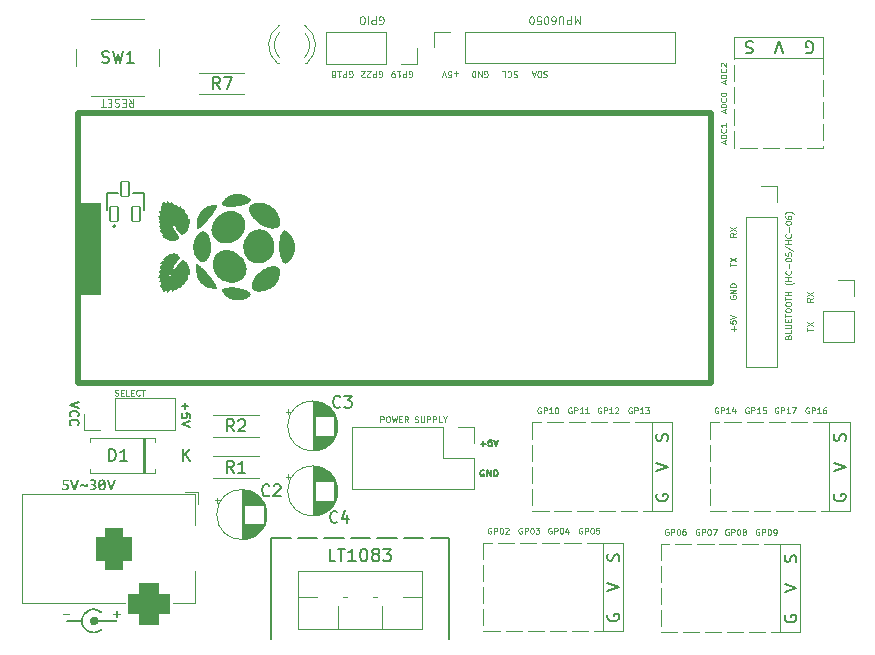
<source format=gto>
%TF.GenerationSoftware,KiCad,Pcbnew,8.0.1*%
%TF.CreationDate,2024-04-30T17:52:19-06:00*%
%TF.ProjectId,RP2040_Servo_Controller_Board,52503230-3430-45f5-9365-72766f5f436f,rev?*%
%TF.SameCoordinates,Original*%
%TF.FileFunction,Legend,Top*%
%TF.FilePolarity,Positive*%
%FSLAX46Y46*%
G04 Gerber Fmt 4.6, Leading zero omitted, Abs format (unit mm)*
G04 Created by KiCad (PCBNEW 8.0.1) date 2024-04-30 17:52:19*
%MOMM*%
%LPD*%
G01*
G04 APERTURE LIST*
G04 Aperture macros list*
%AMRoundRect*
0 Rectangle with rounded corners*
0 $1 Rounding radius*
0 $2 $3 $4 $5 $6 $7 $8 $9 X,Y pos of 4 corners*
0 Add a 4 corners polygon primitive as box body*
4,1,4,$2,$3,$4,$5,$6,$7,$8,$9,$2,$3,0*
0 Add four circle primitives for the rounded corners*
1,1,$1+$1,$2,$3*
1,1,$1+$1,$4,$5*
1,1,$1+$1,$6,$7*
1,1,$1+$1,$8,$9*
0 Add four rect primitives between the rounded corners*
20,1,$1+$1,$2,$3,$4,$5,0*
20,1,$1+$1,$4,$5,$6,$7,0*
20,1,$1+$1,$6,$7,$8,$9,0*
20,1,$1+$1,$8,$9,$2,$3,0*%
G04 Aperture macros list end*
%ADD10C,0.000000*%
%ADD11C,0.150000*%
%ADD12C,0.120000*%
%ADD13C,0.137500*%
%ADD14C,0.200000*%
%ADD15C,0.100000*%
%ADD16C,0.110000*%
%ADD17C,0.125000*%
%ADD18C,0.500000*%
%ADD19C,0.127000*%
%ADD20R,1.200000X1.200000*%
%ADD21C,1.200000*%
%ADD22C,1.250000*%
%ADD23R,1.700000X1.700000*%
%ADD24O,1.700000X1.700000*%
%ADD25C,1.400000*%
%ADD26O,1.400000X1.400000*%
%ADD27R,1.800000X1.800000*%
%ADD28O,1.800000X1.800000*%
%ADD29C,1.800000*%
%ADD30C,1.704000*%
%ADD31R,1.905000X2.000000*%
%ADD32O,1.905000X2.000000*%
%ADD33C,3.200000*%
%ADD34C,2.000000*%
%ADD35RoundRect,0.065120X0.341880X-0.626880X0.341880X0.626880X-0.341880X0.626880X-0.341880X-0.626880X0*%
%ADD36R,3.500000X3.500000*%
%ADD37RoundRect,0.750000X-0.750000X-1.000000X0.750000X-1.000000X0.750000X1.000000X-0.750000X1.000000X0*%
%ADD38RoundRect,0.875000X-0.875000X-0.875000X0.875000X-0.875000X0.875000X0.875000X-0.875000X0.875000X0*%
G04 APERTURE END LIST*
D10*
G36*
X117103542Y-63085082D02*
G01*
X117181026Y-63089894D01*
X117258510Y-63099428D01*
X117335992Y-63113866D01*
X117413477Y-63133387D01*
X117490961Y-63158178D01*
X117568444Y-63188413D01*
X117645927Y-63224279D01*
X117751973Y-63273182D01*
X117853116Y-63326863D01*
X117949293Y-63385271D01*
X118040448Y-63448336D01*
X118126517Y-63516004D01*
X118207442Y-63588212D01*
X118283159Y-63664898D01*
X118353610Y-63746003D01*
X118418735Y-63831467D01*
X118478473Y-63921230D01*
X118532761Y-64015229D01*
X118581542Y-64113404D01*
X118624754Y-64215698D01*
X118662337Y-64322045D01*
X118694227Y-64432389D01*
X118720367Y-64546668D01*
X118720367Y-64753291D01*
X118723631Y-64787554D01*
X118725655Y-64820614D01*
X118726405Y-64852479D01*
X118725856Y-64883158D01*
X118723974Y-64912652D01*
X118720729Y-64940976D01*
X118716093Y-64968134D01*
X118710036Y-64994134D01*
X118702524Y-65018984D01*
X118693530Y-65042693D01*
X118683022Y-65065266D01*
X118670971Y-65086711D01*
X118657345Y-65107037D01*
X118642117Y-65126250D01*
X118625254Y-65144358D01*
X118606725Y-65161370D01*
X118586501Y-65177291D01*
X118564552Y-65192132D01*
X118540847Y-65205896D01*
X118515357Y-65218595D01*
X118488054Y-65230234D01*
X118458900Y-65240821D01*
X118427872Y-65250364D01*
X118394935Y-65258870D01*
X118360062Y-65266346D01*
X118323222Y-65272803D01*
X118284385Y-65278245D01*
X118243520Y-65282681D01*
X118200597Y-65286117D01*
X118155585Y-65288563D01*
X118059172Y-65290510D01*
X117981700Y-65281299D01*
X117904287Y-65269121D01*
X117826994Y-65253917D01*
X117749885Y-65235625D01*
X117673016Y-65214186D01*
X117596451Y-65189538D01*
X117520247Y-65161623D01*
X117444471Y-65130376D01*
X117369176Y-65095739D01*
X117294425Y-65057655D01*
X117220281Y-65016059D01*
X117146805Y-64970890D01*
X117074050Y-64922088D01*
X117002087Y-64869597D01*
X116930968Y-64813349D01*
X116860759Y-64753290D01*
X116706437Y-64598323D01*
X116630486Y-64520839D01*
X116555990Y-64443354D01*
X116483430Y-64365871D01*
X116413292Y-64288388D01*
X116346059Y-64210905D01*
X116282215Y-64133422D01*
X116267193Y-64110174D01*
X116253079Y-64086931D01*
X116239811Y-64063687D01*
X116227333Y-64040441D01*
X116215579Y-64017196D01*
X116204490Y-63993951D01*
X116194008Y-63970706D01*
X116184070Y-63947461D01*
X116165586Y-63900970D01*
X116148554Y-63854480D01*
X116116918Y-63761499D01*
X116110631Y-63715513D01*
X116107312Y-63670617D01*
X116107020Y-63626931D01*
X116109814Y-63584579D01*
X116115755Y-63543677D01*
X116124907Y-63504352D01*
X116130704Y-63485315D01*
X116137327Y-63466718D01*
X116144782Y-63448576D01*
X116153077Y-63430902D01*
X116162217Y-63413712D01*
X116172215Y-63397023D01*
X116183075Y-63380848D01*
X116194804Y-63365204D01*
X116207413Y-63350103D01*
X116220905Y-63335560D01*
X116235290Y-63321596D01*
X116250576Y-63308222D01*
X116266770Y-63295449D01*
X116283879Y-63283300D01*
X116301913Y-63271785D01*
X116320877Y-63260924D01*
X116340778Y-63250724D01*
X116361627Y-63241208D01*
X116383427Y-63232390D01*
X116406190Y-63224279D01*
X116483673Y-63194770D01*
X116561156Y-63168346D01*
X116638641Y-63145192D01*
X116716125Y-63125489D01*
X116793607Y-63109417D01*
X116871091Y-63097158D01*
X116948576Y-63088894D01*
X117026058Y-63084808D01*
X117103542Y-63085082D01*
G37*
G36*
X111665365Y-68307438D02*
G01*
X111676636Y-68308137D01*
X111687676Y-68309276D01*
X111698498Y-68310833D01*
X111719513Y-68315099D01*
X111739741Y-68320759D01*
X111759245Y-68327630D01*
X111778079Y-68335529D01*
X111796311Y-68344278D01*
X111813997Y-68353691D01*
X111831200Y-68363587D01*
X111847977Y-68373786D01*
X111880505Y-68394370D01*
X111912061Y-68413983D01*
X111927630Y-68422971D01*
X111943137Y-68431174D01*
X112011923Y-68486351D01*
X112078895Y-68543283D01*
X112144169Y-68601789D01*
X112207871Y-68661689D01*
X112270122Y-68722797D01*
X112331039Y-68784934D01*
X112449363Y-68911574D01*
X112563813Y-69040147D01*
X112675357Y-69169205D01*
X112893604Y-69422964D01*
X112953733Y-69500448D01*
X113010473Y-69577933D01*
X113064309Y-69655416D01*
X113115722Y-69732899D01*
X113165197Y-69810383D01*
X113213221Y-69887867D01*
X113306849Y-70042835D01*
X113315030Y-70072878D01*
X113323879Y-70101108D01*
X113333089Y-70127641D01*
X113342361Y-70152603D01*
X113359877Y-70198287D01*
X113367513Y-70219249D01*
X113374001Y-70239125D01*
X113379035Y-70258032D01*
X113382314Y-70276092D01*
X113383202Y-70284841D01*
X113383535Y-70293425D01*
X113383280Y-70301857D01*
X113382395Y-70310153D01*
X113380846Y-70318325D01*
X113378593Y-70326396D01*
X113375598Y-70334372D01*
X113371823Y-70342275D01*
X113367229Y-70350116D01*
X113361784Y-70357914D01*
X113355443Y-70365680D01*
X113348172Y-70373431D01*
X113247959Y-70378737D01*
X113148895Y-70379081D01*
X113051163Y-70374339D01*
X112954945Y-70364390D01*
X112860420Y-70349116D01*
X112767772Y-70328393D01*
X112677182Y-70302102D01*
X112588833Y-70270120D01*
X112502905Y-70232327D01*
X112419580Y-70188599D01*
X112339040Y-70138821D01*
X112261464Y-70082866D01*
X112187039Y-70020618D01*
X112115941Y-69951951D01*
X112048355Y-69876747D01*
X111984461Y-69794886D01*
X111925359Y-69709170D01*
X111871949Y-69622486D01*
X111824105Y-69534830D01*
X111781712Y-69446209D01*
X111744645Y-69356618D01*
X111712784Y-69266059D01*
X111686008Y-69174533D01*
X111664195Y-69082037D01*
X111647227Y-68988572D01*
X111634978Y-68894139D01*
X111627330Y-68798737D01*
X111624161Y-68702367D01*
X111625352Y-68605028D01*
X111630780Y-68506720D01*
X111640325Y-68407445D01*
X111653865Y-68307201D01*
X111665365Y-68307438D01*
G37*
D11*
X117980000Y-91480000D02*
X119630000Y-91480000D01*
X120230000Y-91480000D02*
X121880000Y-91480000D01*
X122480000Y-91480000D02*
X124130000Y-91480000D01*
X124730000Y-91480000D02*
X126380000Y-91480000D01*
X126980000Y-91480000D02*
X128630000Y-91480000D01*
X129230000Y-91480000D02*
X130880000Y-91480000D01*
X131480000Y-91480000D02*
X133000000Y-91480000D01*
D10*
G36*
X119132444Y-65447950D02*
G01*
X119148384Y-65449753D01*
X119164776Y-65452918D01*
X119181647Y-65457451D01*
X119199016Y-65463363D01*
X119216907Y-65470657D01*
X119235345Y-65479345D01*
X119254347Y-65489433D01*
X119273941Y-65500928D01*
X119294150Y-65513839D01*
X119314991Y-65528170D01*
X119336492Y-65543934D01*
X119358675Y-65561134D01*
X119381562Y-65579780D01*
X119381562Y-65579782D01*
X119381571Y-65579790D01*
X119381640Y-65579861D01*
X119382207Y-65580425D01*
X119386725Y-65584946D01*
X119422886Y-65621105D01*
X119490673Y-65676797D01*
X119554526Y-65735393D01*
X119614384Y-65796897D01*
X119670188Y-65861304D01*
X119721874Y-65928619D01*
X119769383Y-65998839D01*
X119812654Y-66071963D01*
X119851626Y-66147993D01*
X119886244Y-66226932D01*
X119916439Y-66308774D01*
X119942156Y-66393520D01*
X119963331Y-66481175D01*
X119979909Y-66571733D01*
X119991827Y-66665200D01*
X119999018Y-66761569D01*
X120001430Y-66860844D01*
X119999018Y-66952860D01*
X119991827Y-67043006D01*
X119979909Y-67131335D01*
X119963331Y-67217909D01*
X119942156Y-67302789D01*
X119916439Y-67386032D01*
X119886244Y-67467705D01*
X119851626Y-67547860D01*
X119812654Y-67626566D01*
X119769383Y-67703876D01*
X119721874Y-67779858D01*
X119670188Y-67854565D01*
X119614384Y-67928065D01*
X119554526Y-68000414D01*
X119490673Y-68071671D01*
X119422886Y-68141902D01*
X119407391Y-68156912D01*
X119391904Y-68170947D01*
X119376430Y-68184000D01*
X119360981Y-68196059D01*
X119345560Y-68207121D01*
X119330178Y-68217175D01*
X119314841Y-68226216D01*
X119299556Y-68234237D01*
X119284334Y-68241227D01*
X119269180Y-68247180D01*
X119254100Y-68252090D01*
X119239103Y-68255948D01*
X119224199Y-68258746D01*
X119209392Y-68260478D01*
X119194692Y-68261135D01*
X119180104Y-68260710D01*
X119165637Y-68259194D01*
X119151299Y-68256583D01*
X119137098Y-68252866D01*
X119123040Y-68248038D01*
X119109132Y-68242089D01*
X119095387Y-68235014D01*
X119081807Y-68226803D01*
X119068399Y-68217449D01*
X119055172Y-68206945D01*
X119042136Y-68195282D01*
X119029297Y-68182455D01*
X119016661Y-68168456D01*
X119004237Y-68153275D01*
X118992033Y-68136907D01*
X118980058Y-68119343D01*
X118968314Y-68100578D01*
X118938280Y-68046328D01*
X118910122Y-67992019D01*
X118883779Y-67937589D01*
X118859192Y-67882978D01*
X118836300Y-67828123D01*
X118815041Y-67772966D01*
X118795359Y-67717447D01*
X118777189Y-67661503D01*
X118760471Y-67605076D01*
X118745145Y-67548102D01*
X118731153Y-67490523D01*
X118718431Y-67432281D01*
X118706918Y-67373310D01*
X118696557Y-67313553D01*
X118679042Y-67191434D01*
X118665644Y-67036468D01*
X118657089Y-66881502D01*
X118654344Y-66726538D01*
X118655453Y-66649056D01*
X118658379Y-66571571D01*
X118663244Y-66494090D01*
X118670164Y-66416604D01*
X118679264Y-66339121D01*
X118690665Y-66261637D01*
X118704486Y-66184155D01*
X118720851Y-66106669D01*
X118739879Y-66029186D01*
X118761691Y-65951703D01*
X118885665Y-65662428D01*
X118897293Y-65639792D01*
X118908941Y-65618372D01*
X118920636Y-65598176D01*
X118932399Y-65579216D01*
X118944251Y-65561494D01*
X118956217Y-65545024D01*
X118968321Y-65529807D01*
X118980582Y-65515856D01*
X118993026Y-65503177D01*
X119005674Y-65491774D01*
X119018548Y-65481659D01*
X119031673Y-65472837D01*
X119045071Y-65465318D01*
X119058762Y-65459107D01*
X119072772Y-65454212D01*
X119087122Y-65450641D01*
X119101836Y-65448402D01*
X119116935Y-65447503D01*
X119132444Y-65447950D01*
G37*
G36*
X117036390Y-65357660D02*
G01*
X117096300Y-65362079D01*
X117155865Y-65369517D01*
X117214974Y-65379964D01*
X117273522Y-65393418D01*
X117331405Y-65409864D01*
X117388516Y-65429302D01*
X117444749Y-65451722D01*
X117500000Y-65477116D01*
X117554160Y-65505473D01*
X117607125Y-65536791D01*
X117658788Y-65571061D01*
X117709045Y-65608271D01*
X117757785Y-65648420D01*
X117804909Y-65691497D01*
X117850309Y-65737494D01*
X117893876Y-65786404D01*
X117935277Y-65837718D01*
X117974246Y-65890846D01*
X118010760Y-65945670D01*
X118044807Y-66002067D01*
X118076372Y-66059916D01*
X118105444Y-66119100D01*
X118156028Y-66240974D01*
X118196444Y-66366725D01*
X118226570Y-66495380D01*
X118246285Y-66625971D01*
X118255465Y-66757533D01*
X118253992Y-66889088D01*
X118241744Y-67019680D01*
X118218601Y-67148335D01*
X118202905Y-67211634D01*
X118184440Y-67274086D01*
X118163189Y-67335567D01*
X118139140Y-67395959D01*
X118112275Y-67455141D01*
X118082581Y-67512993D01*
X118050041Y-67569390D01*
X118014642Y-67624214D01*
X117976366Y-67677341D01*
X117935201Y-67728655D01*
X117872234Y-67803232D01*
X117807272Y-67872000D01*
X117740251Y-67934955D01*
X117671110Y-67992100D01*
X117635726Y-68018493D01*
X117599790Y-68043432D01*
X117563296Y-68066920D01*
X117526233Y-68088954D01*
X117488594Y-68109535D01*
X117450372Y-68128665D01*
X117411562Y-68146340D01*
X117372153Y-68162563D01*
X117332139Y-68177334D01*
X117291510Y-68190653D01*
X117250264Y-68202515D01*
X117208388Y-68212927D01*
X117165877Y-68221886D01*
X117122722Y-68229393D01*
X117078917Y-68235447D01*
X117034452Y-68240047D01*
X116943521Y-68244890D01*
X116849863Y-68243922D01*
X116753424Y-68237140D01*
X116654137Y-68224551D01*
X116604496Y-68212206D01*
X116556283Y-68198430D01*
X116509480Y-68183246D01*
X116464061Y-68166680D01*
X116420004Y-68148751D01*
X116377284Y-68129482D01*
X116335884Y-68108897D01*
X116295775Y-68087017D01*
X116256939Y-68063865D01*
X116219352Y-68039467D01*
X116182990Y-68013844D01*
X116147830Y-67987015D01*
X116081032Y-67929839D01*
X116018771Y-67868126D01*
X115960871Y-67802053D01*
X115907148Y-67731802D01*
X115857418Y-67657558D01*
X115811502Y-67579500D01*
X115769219Y-67497809D01*
X115730387Y-67412667D01*
X115694824Y-67324256D01*
X115662346Y-67232761D01*
X115661883Y-67209506D01*
X115660571Y-67186190D01*
X115658534Y-67162753D01*
X115655889Y-67139136D01*
X115649271Y-67091111D01*
X115641683Y-67041634D01*
X115634097Y-66990220D01*
X115627477Y-66936384D01*
X115624835Y-66908408D01*
X115622798Y-66879645D01*
X115621486Y-66850037D01*
X115621022Y-66819519D01*
X115622959Y-66742067D01*
X115628770Y-66664794D01*
X115638455Y-66587886D01*
X115652015Y-66511521D01*
X115669449Y-66435884D01*
X115690755Y-66361155D01*
X115715939Y-66287517D01*
X115744996Y-66215148D01*
X115777925Y-66144230D01*
X115814730Y-66074949D01*
X115855411Y-66007484D01*
X115899964Y-65942017D01*
X115948389Y-65878729D01*
X116000692Y-65817801D01*
X116056867Y-65759415D01*
X116116918Y-65703755D01*
X116167988Y-65658835D01*
X116220410Y-65617060D01*
X116274070Y-65578415D01*
X116328867Y-65542894D01*
X116384691Y-65510493D01*
X116441440Y-65481201D01*
X116499006Y-65455010D01*
X116557283Y-65431916D01*
X116616165Y-65411908D01*
X116675544Y-65394981D01*
X116735320Y-65381124D01*
X116795384Y-65370333D01*
X116855626Y-65362599D01*
X116915946Y-65357914D01*
X116976236Y-65356269D01*
X117036390Y-65357660D01*
G37*
D11*
X133000000Y-91480000D02*
X133000000Y-100000000D01*
D10*
G36*
X109189528Y-62980562D02*
G01*
X109203979Y-62985471D01*
X109217779Y-62991019D01*
X109230967Y-62997155D01*
X109243579Y-63003836D01*
X109255655Y-63011016D01*
X109267231Y-63018654D01*
X109278346Y-63026696D01*
X109289037Y-63035102D01*
X109299341Y-63043827D01*
X109318945Y-63062048D01*
X109337456Y-63080996D01*
X109355183Y-63100305D01*
X109389485Y-63138562D01*
X109406668Y-63156783D01*
X109424273Y-63173914D01*
X109433328Y-63181959D01*
X109442605Y-63189594D01*
X109452137Y-63196775D01*
X109461965Y-63203456D01*
X109472126Y-63209591D01*
X109482658Y-63215139D01*
X109493598Y-63220048D01*
X109504983Y-63224279D01*
X109512258Y-63220287D01*
X109518616Y-63216067D01*
X109524110Y-63211635D01*
X109528795Y-63207007D01*
X109532722Y-63202198D01*
X109535948Y-63197221D01*
X109538523Y-63192093D01*
X109540499Y-63186829D01*
X109541929Y-63181443D01*
X109542869Y-63175953D01*
X109543368Y-63170371D01*
X109543485Y-63164713D01*
X109543266Y-63158996D01*
X109542768Y-63153233D01*
X109541144Y-63141631D01*
X109536868Y-63118547D01*
X109535060Y-63107307D01*
X109534042Y-63096431D01*
X109533959Y-63091166D01*
X109534234Y-63086040D01*
X109534914Y-63081062D01*
X109536059Y-63076253D01*
X109537717Y-63071625D01*
X109539943Y-63067193D01*
X109542790Y-63062975D01*
X109546309Y-63058979D01*
X109557813Y-63063212D01*
X109569090Y-63068131D01*
X109580155Y-63073703D01*
X109591025Y-63079885D01*
X109601712Y-63086644D01*
X109612231Y-63093938D01*
X109622600Y-63101734D01*
X109632833Y-63109992D01*
X109652950Y-63127738D01*
X109672704Y-63146876D01*
X109692217Y-63167105D01*
X109711609Y-63188119D01*
X109750510Y-63231302D01*
X109770265Y-63252861D01*
X109790382Y-63273998D01*
X109810985Y-63294409D01*
X109832192Y-63313791D01*
X109854124Y-63331838D01*
X109865402Y-63340268D01*
X109876906Y-63348254D01*
X109884296Y-63344381D01*
X109890990Y-63340505D01*
X109897018Y-63336631D01*
X109902413Y-63332758D01*
X109907197Y-63328882D01*
X109911410Y-63325006D01*
X109915079Y-63321133D01*
X109918231Y-63317260D01*
X109920900Y-63313386D01*
X109923114Y-63309512D01*
X109924905Y-63305637D01*
X109926302Y-63301763D01*
X109927336Y-63297887D01*
X109928038Y-63294014D01*
X109928435Y-63290140D01*
X109928563Y-63286267D01*
X109918231Y-63224279D01*
X110207502Y-63513551D01*
X110290151Y-63389579D01*
X110301536Y-63397566D01*
X110312459Y-63406014D01*
X110322942Y-63414899D01*
X110333012Y-63424206D01*
X110342684Y-63433901D01*
X110351988Y-63443967D01*
X110369574Y-63465124D01*
X110385947Y-63487492D01*
X110401293Y-63510888D01*
X110415791Y-63535131D01*
X110429623Y-63560042D01*
X110456016Y-63611132D01*
X110481926Y-63662706D01*
X110495150Y-63688223D01*
X110508801Y-63713315D01*
X110523057Y-63737800D01*
X110538100Y-63761499D01*
X110541854Y-63757626D01*
X110545375Y-63753750D01*
X110548667Y-63749876D01*
X110551740Y-63746001D01*
X110554602Y-63742128D01*
X110557259Y-63738254D01*
X110561989Y-63730505D01*
X110565997Y-63722757D01*
X110569337Y-63715009D01*
X110572069Y-63707259D01*
X110574260Y-63699511D01*
X110575965Y-63691764D01*
X110577246Y-63684015D01*
X110578164Y-63676266D01*
X110578780Y-63668519D01*
X110579152Y-63660769D01*
X110579343Y-63653021D01*
X110579425Y-63637524D01*
X110590691Y-63649267D01*
X110601267Y-63661244D01*
X110611193Y-63673448D01*
X110620506Y-63685870D01*
X110637446Y-63711346D01*
X110652386Y-63737608D01*
X110665635Y-63764596D01*
X110677490Y-63792248D01*
X110688255Y-63820509D01*
X110698233Y-63849314D01*
X110736329Y-63968767D01*
X110746912Y-63999387D01*
X110758525Y-64030189D01*
X110771468Y-64061112D01*
X110786047Y-64092095D01*
X110868697Y-64050770D01*
X110876089Y-64062631D01*
X110882792Y-64074945D01*
X110888843Y-64087681D01*
X110894281Y-64100813D01*
X110903474Y-64128134D01*
X110910667Y-64156665D01*
X110916165Y-64186166D01*
X110920271Y-64216391D01*
X110923287Y-64247102D01*
X110925519Y-64278056D01*
X110932621Y-64399446D01*
X110935456Y-64427978D01*
X110939319Y-64455299D01*
X110944517Y-64481169D01*
X110951346Y-64505342D01*
X111075319Y-64505342D01*
X111082119Y-64536346D01*
X111087104Y-64567410D01*
X111090392Y-64598595D01*
X111092108Y-64629961D01*
X111092370Y-64661570D01*
X111091300Y-64693484D01*
X111089022Y-64725757D01*
X111085651Y-64758455D01*
X111081312Y-64791638D01*
X111076127Y-64825365D01*
X111063698Y-64894697D01*
X111033996Y-65042561D01*
X111017500Y-65111309D01*
X110998886Y-65177996D01*
X110977970Y-65242506D01*
X110954576Y-65304714D01*
X110928515Y-65364502D01*
X110899609Y-65421747D01*
X110867678Y-65476328D01*
X110832536Y-65528125D01*
X110794007Y-65577016D01*
X110751907Y-65622882D01*
X110706051Y-65665600D01*
X110656262Y-65705046D01*
X110602357Y-65741105D01*
X110544153Y-65773652D01*
X110481470Y-65802566D01*
X110414125Y-65827729D01*
X110315769Y-65733326D01*
X110221951Y-65636198D01*
X110132370Y-65536530D01*
X110046725Y-65434499D01*
X109964710Y-65330288D01*
X109886027Y-65224083D01*
X109810369Y-65116060D01*
X109737435Y-65006400D01*
X109666923Y-64895291D01*
X109598530Y-64782909D01*
X109466888Y-64555059D01*
X109340089Y-64324303D01*
X109215711Y-64092095D01*
X109312565Y-64351746D01*
X109417169Y-64604132D01*
X109529521Y-64849740D01*
X109649621Y-65089051D01*
X109777469Y-65322551D01*
X109913065Y-65550723D01*
X110056410Y-65774056D01*
X110207502Y-65993027D01*
X110199393Y-66015909D01*
X110190574Y-66038064D01*
X110181056Y-66059493D01*
X110170859Y-66080196D01*
X110159997Y-66100171D01*
X110148481Y-66119421D01*
X110136333Y-66137946D01*
X110123561Y-66155743D01*
X110110188Y-66172812D01*
X110096223Y-66189158D01*
X110081680Y-66204774D01*
X110066580Y-66219667D01*
X110050933Y-66233831D01*
X110034759Y-66247270D01*
X110018069Y-66259983D01*
X110000879Y-66271969D01*
X109983207Y-66283227D01*
X109965064Y-66293760D01*
X109946467Y-66303567D01*
X109927431Y-66312648D01*
X109907973Y-66321001D01*
X109888106Y-66328629D01*
X109867842Y-66335529D01*
X109847204Y-66341704D01*
X109826202Y-66347152D01*
X109804851Y-66351873D01*
X109783167Y-66355869D01*
X109761166Y-66359138D01*
X109738862Y-66361679D01*
X109716269Y-66363495D01*
X109670284Y-66364948D01*
X109614207Y-66362104D01*
X109554864Y-66353810D01*
X109492858Y-66340432D01*
X109428794Y-66322333D01*
X109363275Y-66299874D01*
X109296908Y-66273420D01*
X109230302Y-66243334D01*
X109164056Y-66209981D01*
X109098780Y-66173721D01*
X109035079Y-66134918D01*
X108973556Y-66093937D01*
X108914816Y-66051139D01*
X108859469Y-66006889D01*
X108808116Y-65961548D01*
X108761364Y-65915483D01*
X108719818Y-65869054D01*
X108843789Y-65786404D01*
X108827376Y-65763622D01*
X108809327Y-65741690D01*
X108789945Y-65720481D01*
X108769535Y-65699880D01*
X108748398Y-65679763D01*
X108726838Y-65660008D01*
X108683659Y-65621105D01*
X108662642Y-65601714D01*
X108642414Y-65582202D01*
X108623274Y-65562448D01*
X108605527Y-65542331D01*
X108589477Y-65521729D01*
X108582182Y-65511207D01*
X108575422Y-65500520D01*
X108569240Y-65489653D01*
X108563669Y-65478586D01*
X108558750Y-65467310D01*
X108554518Y-65455806D01*
X108558509Y-65452168D01*
X108562720Y-65448977D01*
X108567129Y-65446193D01*
X108571711Y-65443781D01*
X108576443Y-65441702D01*
X108581304Y-65439917D01*
X108591323Y-65437081D01*
X108601582Y-65434973D01*
X108611904Y-65433288D01*
X108632003Y-65429980D01*
X108641415Y-65427748D01*
X108645883Y-65426357D01*
X108650164Y-65424733D01*
X108654229Y-65422835D01*
X108658062Y-65420626D01*
X108661637Y-65418069D01*
X108664932Y-65415128D01*
X108667925Y-65411761D01*
X108670593Y-65407935D01*
X108672911Y-65403608D01*
X108674861Y-65398743D01*
X108676416Y-65393304D01*
X108677554Y-65387252D01*
X108678255Y-65380549D01*
X108678493Y-65373158D01*
X108674381Y-65365407D01*
X108669817Y-65357651D01*
X108659443Y-65342082D01*
X108647620Y-65326394D01*
X108634586Y-65310525D01*
X108620581Y-65294412D01*
X108605852Y-65277997D01*
X108575181Y-65244018D01*
X108559724Y-65226332D01*
X108544510Y-65208100D01*
X108529779Y-65189265D01*
X108515776Y-65169762D01*
X108509123Y-65159743D01*
X108502742Y-65149534D01*
X108496662Y-65139127D01*
X108490919Y-65128517D01*
X108485534Y-65117697D01*
X108480545Y-65106657D01*
X108475979Y-65095386D01*
X108471869Y-65083883D01*
X108475744Y-65080245D01*
X108479617Y-65077055D01*
X108483493Y-65074270D01*
X108487367Y-65071858D01*
X108491240Y-65069779D01*
X108495114Y-65067994D01*
X108498988Y-65066468D01*
X108502863Y-65065159D01*
X108510610Y-65063051D01*
X108518359Y-65061365D01*
X108526107Y-65059802D01*
X108533857Y-65058057D01*
X108541605Y-65055827D01*
X108545479Y-65054434D01*
X108549353Y-65052810D01*
X108553226Y-65050912D01*
X108557100Y-65048704D01*
X108560976Y-65046147D01*
X108564849Y-65043206D01*
X108568724Y-65039838D01*
X108572598Y-65036012D01*
X108576471Y-65031685D01*
X108580347Y-65026820D01*
X108584221Y-65021381D01*
X108588095Y-65015329D01*
X108591969Y-65008626D01*
X108595844Y-65001235D01*
X108595485Y-64989731D01*
X108594441Y-64978443D01*
X108592745Y-64967356D01*
X108590435Y-64956440D01*
X108587551Y-64945677D01*
X108584132Y-64935041D01*
X108580210Y-64924512D01*
X108575827Y-64914066D01*
X108565829Y-64893333D01*
X108554439Y-64872663D01*
X108541958Y-64851867D01*
X108528690Y-64830773D01*
X108501007Y-64786946D01*
X108487194Y-64763851D01*
X108473807Y-64739729D01*
X108461145Y-64714396D01*
X108455181Y-64701219D01*
X108449512Y-64687670D01*
X108444176Y-64673729D01*
X108439210Y-64659370D01*
X108434656Y-64644575D01*
X108430546Y-64629315D01*
X108434421Y-64629431D01*
X108438303Y-64629769D01*
X108442202Y-64630303D01*
X108446121Y-64631009D01*
X108454064Y-64632857D01*
X108462185Y-64635128D01*
X108479215Y-64640211D01*
X108488244Y-64642662D01*
X108497698Y-64644812D01*
X108507635Y-64646477D01*
X108512804Y-64647071D01*
X108518118Y-64647476D01*
X108523582Y-64647669D01*
X108529207Y-64647628D01*
X108534996Y-64647329D01*
X108540958Y-64646748D01*
X108547104Y-64645868D01*
X108553440Y-64644661D01*
X108559971Y-64643104D01*
X108566706Y-64641180D01*
X108573654Y-64638860D01*
X108580820Y-64636125D01*
X108588215Y-64632950D01*
X108595844Y-64629315D01*
X108565012Y-64582745D01*
X108535147Y-64535690D01*
X108520881Y-64511829D01*
X108507221Y-64487665D01*
X108494288Y-64463139D01*
X108482201Y-64438189D01*
X108471083Y-64412754D01*
X108461056Y-64386775D01*
X108452238Y-64360191D01*
X108444749Y-64332942D01*
X108438718Y-64304963D01*
X108434259Y-64276200D01*
X108431494Y-64246588D01*
X108430546Y-64216070D01*
X108434421Y-64216305D01*
X108438303Y-64216988D01*
X108442202Y-64218078D01*
X108446121Y-64219541D01*
X108450074Y-64221336D01*
X108454064Y-64223424D01*
X108462185Y-64228336D01*
X108470548Y-64233977D01*
X108479215Y-64240041D01*
X108488244Y-64246226D01*
X108497698Y-64252229D01*
X108502601Y-64255067D01*
X108507635Y-64257747D01*
X108512804Y-64260231D01*
X108518118Y-64262478D01*
X108523582Y-64264456D01*
X108529207Y-64266121D01*
X108534996Y-64267440D01*
X108540958Y-64268370D01*
X108547104Y-64268879D01*
X108553440Y-64268926D01*
X108559971Y-64268472D01*
X108566706Y-64267484D01*
X108573654Y-64265918D01*
X108580820Y-64263738D01*
X108588215Y-64260912D01*
X108595844Y-64257393D01*
X108594914Y-64234138D01*
X108592292Y-64210822D01*
X108588217Y-64187388D01*
X108582929Y-64163768D01*
X108576675Y-64139907D01*
X108569692Y-64115744D01*
X108554518Y-64066268D01*
X108539346Y-64014855D01*
X108532364Y-63988271D01*
X108526110Y-63961019D01*
X108520823Y-63933043D01*
X108516745Y-63904279D01*
X108514121Y-63874668D01*
X108513193Y-63844147D01*
X108517070Y-63844266D01*
X108520953Y-63844602D01*
X108524852Y-63845137D01*
X108528771Y-63845843D01*
X108536713Y-63847689D01*
X108544834Y-63849960D01*
X108561863Y-63855044D01*
X108570893Y-63857497D01*
X108580347Y-63859645D01*
X108590283Y-63861309D01*
X108595454Y-63861906D01*
X108600768Y-63862308D01*
X108606231Y-63862501D01*
X108611853Y-63862460D01*
X108617645Y-63862161D01*
X108623608Y-63861582D01*
X108629754Y-63860700D01*
X108636089Y-63859493D01*
X108642619Y-63857939D01*
X108649355Y-63856013D01*
X108656302Y-63853695D01*
X108663471Y-63850959D01*
X108670865Y-63847784D01*
X108678493Y-63844147D01*
X108663159Y-63782162D01*
X108648790Y-63720174D01*
X108636361Y-63658189D01*
X108631175Y-63627193D01*
X108626837Y-63596201D01*
X108623466Y-63565208D01*
X108621188Y-63534215D01*
X108620117Y-63503220D01*
X108620378Y-63472227D01*
X108622096Y-63441235D01*
X108625384Y-63410239D01*
X108630368Y-63379247D01*
X108637169Y-63348251D01*
X108761142Y-63389577D01*
X108802466Y-62976331D01*
X108813971Y-62980442D01*
X108825247Y-62984997D01*
X108836314Y-62989962D01*
X108847180Y-62995298D01*
X108868389Y-63006931D01*
X108888989Y-63019593D01*
X108909109Y-63032980D01*
X108928861Y-63046794D01*
X108967765Y-63074477D01*
X108987157Y-63087743D01*
X109006667Y-63100224D01*
X109026421Y-63111614D01*
X109046541Y-63121613D01*
X109056772Y-63125994D01*
X109067143Y-63129915D01*
X109077662Y-63133337D01*
X109088349Y-63136222D01*
X109099217Y-63138532D01*
X109110283Y-63140226D01*
X109121559Y-63141271D01*
X109133063Y-63141631D01*
X109174388Y-62976331D01*
X109189528Y-62980562D01*
G37*
D11*
X117980000Y-100000000D02*
X117980000Y-91480000D01*
D10*
G36*
X115228891Y-62357914D02*
G01*
X115292119Y-62362274D01*
X115355952Y-62369538D01*
X115420210Y-62379706D01*
X115484708Y-62392782D01*
X115549268Y-62408763D01*
X115613706Y-62427650D01*
X115677844Y-62449441D01*
X115741493Y-62474140D01*
X115804480Y-62501744D01*
X115866618Y-62532252D01*
X115927727Y-62565667D01*
X115987626Y-62601987D01*
X116046131Y-62641213D01*
X116103064Y-62683347D01*
X116158241Y-62728383D01*
X116180033Y-62751165D01*
X116189839Y-62762229D01*
X116198919Y-62773097D01*
X116207272Y-62783784D01*
X116214900Y-62794306D01*
X116221801Y-62804674D01*
X116227977Y-62814906D01*
X116233425Y-62825019D01*
X116238146Y-62835024D01*
X116242141Y-62844940D01*
X116245408Y-62854778D01*
X116247952Y-62864557D01*
X116249768Y-62874291D01*
X116250859Y-62883994D01*
X116251222Y-62893682D01*
X116250859Y-62903371D01*
X116249768Y-62913072D01*
X116247952Y-62922805D01*
X116245408Y-62932584D01*
X116242141Y-62942425D01*
X116238146Y-62952338D01*
X116233425Y-62962345D01*
X116227977Y-62972455D01*
X116221801Y-62982689D01*
X116214900Y-62993058D01*
X116207272Y-63003579D01*
X116198919Y-63014265D01*
X116189839Y-63025134D01*
X116180033Y-63036200D01*
X116158241Y-63058979D01*
X116126772Y-63081741D01*
X116094397Y-63103533D01*
X116061173Y-63124357D01*
X116027164Y-63144211D01*
X115992428Y-63163098D01*
X115957026Y-63181017D01*
X115921018Y-63197965D01*
X115884464Y-63213946D01*
X115847429Y-63228960D01*
X115809970Y-63243003D01*
X115772145Y-63256079D01*
X115734018Y-63268185D01*
X115695649Y-63279323D01*
X115657100Y-63289493D01*
X115618427Y-63298695D01*
X115579697Y-63306927D01*
X115501739Y-63329204D01*
X115422872Y-63349542D01*
X115343160Y-63367945D01*
X115262659Y-63384411D01*
X115181433Y-63398940D01*
X115099540Y-63411530D01*
X115017042Y-63422184D01*
X114934000Y-63430902D01*
X114850473Y-63437682D01*
X114766521Y-63442525D01*
X114682207Y-63445429D01*
X114597592Y-63446398D01*
X114512734Y-63445429D01*
X114427692Y-63442525D01*
X114342531Y-63437682D01*
X114257309Y-63430902D01*
X114241347Y-63430428D01*
X114224539Y-63429044D01*
X114207012Y-63426817D01*
X114188871Y-63423798D01*
X114170246Y-63420057D01*
X114151258Y-63415646D01*
X114132029Y-63410632D01*
X114112678Y-63405073D01*
X114093326Y-63399030D01*
X114074096Y-63392563D01*
X114036486Y-63378600D01*
X114000812Y-63363669D01*
X113984004Y-63355989D01*
X113968042Y-63348251D01*
X113938512Y-63332735D01*
X113924854Y-63324939D01*
X113911947Y-63317098D01*
X113899796Y-63309194D01*
X113888408Y-63301217D01*
X113877795Y-63293148D01*
X113867959Y-63284973D01*
X113858911Y-63276676D01*
X113850658Y-63268246D01*
X113843206Y-63259662D01*
X113836563Y-63250911D01*
X113830737Y-63241981D01*
X113825736Y-63232854D01*
X113821569Y-63223514D01*
X113818242Y-63213946D01*
X113815758Y-63204138D01*
X113814134Y-63194072D01*
X113813372Y-63183733D01*
X113813478Y-63173106D01*
X113814463Y-63162178D01*
X113816334Y-63150931D01*
X113819096Y-63139351D01*
X113822760Y-63127424D01*
X113827333Y-63115133D01*
X113832818Y-63102462D01*
X113839228Y-63089402D01*
X113846572Y-63075930D01*
X113854850Y-63062034D01*
X113864075Y-63047701D01*
X113874253Y-63032912D01*
X113885394Y-63017655D01*
X113909241Y-62979402D01*
X113934285Y-62942131D01*
X113960508Y-62905857D01*
X113987899Y-62870598D01*
X114016437Y-62836370D01*
X114046112Y-62803182D01*
X114076904Y-62771057D01*
X114108804Y-62740006D01*
X114141793Y-62710045D01*
X114175856Y-62681187D01*
X114210979Y-62653451D01*
X114247141Y-62626847D01*
X114284335Y-62601397D01*
X114322544Y-62577108D01*
X114361754Y-62554003D01*
X114401945Y-62532091D01*
X114443107Y-62511392D01*
X114485220Y-62491918D01*
X114528273Y-62473684D01*
X114572248Y-62456706D01*
X114617131Y-62441001D01*
X114662908Y-62426580D01*
X114709563Y-62413463D01*
X114757078Y-62401661D01*
X114805443Y-62391191D01*
X114854638Y-62382067D01*
X114904653Y-62374307D01*
X114955470Y-62367923D01*
X115007072Y-62362931D01*
X115059446Y-62359347D01*
X115112579Y-62357186D01*
X115166452Y-62356460D01*
X115228891Y-62357914D01*
G37*
G36*
X112246233Y-65531052D02*
G01*
X112268568Y-65533291D01*
X112290782Y-65536861D01*
X112312869Y-65541756D01*
X112334818Y-65547968D01*
X112356625Y-65555488D01*
X112378280Y-65564309D01*
X112399776Y-65574423D01*
X112421105Y-65585828D01*
X112442259Y-65598507D01*
X112463233Y-65612458D01*
X112484018Y-65627673D01*
X112504607Y-65644145D01*
X112524989Y-65661866D01*
X112545162Y-65680827D01*
X112565113Y-65701023D01*
X112604332Y-65745081D01*
X112633901Y-65784297D01*
X112660748Y-65824420D01*
X112685053Y-65865390D01*
X112706995Y-65907151D01*
X112726760Y-65949635D01*
X112744526Y-65992785D01*
X112760478Y-66036541D01*
X112774795Y-66080842D01*
X112787657Y-66125627D01*
X112799249Y-66170836D01*
X112809753Y-66216410D01*
X112819348Y-66262284D01*
X112836538Y-66354699D01*
X112852278Y-66447599D01*
X112859552Y-66470834D01*
X112865918Y-66494009D01*
X112871436Y-66517062D01*
X112876169Y-66539933D01*
X112880174Y-66562562D01*
X112883514Y-66584890D01*
X112888437Y-66628393D01*
X112891423Y-66669960D01*
X112892957Y-66709106D01*
X112893604Y-66778195D01*
X112891503Y-66902083D01*
X112888700Y-66963877D01*
X112884564Y-67025492D01*
X112878972Y-67086863D01*
X112871811Y-67147932D01*
X112862953Y-67208636D01*
X112852278Y-67268920D01*
X112839666Y-67328717D01*
X112824997Y-67387969D01*
X112808149Y-67446616D01*
X112789000Y-67504598D01*
X112767428Y-67561854D01*
X112743317Y-67618323D01*
X112716540Y-67673941D01*
X112686980Y-67728655D01*
X112659621Y-67777448D01*
X112631804Y-67823109D01*
X112603544Y-67865653D01*
X112574871Y-67905092D01*
X112545802Y-67941445D01*
X112516364Y-67974727D01*
X112486578Y-68004952D01*
X112456466Y-68032132D01*
X112426052Y-68056288D01*
X112395356Y-68077434D01*
X112364405Y-68095580D01*
X112333218Y-68110747D01*
X112301820Y-68122945D01*
X112270233Y-68132195D01*
X112238479Y-68138509D01*
X112206581Y-68141900D01*
X112174562Y-68142387D01*
X112142445Y-68139985D01*
X112110252Y-68134706D01*
X112078006Y-68126566D01*
X112045729Y-68115582D01*
X112013446Y-68101766D01*
X111981179Y-68085137D01*
X111948947Y-68065709D01*
X111916778Y-68043495D01*
X111884691Y-68018513D01*
X111852710Y-67990775D01*
X111820857Y-67960299D01*
X111789158Y-67927098D01*
X111757630Y-67891189D01*
X111726299Y-67852587D01*
X111695190Y-67811305D01*
X111654024Y-67752601D01*
X111615758Y-67692768D01*
X111580382Y-67631892D01*
X111547889Y-67570057D01*
X111518271Y-67507342D01*
X111491523Y-67443833D01*
X111467632Y-67379613D01*
X111446594Y-67314764D01*
X111413049Y-67183516D01*
X111390823Y-67050753D01*
X111379857Y-66917145D01*
X111380089Y-66783362D01*
X111391457Y-66650053D01*
X111413907Y-66517897D01*
X111447372Y-66387558D01*
X111491795Y-66259699D01*
X111547113Y-66134989D01*
X111613265Y-66014094D01*
X111650388Y-65955283D01*
X111690195Y-65897676D01*
X111732680Y-65841354D01*
X111777837Y-65786404D01*
X111901812Y-65662431D01*
X111925056Y-65643784D01*
X111948291Y-65626585D01*
X111971513Y-65610821D01*
X111994713Y-65596490D01*
X112017880Y-65583579D01*
X112041009Y-65572083D01*
X112064096Y-65561996D01*
X112087128Y-65553309D01*
X112110098Y-65546013D01*
X112133002Y-65540101D01*
X112155830Y-65535567D01*
X112178573Y-65532403D01*
X112201228Y-65530601D01*
X112223783Y-65530154D01*
X112246233Y-65531052D01*
G37*
G36*
X109797081Y-67395022D02*
G01*
X109835582Y-67398059D01*
X109854712Y-67398539D01*
X109873366Y-67399965D01*
X109891551Y-67402314D01*
X109909272Y-67405565D01*
X109926541Y-67409693D01*
X109943361Y-67414675D01*
X109959747Y-67420489D01*
X109975700Y-67427115D01*
X109991227Y-67434527D01*
X110006339Y-67442702D01*
X110021041Y-67451620D01*
X110035345Y-67461257D01*
X110049253Y-67471589D01*
X110062777Y-67482594D01*
X110075921Y-67494250D01*
X110088695Y-67506535D01*
X110113163Y-67532898D01*
X110136235Y-67561500D01*
X110157976Y-67592161D01*
X110178446Y-67624698D01*
X110197706Y-67658932D01*
X110215815Y-67694676D01*
X110232837Y-67731752D01*
X110248828Y-67769979D01*
X110165040Y-67878952D01*
X110084093Y-67988953D01*
X110005935Y-68100042D01*
X109930499Y-68212283D01*
X109857727Y-68325734D01*
X109787558Y-68440456D01*
X109719932Y-68556510D01*
X109654786Y-68673955D01*
X109592063Y-68792854D01*
X109531700Y-68913267D01*
X109473638Y-69035254D01*
X109417816Y-69158873D01*
X109364172Y-69284190D01*
X109312649Y-69411260D01*
X109263181Y-69540149D01*
X109215711Y-69670913D01*
X109490135Y-69207947D01*
X109627586Y-68980097D01*
X109768428Y-68756605D01*
X109915082Y-68538925D01*
X109991347Y-68432718D01*
X110069971Y-68328508D01*
X110151257Y-68226478D01*
X110235512Y-68126809D01*
X110323031Y-68029682D01*
X110414125Y-67935279D01*
X110456253Y-67940713D01*
X110497381Y-67949211D01*
X110537480Y-67960691D01*
X110576519Y-67975069D01*
X110614468Y-67992263D01*
X110651298Y-68012186D01*
X110686979Y-68034759D01*
X110721478Y-68059897D01*
X110754768Y-68087519D01*
X110786814Y-68117537D01*
X110817592Y-68149871D01*
X110847066Y-68184437D01*
X110875211Y-68221153D01*
X110901991Y-68259932D01*
X110927381Y-68300696D01*
X110951346Y-68343360D01*
X110973860Y-68387838D01*
X110994891Y-68434050D01*
X111014409Y-68481911D01*
X111032381Y-68531338D01*
X111048781Y-68582247D01*
X111063576Y-68634557D01*
X111076739Y-68688186D01*
X111088234Y-68743045D01*
X111098036Y-68799056D01*
X111106110Y-68856132D01*
X111112432Y-68914195D01*
X111116968Y-68973156D01*
X111119688Y-69032936D01*
X111120559Y-69093447D01*
X111119556Y-69154612D01*
X111116645Y-69216342D01*
X111112888Y-69219858D01*
X111109351Y-69222687D01*
X111106008Y-69224865D01*
X111102843Y-69226430D01*
X111099827Y-69227420D01*
X111096941Y-69227873D01*
X111094160Y-69227827D01*
X111091461Y-69227318D01*
X111088826Y-69226386D01*
X111086226Y-69225066D01*
X111083642Y-69223401D01*
X111081049Y-69221427D01*
X111075753Y-69216695D01*
X111070155Y-69211176D01*
X111064070Y-69205173D01*
X111057321Y-69198987D01*
X111053639Y-69195922D01*
X111049725Y-69192925D01*
X111045551Y-69190034D01*
X111041097Y-69187285D01*
X111036342Y-69184719D01*
X111031260Y-69182372D01*
X111025833Y-69180281D01*
X111020032Y-69178487D01*
X111013839Y-69177026D01*
X111007229Y-69175935D01*
X111000183Y-69175254D01*
X110992670Y-69175015D01*
X110985841Y-69206464D01*
X110980643Y-69238699D01*
X110976781Y-69271538D01*
X110973946Y-69304801D01*
X110966844Y-69438461D01*
X110964613Y-69471118D01*
X110961597Y-69503111D01*
X110957491Y-69534256D01*
X110951993Y-69564372D01*
X110944799Y-69593276D01*
X110935607Y-69620790D01*
X110924116Y-69646728D01*
X110917413Y-69659053D01*
X110910022Y-69670913D01*
X110906266Y-69670676D01*
X110902737Y-69669995D01*
X110899420Y-69668901D01*
X110896301Y-69667442D01*
X110893361Y-69665647D01*
X110890590Y-69663558D01*
X110887970Y-69661211D01*
X110885484Y-69658643D01*
X110883122Y-69655896D01*
X110880864Y-69653005D01*
X110876607Y-69646940D01*
X110868697Y-69634754D01*
X110864801Y-69629234D01*
X110862818Y-69626753D01*
X110860788Y-69624503D01*
X110858696Y-69622526D01*
X110856531Y-69620861D01*
X110854272Y-69619543D01*
X110851909Y-69618610D01*
X110849424Y-69618103D01*
X110846804Y-69618056D01*
X110844032Y-69618510D01*
X110841094Y-69619498D01*
X110837973Y-69621063D01*
X110834655Y-69623241D01*
X110831128Y-69626069D01*
X110827373Y-69629587D01*
X110620750Y-70042835D01*
X110616992Y-70042595D01*
X110613465Y-70041895D01*
X110610148Y-70040757D01*
X110607029Y-70039202D01*
X110604091Y-70037253D01*
X110601318Y-70034934D01*
X110598696Y-70032268D01*
X110596212Y-70029274D01*
X110593850Y-70025978D01*
X110591592Y-70022403D01*
X110589424Y-70018570D01*
X110587335Y-70014505D01*
X110583319Y-70005756D01*
X110579425Y-69996342D01*
X110571516Y-69976245D01*
X110567257Y-69965925D01*
X110562636Y-69955664D01*
X110557532Y-69945644D01*
X110554760Y-69940784D01*
X110551822Y-69936052D01*
X110548703Y-69931470D01*
X110545383Y-69927061D01*
X110541857Y-69922850D01*
X110538100Y-69918860D01*
X110523057Y-69942569D01*
X110508801Y-69967126D01*
X110495150Y-69992409D01*
X110481926Y-70018297D01*
X110429623Y-70125482D01*
X110415791Y-70152582D01*
X110401293Y-70179559D01*
X110385947Y-70206296D01*
X110369574Y-70232667D01*
X110351988Y-70258558D01*
X110333012Y-70283839D01*
X110312459Y-70308396D01*
X110290154Y-70332105D01*
X110286514Y-70328231D01*
X110283322Y-70324358D01*
X110280539Y-70320483D01*
X110278125Y-70316609D01*
X110276046Y-70312736D01*
X110274264Y-70308860D01*
X110272735Y-70304986D01*
X110271427Y-70301112D01*
X110269319Y-70293365D01*
X110267634Y-70285616D01*
X110266071Y-70277867D01*
X110264325Y-70270119D01*
X110262095Y-70262370D01*
X110260704Y-70258496D01*
X110259079Y-70254621D01*
X110257181Y-70250748D01*
X110254971Y-70246874D01*
X110252416Y-70242998D01*
X110249474Y-70239125D01*
X110246109Y-70235251D01*
X110242280Y-70231377D01*
X110237953Y-70227504D01*
X110233089Y-70223628D01*
X110227650Y-70219755D01*
X110221597Y-70215879D01*
X110214896Y-70212006D01*
X110207502Y-70208132D01*
X110176429Y-70254541D01*
X110144870Y-70300465D01*
X110112344Y-70345422D01*
X110095565Y-70367386D01*
X110078364Y-70388926D01*
X110060677Y-70409984D01*
X110042447Y-70430494D01*
X110023610Y-70450400D01*
X110004109Y-70469640D01*
X109983880Y-70488153D01*
X109962866Y-70505879D01*
X109941000Y-70522759D01*
X109918231Y-70538729D01*
X109876906Y-70414755D01*
X109546309Y-70662703D01*
X109546752Y-70647670D01*
X109547924Y-70633485D01*
X109549578Y-70620025D01*
X109551474Y-70607173D01*
X109555026Y-70582799D01*
X109556198Y-70571035D01*
X109556640Y-70559392D01*
X109556513Y-70553577D01*
X109556118Y-70547749D01*
X109555414Y-70541891D01*
X109554379Y-70535983D01*
X109552982Y-70530020D01*
X109551192Y-70523979D01*
X109548978Y-70517847D01*
X109546309Y-70511609D01*
X109543156Y-70505250D01*
X109539490Y-70498757D01*
X109535277Y-70492110D01*
X109530490Y-70485297D01*
X109525097Y-70478304D01*
X109519070Y-70471113D01*
X109512376Y-70463708D01*
X109504983Y-70456081D01*
X109493598Y-70464065D01*
X109482658Y-70472495D01*
X109472126Y-70481334D01*
X109461965Y-70490545D01*
X109442605Y-70509925D01*
X109424273Y-70530337D01*
X109406668Y-70551472D01*
X109389485Y-70573031D01*
X109355183Y-70616213D01*
X109337456Y-70637227D01*
X109318945Y-70657457D01*
X109299341Y-70676595D01*
X109289037Y-70685660D01*
X109278346Y-70694342D01*
X109267231Y-70702599D01*
X109255655Y-70710395D01*
X109243579Y-70717690D01*
X109230967Y-70724448D01*
X109217779Y-70730631D01*
X109203979Y-70736201D01*
X109189528Y-70741120D01*
X109174388Y-70745351D01*
X109133063Y-70580054D01*
X109121559Y-70580291D01*
X109110283Y-70580991D01*
X109099217Y-70582130D01*
X109088349Y-70583686D01*
X109067143Y-70587954D01*
X109046541Y-70593612D01*
X109026421Y-70600483D01*
X109006667Y-70608383D01*
X108987157Y-70617132D01*
X108967765Y-70626544D01*
X108888989Y-70667224D01*
X108868389Y-70677242D01*
X108847180Y-70686836D01*
X108825247Y-70695825D01*
X108802466Y-70704027D01*
X108761142Y-70290782D01*
X108637169Y-70332105D01*
X108629899Y-70316609D01*
X108623558Y-70301112D01*
X108618111Y-70285616D01*
X108613519Y-70270120D01*
X108609746Y-70254621D01*
X108606750Y-70239125D01*
X108604496Y-70223630D01*
X108602946Y-70208132D01*
X108601806Y-70177139D01*
X108603027Y-70146144D01*
X108606306Y-70115151D01*
X108611341Y-70084158D01*
X108617826Y-70053164D01*
X108625465Y-70022171D01*
X108642979Y-69960185D01*
X108661463Y-69898197D01*
X108678493Y-69836210D01*
X108513193Y-69836210D01*
X108514121Y-69812955D01*
X108516745Y-69789639D01*
X108520823Y-69766202D01*
X108526110Y-69742585D01*
X108532364Y-69718723D01*
X108539346Y-69694561D01*
X108554518Y-69645084D01*
X108569692Y-69593669D01*
X108576675Y-69567085D01*
X108582929Y-69539836D01*
X108588217Y-69511860D01*
X108592292Y-69483095D01*
X108594914Y-69453484D01*
X108595844Y-69422964D01*
X108588332Y-69419567D01*
X108581276Y-69417081D01*
X108574641Y-69415462D01*
X108568401Y-69414651D01*
X108562524Y-69414597D01*
X108556979Y-69415247D01*
X108551740Y-69416548D01*
X108546772Y-69418445D01*
X108542044Y-69420888D01*
X108537530Y-69423821D01*
X108533196Y-69427195D01*
X108529013Y-69430956D01*
X108524952Y-69435048D01*
X108520983Y-69439418D01*
X108513193Y-69448792D01*
X108497374Y-69468566D01*
X108488859Y-69478121D01*
X108484346Y-69482631D01*
X108479620Y-69486888D01*
X108474650Y-69490844D01*
X108469407Y-69494445D01*
X108463863Y-69497636D01*
X108457986Y-69500367D01*
X108451747Y-69502583D01*
X108445113Y-69504230D01*
X108438057Y-69505258D01*
X108430546Y-69505614D01*
X108431494Y-69475094D01*
X108434259Y-69445482D01*
X108438718Y-69416719D01*
X108444749Y-69388742D01*
X108452238Y-69361491D01*
X108461056Y-69334907D01*
X108471083Y-69308928D01*
X108482201Y-69283494D01*
X108494288Y-69258544D01*
X108507221Y-69234017D01*
X108520881Y-69209853D01*
X108535147Y-69185993D01*
X108565012Y-69138939D01*
X108595844Y-69092367D01*
X108591969Y-69088731D01*
X108588085Y-69085548D01*
X108584186Y-69082788D01*
X108580267Y-69080422D01*
X108576314Y-69078418D01*
X108572326Y-69076750D01*
X108568292Y-69075383D01*
X108564204Y-69074287D01*
X108560057Y-69073435D01*
X108555840Y-69072795D01*
X108547174Y-69072028D01*
X108538143Y-69071744D01*
X108528690Y-69071706D01*
X108518753Y-69071663D01*
X108508270Y-69071382D01*
X108497184Y-69070617D01*
X108491393Y-69069975D01*
X108485430Y-69069123D01*
X108479283Y-69068029D01*
X108472949Y-69066659D01*
X108466417Y-69064990D01*
X108459682Y-69062987D01*
X108452733Y-69060622D01*
X108445567Y-69057863D01*
X108438173Y-69054680D01*
X108430546Y-69051042D01*
X108438767Y-69028262D01*
X108447898Y-69006327D01*
X108457876Y-68985122D01*
X108468642Y-68964519D01*
X108480131Y-68944401D01*
X108492289Y-68924648D01*
X108505052Y-68905136D01*
X108518359Y-68885745D01*
X108546367Y-68846842D01*
X108575827Y-68806968D01*
X108606256Y-68765160D01*
X108621681Y-68743226D01*
X108637169Y-68720446D01*
X108636929Y-68713054D01*
X108636229Y-68706352D01*
X108635091Y-68700298D01*
X108633536Y-68694859D01*
X108631587Y-68689995D01*
X108629267Y-68685669D01*
X108626602Y-68681842D01*
X108623608Y-68678476D01*
X108620314Y-68675534D01*
X108616737Y-68672978D01*
X108612906Y-68670768D01*
X108608839Y-68668870D01*
X108604558Y-68667244D01*
X108600092Y-68665853D01*
X108595457Y-68664660D01*
X108590678Y-68663625D01*
X108580781Y-68661880D01*
X108570581Y-68660314D01*
X108560259Y-68658631D01*
X108550000Y-68656521D01*
X108544948Y-68655214D01*
X108539981Y-68653687D01*
X108535118Y-68651902D01*
X108530386Y-68649822D01*
X108525804Y-68647411D01*
X108521397Y-68644628D01*
X108517186Y-68641434D01*
X108513193Y-68637796D01*
X108517306Y-68626295D01*
X108521871Y-68615025D01*
X108526859Y-68603985D01*
X108532242Y-68593163D01*
X108544067Y-68572148D01*
X108557100Y-68551920D01*
X108571106Y-68532417D01*
X108585836Y-68513581D01*
X108601049Y-68495350D01*
X108616505Y-68477664D01*
X108647178Y-68443683D01*
X108675909Y-68411157D01*
X108688944Y-68395286D01*
X108700769Y-68379599D01*
X108711140Y-68364031D01*
X108719818Y-68348524D01*
X108719578Y-68341133D01*
X108718879Y-68334430D01*
X108717740Y-68328378D01*
X108716186Y-68322939D01*
X108714238Y-68318075D01*
X108711917Y-68313747D01*
X108709251Y-68309921D01*
X108706257Y-68306554D01*
X108702964Y-68303611D01*
X108699386Y-68301056D01*
X108695554Y-68298847D01*
X108691487Y-68296950D01*
X108687208Y-68295323D01*
X108682740Y-68293933D01*
X108678105Y-68292738D01*
X108673328Y-68291703D01*
X108663430Y-68289958D01*
X108653230Y-68288394D01*
X108642907Y-68286709D01*
X108632649Y-68284601D01*
X108627597Y-68283292D01*
X108622630Y-68281765D01*
X108617767Y-68279980D01*
X108613036Y-68277901D01*
X108608453Y-68275489D01*
X108604045Y-68272705D01*
X108599835Y-68269514D01*
X108595844Y-68265876D01*
X108611804Y-68243105D01*
X108628614Y-68221243D01*
X108646148Y-68200226D01*
X108664287Y-68179997D01*
X108682913Y-68160497D01*
X108701899Y-68141660D01*
X108721130Y-68123430D01*
X108740480Y-68105744D01*
X108779060Y-68071763D01*
X108816672Y-68039236D01*
X108852347Y-68007678D01*
X108869154Y-67992111D01*
X108885116Y-67976604D01*
X108802466Y-67852628D01*
X108912962Y-67760214D01*
X108969814Y-67715066D01*
X109027816Y-67671188D01*
X109087026Y-67629006D01*
X109147511Y-67588943D01*
X109209328Y-67551421D01*
X109272535Y-67516866D01*
X109337193Y-67485703D01*
X109403368Y-67458352D01*
X109471116Y-67435237D01*
X109505600Y-67425401D01*
X109540499Y-67416784D01*
X109575821Y-67409438D01*
X109611575Y-67403415D01*
X109647768Y-67398771D01*
X109684408Y-67395556D01*
X109721500Y-67393825D01*
X109759057Y-67393628D01*
X109797081Y-67395022D01*
G37*
G36*
X114668281Y-63804983D02*
G01*
X114746637Y-63811378D01*
X114822888Y-63821891D01*
X114896952Y-63836399D01*
X114968748Y-63854783D01*
X115038189Y-63876917D01*
X115105194Y-63902683D01*
X115169681Y-63931963D01*
X115231562Y-63964632D01*
X115290757Y-64000569D01*
X115347185Y-64039653D01*
X115400758Y-64081765D01*
X115451396Y-64126782D01*
X115499015Y-64174584D01*
X115543531Y-64225049D01*
X115584863Y-64278056D01*
X115622925Y-64333486D01*
X115657635Y-64391214D01*
X115688911Y-64451122D01*
X115716665Y-64513089D01*
X115740820Y-64576994D01*
X115761288Y-64642711D01*
X115777991Y-64710128D01*
X115790839Y-64779116D01*
X115799754Y-64849560D01*
X115804651Y-64921331D01*
X115805446Y-64994316D01*
X115802058Y-65068388D01*
X115794402Y-65143431D01*
X115782395Y-65219320D01*
X115765955Y-65295936D01*
X115744996Y-65373158D01*
X115720193Y-65442274D01*
X115692341Y-65510096D01*
X115661537Y-65576542D01*
X115627882Y-65641525D01*
X115591471Y-65704967D01*
X115552407Y-65766779D01*
X115510781Y-65826885D01*
X115466700Y-65885195D01*
X115420256Y-65941629D01*
X115371551Y-65996105D01*
X115320679Y-66048536D01*
X115267745Y-66098840D01*
X115212842Y-66146935D01*
X115156068Y-66192738D01*
X115097526Y-66236167D01*
X115037310Y-66277133D01*
X114975523Y-66315560D01*
X114912258Y-66351358D01*
X114847617Y-66384450D01*
X114781695Y-66414747D01*
X114714595Y-66442172D01*
X114646412Y-66466636D01*
X114577246Y-66488057D01*
X114507193Y-66506356D01*
X114436354Y-66521446D01*
X114364828Y-66533243D01*
X114292710Y-66541666D01*
X114220102Y-66546631D01*
X114147103Y-66548055D01*
X114073806Y-66545855D01*
X114000309Y-66539946D01*
X113926718Y-66530246D01*
X113857844Y-66516826D01*
X113790747Y-66499888D01*
X113725513Y-66479545D01*
X113662225Y-66455912D01*
X113600961Y-66429098D01*
X113541811Y-66399222D01*
X113484855Y-66366391D01*
X113430175Y-66330726D01*
X113377859Y-66292336D01*
X113327984Y-66251335D01*
X113280638Y-66207838D01*
X113235904Y-66161958D01*
X113193861Y-66113808D01*
X113154594Y-66063499D01*
X113118190Y-66011148D01*
X113084729Y-65956868D01*
X113054294Y-65900771D01*
X113026969Y-65842973D01*
X113002838Y-65783586D01*
X112981981Y-65722723D01*
X112964487Y-65660498D01*
X112950434Y-65597023D01*
X112939907Y-65532416D01*
X112932991Y-65466782D01*
X112929765Y-65400247D01*
X112930317Y-65332912D01*
X112934727Y-65264899D01*
X112943079Y-65196318D01*
X112955456Y-65127283D01*
X112971943Y-65057907D01*
X112992623Y-64988304D01*
X113017577Y-64918587D01*
X113042019Y-64857214D01*
X113068807Y-64797095D01*
X113097867Y-64738279D01*
X113129122Y-64680810D01*
X113162492Y-64624731D01*
X113197908Y-64570092D01*
X113235289Y-64516935D01*
X113274563Y-64465308D01*
X113315654Y-64415253D01*
X113358482Y-64366819D01*
X113402980Y-64320050D01*
X113449065Y-64274990D01*
X113496662Y-64231686D01*
X113545695Y-64190181D01*
X113596093Y-64150523D01*
X113647776Y-64112758D01*
X113700671Y-64076929D01*
X113754699Y-64043083D01*
X113809790Y-64011265D01*
X113865860Y-63981519D01*
X113922840Y-63953893D01*
X113980653Y-63928433D01*
X114039222Y-63905179D01*
X114098474Y-63884182D01*
X114158330Y-63865484D01*
X114218709Y-63849131D01*
X114279550Y-63835171D01*
X114340767Y-63823646D01*
X114402286Y-63814606D01*
X114464032Y-63808090D01*
X114525933Y-63804148D01*
X114587906Y-63802823D01*
X114668281Y-63804983D01*
G37*
G36*
X114631339Y-70250424D02*
G01*
X114715189Y-70253331D01*
X114798192Y-70258173D01*
X114880408Y-70264953D01*
X114961896Y-70273671D01*
X115042719Y-70284324D01*
X115122937Y-70296915D01*
X115202609Y-70311443D01*
X115281798Y-70327910D01*
X115360564Y-70346312D01*
X115438963Y-70366652D01*
X115517065Y-70388926D01*
X115594921Y-70413142D01*
X115672596Y-70439292D01*
X115750152Y-70467380D01*
X115827644Y-70497404D01*
X115872279Y-70512980D01*
X115893294Y-70520922D01*
X115913523Y-70529044D01*
X115933025Y-70537408D01*
X115951859Y-70546073D01*
X115970090Y-70555103D01*
X115987777Y-70564556D01*
X116004978Y-70574493D01*
X116021756Y-70584976D01*
X116038170Y-70596065D01*
X116054283Y-70607817D01*
X116070152Y-70620298D01*
X116085842Y-70633566D01*
X116101410Y-70647680D01*
X116116918Y-70662703D01*
X116131930Y-70674208D01*
X116145983Y-70685482D01*
X116159083Y-70696549D01*
X116171237Y-70707417D01*
X116182451Y-70718103D01*
X116192736Y-70728625D01*
X116202096Y-70738994D01*
X116210542Y-70749227D01*
X116218080Y-70759337D01*
X116224718Y-70769344D01*
X116230463Y-70779257D01*
X116235322Y-70789099D01*
X116239303Y-70798877D01*
X116242414Y-70808610D01*
X116244663Y-70818313D01*
X116246058Y-70828001D01*
X116246604Y-70837688D01*
X116246309Y-70847393D01*
X116245183Y-70857127D01*
X116243231Y-70866904D01*
X116240464Y-70876744D01*
X116236885Y-70886659D01*
X116232505Y-70896664D01*
X116227333Y-70906776D01*
X116221371Y-70917009D01*
X116214629Y-70927377D01*
X116207118Y-70937898D01*
X116198840Y-70948586D01*
X116189806Y-70959453D01*
X116180024Y-70970518D01*
X116158242Y-70993300D01*
X116102465Y-71045601D01*
X116043751Y-71094040D01*
X115982315Y-71138616D01*
X115918365Y-71179340D01*
X115852114Y-71216223D01*
X115783779Y-71249268D01*
X115713563Y-71278484D01*
X115641685Y-71303880D01*
X115568352Y-71325461D01*
X115493780Y-71343237D01*
X115418176Y-71357213D01*
X115341759Y-71367400D01*
X115264734Y-71373803D01*
X115187314Y-71376432D01*
X115109715Y-71375289D01*
X115032146Y-71370386D01*
X114954818Y-71361732D01*
X114877945Y-71349331D01*
X114801739Y-71333191D01*
X114726408Y-71313323D01*
X114652168Y-71289732D01*
X114579230Y-71262424D01*
X114507804Y-71231409D01*
X114438105Y-71196695D01*
X114370342Y-71158287D01*
X114304728Y-71116194D01*
X114241476Y-71070425D01*
X114180800Y-71020985D01*
X114122903Y-70967882D01*
X114068004Y-70911124D01*
X114016315Y-70850719D01*
X113968044Y-70786676D01*
X113949400Y-70763673D01*
X113932216Y-70741155D01*
X113916503Y-70719121D01*
X113902262Y-70697571D01*
X113889506Y-70676503D01*
X113878241Y-70655922D01*
X113868474Y-70635826D01*
X113860212Y-70616213D01*
X113853463Y-70597084D01*
X113848235Y-70578440D01*
X113844537Y-70560279D01*
X113842373Y-70542602D01*
X113841756Y-70525411D01*
X113842685Y-70508703D01*
X113845178Y-70492482D01*
X113849235Y-70476741D01*
X113854864Y-70461489D01*
X113862078Y-70446718D01*
X113870878Y-70432430D01*
X113881277Y-70418629D01*
X113893280Y-70405311D01*
X113906894Y-70392478D01*
X113922126Y-70380130D01*
X113938986Y-70368264D01*
X113957481Y-70356886D01*
X113977617Y-70345988D01*
X113999403Y-70335576D01*
X114022848Y-70325648D01*
X114047954Y-70316205D01*
X114074734Y-70307247D01*
X114103193Y-70298771D01*
X114133340Y-70290782D01*
X114546582Y-70249457D01*
X114631339Y-70250424D01*
G37*
G36*
X114285702Y-67110469D02*
G01*
X114355314Y-67115464D01*
X114424715Y-67123701D01*
X114493796Y-67135099D01*
X114562454Y-67149585D01*
X114630584Y-67167081D01*
X114764827Y-67210808D01*
X114895681Y-67265671D01*
X115022298Y-67331068D01*
X115143831Y-67406391D01*
X115259432Y-67491040D01*
X115368251Y-67584401D01*
X115469443Y-67685879D01*
X115562161Y-67794861D01*
X115645558Y-67910743D01*
X115683495Y-67971081D01*
X115718784Y-68032918D01*
X115751318Y-68096181D01*
X115780994Y-68160790D01*
X115807700Y-68226667D01*
X115831336Y-68293742D01*
X115851796Y-68361936D01*
X115868969Y-68431174D01*
X115882423Y-68500650D01*
X115891851Y-68569545D01*
X115897343Y-68637757D01*
X115898993Y-68705192D01*
X115896890Y-68771748D01*
X115891124Y-68837328D01*
X115881786Y-68901833D01*
X115868969Y-68965165D01*
X115852761Y-69027226D01*
X115833254Y-69087919D01*
X115810538Y-69147143D01*
X115784704Y-69204801D01*
X115755846Y-69260792D01*
X115724050Y-69315022D01*
X115689411Y-69367391D01*
X115652015Y-69417800D01*
X115611957Y-69466148D01*
X115569324Y-69512343D01*
X115524212Y-69556282D01*
X115476708Y-69597868D01*
X115426903Y-69637003D01*
X115374889Y-69673586D01*
X115320758Y-69707523D01*
X115264596Y-69738712D01*
X115206498Y-69767054D01*
X115146556Y-69792454D01*
X115084855Y-69814812D01*
X115021492Y-69834032D01*
X114956553Y-69850012D01*
X114890134Y-69862653D01*
X114822320Y-69871861D01*
X114753205Y-69877535D01*
X114683488Y-69879727D01*
X114613874Y-69878606D01*
X114544476Y-69874244D01*
X114475392Y-69866719D01*
X114406736Y-69856109D01*
X114338607Y-69842487D01*
X114204367Y-69806510D01*
X114073512Y-69759392D01*
X113946896Y-69701745D01*
X113825364Y-69634168D01*
X113709764Y-69557270D01*
X113600943Y-69471654D01*
X113499751Y-69377928D01*
X113407032Y-69276695D01*
X113323636Y-69168561D01*
X113285699Y-69112094D01*
X113250410Y-69054130D01*
X113217877Y-68994743D01*
X113188201Y-68934011D01*
X113161494Y-68872006D01*
X113137856Y-68808804D01*
X113117399Y-68744486D01*
X113100226Y-68679122D01*
X113079266Y-68598264D01*
X113062815Y-68518474D01*
X113050784Y-68439849D01*
X113043080Y-68362487D01*
X113039617Y-68286490D01*
X113040297Y-68211949D01*
X113045034Y-68138969D01*
X113053736Y-68067646D01*
X113066312Y-67998079D01*
X113082671Y-67930365D01*
X113102722Y-67864602D01*
X113126376Y-67800893D01*
X113153540Y-67739331D01*
X113184126Y-67680015D01*
X113218038Y-67623047D01*
X113255192Y-67568523D01*
X113295494Y-67516540D01*
X113338851Y-67467198D01*
X113385175Y-67420596D01*
X113434374Y-67376831D01*
X113486357Y-67336001D01*
X113541034Y-67298207D01*
X113598315Y-67263545D01*
X113658107Y-67232114D01*
X113720322Y-67204013D01*
X113784868Y-67179339D01*
X113851650Y-67158191D01*
X113920583Y-67140667D01*
X113991576Y-67126868D01*
X114064534Y-67116887D01*
X114139369Y-67110830D01*
X114215988Y-67108787D01*
X114285702Y-67110469D01*
G37*
G36*
X118224139Y-68474929D02*
G01*
X118263098Y-68477980D01*
X118300583Y-68482264D01*
X118336584Y-68487790D01*
X118371094Y-68494563D01*
X118404108Y-68502594D01*
X118435615Y-68511887D01*
X118465608Y-68522450D01*
X118494080Y-68534293D01*
X118521023Y-68547424D01*
X118546433Y-68561847D01*
X118570297Y-68577573D01*
X118592611Y-68594607D01*
X118613366Y-68612957D01*
X118632552Y-68632632D01*
X118650167Y-68653637D01*
X118666199Y-68675982D01*
X118680642Y-68699677D01*
X118693490Y-68724725D01*
X118704732Y-68751134D01*
X118714364Y-68778912D01*
X118722376Y-68808067D01*
X118728761Y-68838609D01*
X118733511Y-68870542D01*
X118736620Y-68903873D01*
X118738079Y-68938616D01*
X118737882Y-68974771D01*
X118736019Y-69012348D01*
X118732484Y-69051357D01*
X118727270Y-69091801D01*
X118720367Y-69133691D01*
X118701974Y-69247506D01*
X118677830Y-69356539D01*
X118647998Y-69460847D01*
X118612535Y-69560498D01*
X118571503Y-69655546D01*
X118524963Y-69746054D01*
X118472975Y-69832085D01*
X118415598Y-69913696D01*
X118352894Y-69990946D01*
X118284926Y-70063899D01*
X118211751Y-70132616D01*
X118133428Y-70197154D01*
X118050023Y-70257579D01*
X117961592Y-70313946D01*
X117868200Y-70366318D01*
X117769903Y-70414755D01*
X117723401Y-70444317D01*
X117676840Y-70471092D01*
X117630158Y-70495205D01*
X117583296Y-70516776D01*
X117536190Y-70535924D01*
X117488781Y-70552774D01*
X117441009Y-70567442D01*
X117392814Y-70580054D01*
X117344136Y-70590728D01*
X117294911Y-70599587D01*
X117245080Y-70606748D01*
X117194586Y-70612339D01*
X117143365Y-70616474D01*
X117091355Y-70619281D01*
X117038499Y-70620874D01*
X116984735Y-70621377D01*
X116860761Y-70621377D01*
X116818992Y-70616897D01*
X116778919Y-70611208D01*
X116740539Y-70604307D01*
X116703857Y-70596195D01*
X116668868Y-70586873D01*
X116635573Y-70576341D01*
X116603974Y-70564597D01*
X116574070Y-70551643D01*
X116545862Y-70537477D01*
X116519347Y-70522101D01*
X116494530Y-70505516D01*
X116471405Y-70487719D01*
X116449976Y-70468711D01*
X116430243Y-70448494D01*
X116412203Y-70427065D01*
X116395858Y-70404423D01*
X116381209Y-70380575D01*
X116368255Y-70355514D01*
X116356996Y-70329241D01*
X116347431Y-70301758D01*
X116339562Y-70273064D01*
X116333389Y-70243161D01*
X116328908Y-70212046D01*
X116326124Y-70179723D01*
X116325035Y-70146187D01*
X116325638Y-70111439D01*
X116327938Y-70075480D01*
X116331935Y-70038312D01*
X116337626Y-69999935D01*
X116345011Y-69960346D01*
X116354089Y-69919546D01*
X116364865Y-69877535D01*
X116386031Y-69811813D01*
X116410699Y-69746438D01*
X116438742Y-69681518D01*
X116470033Y-69617159D01*
X116504442Y-69553465D01*
X116541835Y-69490539D01*
X116582093Y-69428497D01*
X116625080Y-69367435D01*
X116718737Y-69248686D01*
X116821776Y-69135145D01*
X116933169Y-69027657D01*
X117051887Y-68927070D01*
X117176900Y-68834230D01*
X117307179Y-68749986D01*
X117441697Y-68675187D01*
X117579420Y-68610677D01*
X117649166Y-68582547D01*
X117719325Y-68557307D01*
X117789773Y-68535064D01*
X117860379Y-68515922D01*
X117931017Y-68499989D01*
X118001554Y-68487371D01*
X118071865Y-68478171D01*
X118141822Y-68472499D01*
X118224139Y-68474929D01*
G37*
G36*
X113196337Y-63275268D02*
G01*
X113237678Y-63277467D01*
X113277777Y-63281696D01*
X113316524Y-63287990D01*
X113353803Y-63296388D01*
X113389497Y-63306927D01*
X113393132Y-63314794D01*
X113396288Y-63322889D01*
X113398975Y-63331194D01*
X113401201Y-63339696D01*
X113402974Y-63348380D01*
X113404298Y-63357233D01*
X113405185Y-63366234D01*
X113405641Y-63375371D01*
X113405672Y-63384630D01*
X113405287Y-63393996D01*
X113403298Y-63412984D01*
X113399738Y-63432214D01*
X113394664Y-63451563D01*
X113388135Y-63470915D01*
X113380217Y-63490144D01*
X113370966Y-63509132D01*
X113360441Y-63527756D01*
X113348708Y-63545898D01*
X113335825Y-63563431D01*
X113321851Y-63580239D01*
X113306850Y-63596201D01*
X113243005Y-63704596D01*
X113175774Y-63812508D01*
X113105634Y-63919451D01*
X113033074Y-64024943D01*
X112958578Y-64128496D01*
X112882627Y-64229629D01*
X112805708Y-64327855D01*
X112728305Y-64422692D01*
X112635324Y-64529313D01*
X112542344Y-64632544D01*
X112449364Y-64732869D01*
X112356383Y-64830773D01*
X112170422Y-65021254D01*
X111984463Y-65207860D01*
X111968964Y-65216063D01*
X111953468Y-65225050D01*
X111937971Y-65234647D01*
X111922475Y-65244664D01*
X111891480Y-65265247D01*
X111860487Y-65285342D01*
X111844990Y-65294757D01*
X111829494Y-65303503D01*
X111813997Y-65311403D01*
X111798499Y-65318274D01*
X111783005Y-65323933D01*
X111775256Y-65326251D01*
X111767507Y-65328200D01*
X111759759Y-65329755D01*
X111752009Y-65330895D01*
X111744262Y-65331596D01*
X111736514Y-65331833D01*
X111715246Y-65278804D01*
X111698093Y-65213671D01*
X111685302Y-65137882D01*
X111677109Y-65052893D01*
X111673761Y-64960153D01*
X111675494Y-64861121D01*
X111682558Y-64757244D01*
X111695190Y-64649976D01*
X111713632Y-64540774D01*
X111738128Y-64431086D01*
X111768919Y-64322365D01*
X111806249Y-64216068D01*
X111850358Y-64113645D01*
X111875032Y-64064340D01*
X111901489Y-64016549D01*
X111929763Y-63970452D01*
X111959885Y-63926230D01*
X111991881Y-63884068D01*
X112025786Y-63844147D01*
X112057729Y-63805895D01*
X112091496Y-63768650D01*
X112164044Y-63697334D01*
X112242527Y-63630491D01*
X112326036Y-63568435D01*
X112413658Y-63511462D01*
X112504489Y-63459879D01*
X112597621Y-63413983D01*
X112692146Y-63374080D01*
X112787155Y-63340474D01*
X112881738Y-63313465D01*
X112974992Y-63293358D01*
X113066004Y-63280453D01*
X113153870Y-63275056D01*
X113196337Y-63275268D01*
G37*
D12*
X151604762Y-90756379D02*
X151557143Y-90732569D01*
X151557143Y-90732569D02*
X151485714Y-90732569D01*
X151485714Y-90732569D02*
X151414286Y-90756379D01*
X151414286Y-90756379D02*
X151366667Y-90803998D01*
X151366667Y-90803998D02*
X151342857Y-90851617D01*
X151342857Y-90851617D02*
X151319048Y-90946855D01*
X151319048Y-90946855D02*
X151319048Y-91018283D01*
X151319048Y-91018283D02*
X151342857Y-91113521D01*
X151342857Y-91113521D02*
X151366667Y-91161140D01*
X151366667Y-91161140D02*
X151414286Y-91208760D01*
X151414286Y-91208760D02*
X151485714Y-91232569D01*
X151485714Y-91232569D02*
X151533333Y-91232569D01*
X151533333Y-91232569D02*
X151604762Y-91208760D01*
X151604762Y-91208760D02*
X151628571Y-91184950D01*
X151628571Y-91184950D02*
X151628571Y-91018283D01*
X151628571Y-91018283D02*
X151533333Y-91018283D01*
X151842857Y-91232569D02*
X151842857Y-90732569D01*
X151842857Y-90732569D02*
X152033333Y-90732569D01*
X152033333Y-90732569D02*
X152080952Y-90756379D01*
X152080952Y-90756379D02*
X152104762Y-90780188D01*
X152104762Y-90780188D02*
X152128571Y-90827807D01*
X152128571Y-90827807D02*
X152128571Y-90899236D01*
X152128571Y-90899236D02*
X152104762Y-90946855D01*
X152104762Y-90946855D02*
X152080952Y-90970664D01*
X152080952Y-90970664D02*
X152033333Y-90994474D01*
X152033333Y-90994474D02*
X151842857Y-90994474D01*
X152438095Y-90732569D02*
X152485714Y-90732569D01*
X152485714Y-90732569D02*
X152533333Y-90756379D01*
X152533333Y-90756379D02*
X152557143Y-90780188D01*
X152557143Y-90780188D02*
X152580952Y-90827807D01*
X152580952Y-90827807D02*
X152604762Y-90923045D01*
X152604762Y-90923045D02*
X152604762Y-91042093D01*
X152604762Y-91042093D02*
X152580952Y-91137331D01*
X152580952Y-91137331D02*
X152557143Y-91184950D01*
X152557143Y-91184950D02*
X152533333Y-91208760D01*
X152533333Y-91208760D02*
X152485714Y-91232569D01*
X152485714Y-91232569D02*
X152438095Y-91232569D01*
X152438095Y-91232569D02*
X152390476Y-91208760D01*
X152390476Y-91208760D02*
X152366667Y-91184950D01*
X152366667Y-91184950D02*
X152342857Y-91137331D01*
X152342857Y-91137331D02*
X152319048Y-91042093D01*
X152319048Y-91042093D02*
X152319048Y-90923045D01*
X152319048Y-90923045D02*
X152342857Y-90827807D01*
X152342857Y-90827807D02*
X152366667Y-90780188D01*
X152366667Y-90780188D02*
X152390476Y-90756379D01*
X152390476Y-90756379D02*
X152438095Y-90732569D01*
X153033333Y-90732569D02*
X152938095Y-90732569D01*
X152938095Y-90732569D02*
X152890476Y-90756379D01*
X152890476Y-90756379D02*
X152866666Y-90780188D01*
X152866666Y-90780188D02*
X152819047Y-90851617D01*
X152819047Y-90851617D02*
X152795238Y-90946855D01*
X152795238Y-90946855D02*
X152795238Y-91137331D01*
X152795238Y-91137331D02*
X152819047Y-91184950D01*
X152819047Y-91184950D02*
X152842857Y-91208760D01*
X152842857Y-91208760D02*
X152890476Y-91232569D01*
X152890476Y-91232569D02*
X152985714Y-91232569D01*
X152985714Y-91232569D02*
X153033333Y-91208760D01*
X153033333Y-91208760D02*
X153057142Y-91184950D01*
X153057142Y-91184950D02*
X153080952Y-91137331D01*
X153080952Y-91137331D02*
X153080952Y-91018283D01*
X153080952Y-91018283D02*
X153057142Y-90970664D01*
X153057142Y-90970664D02*
X153033333Y-90946855D01*
X153033333Y-90946855D02*
X152985714Y-90923045D01*
X152985714Y-90923045D02*
X152890476Y-90923045D01*
X152890476Y-90923045D02*
X152842857Y-90946855D01*
X152842857Y-90946855D02*
X152819047Y-90970664D01*
X152819047Y-90970664D02*
X152795238Y-91018283D01*
D13*
X135721412Y-83497766D02*
X136140460Y-83497766D01*
X135930936Y-83707290D02*
X135930936Y-83288242D01*
X136664269Y-83157290D02*
X136402364Y-83157290D01*
X136402364Y-83157290D02*
X136376173Y-83419195D01*
X136376173Y-83419195D02*
X136402364Y-83393004D01*
X136402364Y-83393004D02*
X136454745Y-83366814D01*
X136454745Y-83366814D02*
X136585697Y-83366814D01*
X136585697Y-83366814D02*
X136638078Y-83393004D01*
X136638078Y-83393004D02*
X136664269Y-83419195D01*
X136664269Y-83419195D02*
X136690459Y-83471576D01*
X136690459Y-83471576D02*
X136690459Y-83602528D01*
X136690459Y-83602528D02*
X136664269Y-83654909D01*
X136664269Y-83654909D02*
X136638078Y-83681100D01*
X136638078Y-83681100D02*
X136585697Y-83707290D01*
X136585697Y-83707290D02*
X136454745Y-83707290D01*
X136454745Y-83707290D02*
X136402364Y-83681100D01*
X136402364Y-83681100D02*
X136376173Y-83654909D01*
X136847602Y-83157290D02*
X137030936Y-83707290D01*
X137030936Y-83707290D02*
X137214269Y-83157290D01*
D14*
X123425000Y-93461100D02*
X122925000Y-93461100D01*
X122925000Y-93461100D02*
X122925000Y-92411100D01*
X123625000Y-92411100D02*
X124225000Y-92411100D01*
X123925000Y-93461100D02*
X123925000Y-92411100D01*
X125125000Y-93461100D02*
X124525000Y-93461100D01*
X124825000Y-93461100D02*
X124825000Y-92411100D01*
X124825000Y-92411100D02*
X124725000Y-92561100D01*
X124725000Y-92561100D02*
X124625000Y-92661100D01*
X124625000Y-92661100D02*
X124525000Y-92711100D01*
X125775000Y-92411100D02*
X125875000Y-92411100D01*
X125875000Y-92411100D02*
X125975000Y-92461100D01*
X125975000Y-92461100D02*
X126025000Y-92511100D01*
X126025000Y-92511100D02*
X126075000Y-92611100D01*
X126075000Y-92611100D02*
X126125000Y-92811100D01*
X126125000Y-92811100D02*
X126125000Y-93061100D01*
X126125000Y-93061100D02*
X126075000Y-93261100D01*
X126075000Y-93261100D02*
X126025000Y-93361100D01*
X126025000Y-93361100D02*
X125975000Y-93411100D01*
X125975000Y-93411100D02*
X125875000Y-93461100D01*
X125875000Y-93461100D02*
X125775000Y-93461100D01*
X125775000Y-93461100D02*
X125675000Y-93411100D01*
X125675000Y-93411100D02*
X125625000Y-93361100D01*
X125625000Y-93361100D02*
X125575000Y-93261100D01*
X125575000Y-93261100D02*
X125525000Y-93061100D01*
X125525000Y-93061100D02*
X125525000Y-92811100D01*
X125525000Y-92811100D02*
X125575000Y-92611100D01*
X125575000Y-92611100D02*
X125625000Y-92511100D01*
X125625000Y-92511100D02*
X125675000Y-92461100D01*
X125675000Y-92461100D02*
X125775000Y-92411100D01*
X126725000Y-92861100D02*
X126625000Y-92811100D01*
X126625000Y-92811100D02*
X126575000Y-92761100D01*
X126575000Y-92761100D02*
X126525000Y-92661100D01*
X126525000Y-92661100D02*
X126525000Y-92611100D01*
X126525000Y-92611100D02*
X126575000Y-92511100D01*
X126575000Y-92511100D02*
X126625000Y-92461100D01*
X126625000Y-92461100D02*
X126725000Y-92411100D01*
X126725000Y-92411100D02*
X126925000Y-92411100D01*
X126925000Y-92411100D02*
X127025000Y-92461100D01*
X127025000Y-92461100D02*
X127075000Y-92511100D01*
X127075000Y-92511100D02*
X127125000Y-92611100D01*
X127125000Y-92611100D02*
X127125000Y-92661100D01*
X127125000Y-92661100D02*
X127075000Y-92761100D01*
X127075000Y-92761100D02*
X127025000Y-92811100D01*
X127025000Y-92811100D02*
X126925000Y-92861100D01*
X126925000Y-92861100D02*
X126725000Y-92861100D01*
X126725000Y-92861100D02*
X126625000Y-92911100D01*
X126625000Y-92911100D02*
X126575000Y-92961100D01*
X126575000Y-92961100D02*
X126525000Y-93061100D01*
X126525000Y-93061100D02*
X126525000Y-93261100D01*
X126525000Y-93261100D02*
X126575000Y-93361100D01*
X126575000Y-93361100D02*
X126625000Y-93411100D01*
X126625000Y-93411100D02*
X126725000Y-93461100D01*
X126725000Y-93461100D02*
X126925000Y-93461100D01*
X126925000Y-93461100D02*
X127025000Y-93411100D01*
X127025000Y-93411100D02*
X127075000Y-93361100D01*
X127075000Y-93361100D02*
X127125000Y-93261100D01*
X127125000Y-93261100D02*
X127125000Y-93061100D01*
X127125000Y-93061100D02*
X127075000Y-92961100D01*
X127075000Y-92961100D02*
X127025000Y-92911100D01*
X127025000Y-92911100D02*
X126925000Y-92861100D01*
X127475000Y-92411100D02*
X128125000Y-92411100D01*
X128125000Y-92411100D02*
X127775000Y-92811100D01*
X127775000Y-92811100D02*
X127925000Y-92811100D01*
X127925000Y-92811100D02*
X128025000Y-92861100D01*
X128025000Y-92861100D02*
X128075000Y-92911100D01*
X128075000Y-92911100D02*
X128125000Y-93011100D01*
X128125000Y-93011100D02*
X128125000Y-93261100D01*
X128125000Y-93261100D02*
X128075000Y-93361100D01*
X128075000Y-93361100D02*
X128025000Y-93411100D01*
X128025000Y-93411100D02*
X127925000Y-93461100D01*
X127925000Y-93461100D02*
X127625000Y-93461100D01*
X127625000Y-93461100D02*
X127525000Y-93411100D01*
X127525000Y-93411100D02*
X127475000Y-93361100D01*
D11*
X110685300Y-80035714D02*
X110685300Y-80607143D01*
X110399585Y-80321428D02*
X110971014Y-80321428D01*
X111149585Y-81321428D02*
X111149585Y-80964285D01*
X111149585Y-80964285D02*
X110792442Y-80928571D01*
X110792442Y-80928571D02*
X110828157Y-80964285D01*
X110828157Y-80964285D02*
X110863871Y-81035714D01*
X110863871Y-81035714D02*
X110863871Y-81214285D01*
X110863871Y-81214285D02*
X110828157Y-81285714D01*
X110828157Y-81285714D02*
X110792442Y-81321428D01*
X110792442Y-81321428D02*
X110721014Y-81357142D01*
X110721014Y-81357142D02*
X110542442Y-81357142D01*
X110542442Y-81357142D02*
X110471014Y-81321428D01*
X110471014Y-81321428D02*
X110435300Y-81285714D01*
X110435300Y-81285714D02*
X110399585Y-81214285D01*
X110399585Y-81214285D02*
X110399585Y-81035714D01*
X110399585Y-81035714D02*
X110435300Y-80964285D01*
X110435300Y-80964285D02*
X110471014Y-80928571D01*
X111149585Y-81571428D02*
X110399585Y-81821428D01*
X110399585Y-81821428D02*
X111149585Y-82071428D01*
D15*
X127095237Y-52442580D02*
X127142856Y-52466390D01*
X127142856Y-52466390D02*
X127214285Y-52466390D01*
X127214285Y-52466390D02*
X127285713Y-52442580D01*
X127285713Y-52442580D02*
X127333332Y-52394961D01*
X127333332Y-52394961D02*
X127357142Y-52347342D01*
X127357142Y-52347342D02*
X127380951Y-52252104D01*
X127380951Y-52252104D02*
X127380951Y-52180676D01*
X127380951Y-52180676D02*
X127357142Y-52085438D01*
X127357142Y-52085438D02*
X127333332Y-52037819D01*
X127333332Y-52037819D02*
X127285713Y-51990200D01*
X127285713Y-51990200D02*
X127214285Y-51966390D01*
X127214285Y-51966390D02*
X127166666Y-51966390D01*
X127166666Y-51966390D02*
X127095237Y-51990200D01*
X127095237Y-51990200D02*
X127071428Y-52014009D01*
X127071428Y-52014009D02*
X127071428Y-52180676D01*
X127071428Y-52180676D02*
X127166666Y-52180676D01*
X126857142Y-51966390D02*
X126857142Y-52466390D01*
X126857142Y-52466390D02*
X126666666Y-52466390D01*
X126666666Y-52466390D02*
X126619047Y-52442580D01*
X126619047Y-52442580D02*
X126595237Y-52418771D01*
X126595237Y-52418771D02*
X126571428Y-52371152D01*
X126571428Y-52371152D02*
X126571428Y-52299723D01*
X126571428Y-52299723D02*
X126595237Y-52252104D01*
X126595237Y-52252104D02*
X126619047Y-52228295D01*
X126619047Y-52228295D02*
X126666666Y-52204485D01*
X126666666Y-52204485D02*
X126857142Y-52204485D01*
X126380951Y-52418771D02*
X126357142Y-52442580D01*
X126357142Y-52442580D02*
X126309523Y-52466390D01*
X126309523Y-52466390D02*
X126190475Y-52466390D01*
X126190475Y-52466390D02*
X126142856Y-52442580D01*
X126142856Y-52442580D02*
X126119047Y-52418771D01*
X126119047Y-52418771D02*
X126095237Y-52371152D01*
X126095237Y-52371152D02*
X126095237Y-52323533D01*
X126095237Y-52323533D02*
X126119047Y-52252104D01*
X126119047Y-52252104D02*
X126404761Y-51966390D01*
X126404761Y-51966390D02*
X126095237Y-51966390D01*
X125904761Y-52418771D02*
X125880952Y-52442580D01*
X125880952Y-52442580D02*
X125833333Y-52466390D01*
X125833333Y-52466390D02*
X125714285Y-52466390D01*
X125714285Y-52466390D02*
X125666666Y-52442580D01*
X125666666Y-52442580D02*
X125642857Y-52418771D01*
X125642857Y-52418771D02*
X125619047Y-52371152D01*
X125619047Y-52371152D02*
X125619047Y-52323533D01*
X125619047Y-52323533D02*
X125642857Y-52252104D01*
X125642857Y-52252104D02*
X125928571Y-51966390D01*
X125928571Y-51966390D02*
X125619047Y-51966390D01*
X156390752Y-58092141D02*
X156390752Y-57854046D01*
X156533609Y-58139760D02*
X156033609Y-57973094D01*
X156033609Y-57973094D02*
X156533609Y-57806427D01*
X156533609Y-57639761D02*
X156033609Y-57639761D01*
X156033609Y-57639761D02*
X156033609Y-57520713D01*
X156033609Y-57520713D02*
X156057419Y-57449285D01*
X156057419Y-57449285D02*
X156105038Y-57401666D01*
X156105038Y-57401666D02*
X156152657Y-57377856D01*
X156152657Y-57377856D02*
X156247895Y-57354047D01*
X156247895Y-57354047D02*
X156319323Y-57354047D01*
X156319323Y-57354047D02*
X156414561Y-57377856D01*
X156414561Y-57377856D02*
X156462180Y-57401666D01*
X156462180Y-57401666D02*
X156509800Y-57449285D01*
X156509800Y-57449285D02*
X156533609Y-57520713D01*
X156533609Y-57520713D02*
X156533609Y-57639761D01*
X156485990Y-56854047D02*
X156509800Y-56877856D01*
X156509800Y-56877856D02*
X156533609Y-56949285D01*
X156533609Y-56949285D02*
X156533609Y-56996904D01*
X156533609Y-56996904D02*
X156509800Y-57068332D01*
X156509800Y-57068332D02*
X156462180Y-57115951D01*
X156462180Y-57115951D02*
X156414561Y-57139761D01*
X156414561Y-57139761D02*
X156319323Y-57163570D01*
X156319323Y-57163570D02*
X156247895Y-57163570D01*
X156247895Y-57163570D02*
X156152657Y-57139761D01*
X156152657Y-57139761D02*
X156105038Y-57115951D01*
X156105038Y-57115951D02*
X156057419Y-57068332D01*
X156057419Y-57068332D02*
X156033609Y-56996904D01*
X156033609Y-56996904D02*
X156033609Y-56949285D01*
X156033609Y-56949285D02*
X156057419Y-56877856D01*
X156057419Y-56877856D02*
X156081228Y-56854047D01*
X156533609Y-56377856D02*
X156533609Y-56663570D01*
X156533609Y-56520713D02*
X156033609Y-56520713D01*
X156033609Y-56520713D02*
X156105038Y-56568332D01*
X156105038Y-56568332D02*
X156152657Y-56615951D01*
X156152657Y-56615951D02*
X156176466Y-56663570D01*
X157333609Y-65683333D02*
X157095514Y-65849999D01*
X157333609Y-65969047D02*
X156833609Y-65969047D01*
X156833609Y-65969047D02*
X156833609Y-65778571D01*
X156833609Y-65778571D02*
X156857419Y-65730952D01*
X156857419Y-65730952D02*
X156881228Y-65707142D01*
X156881228Y-65707142D02*
X156928847Y-65683333D01*
X156928847Y-65683333D02*
X157000276Y-65683333D01*
X157000276Y-65683333D02*
X157047895Y-65707142D01*
X157047895Y-65707142D02*
X157071704Y-65730952D01*
X157071704Y-65730952D02*
X157095514Y-65778571D01*
X157095514Y-65778571D02*
X157095514Y-65969047D01*
X156833609Y-65516666D02*
X157333609Y-65183333D01*
X156833609Y-65183333D02*
X157333609Y-65516666D01*
D12*
X145904762Y-80456379D02*
X145857143Y-80432569D01*
X145857143Y-80432569D02*
X145785714Y-80432569D01*
X145785714Y-80432569D02*
X145714286Y-80456379D01*
X145714286Y-80456379D02*
X145666667Y-80503998D01*
X145666667Y-80503998D02*
X145642857Y-80551617D01*
X145642857Y-80551617D02*
X145619048Y-80646855D01*
X145619048Y-80646855D02*
X145619048Y-80718283D01*
X145619048Y-80718283D02*
X145642857Y-80813521D01*
X145642857Y-80813521D02*
X145666667Y-80861140D01*
X145666667Y-80861140D02*
X145714286Y-80908760D01*
X145714286Y-80908760D02*
X145785714Y-80932569D01*
X145785714Y-80932569D02*
X145833333Y-80932569D01*
X145833333Y-80932569D02*
X145904762Y-80908760D01*
X145904762Y-80908760D02*
X145928571Y-80884950D01*
X145928571Y-80884950D02*
X145928571Y-80718283D01*
X145928571Y-80718283D02*
X145833333Y-80718283D01*
X146142857Y-80932569D02*
X146142857Y-80432569D01*
X146142857Y-80432569D02*
X146333333Y-80432569D01*
X146333333Y-80432569D02*
X146380952Y-80456379D01*
X146380952Y-80456379D02*
X146404762Y-80480188D01*
X146404762Y-80480188D02*
X146428571Y-80527807D01*
X146428571Y-80527807D02*
X146428571Y-80599236D01*
X146428571Y-80599236D02*
X146404762Y-80646855D01*
X146404762Y-80646855D02*
X146380952Y-80670664D01*
X146380952Y-80670664D02*
X146333333Y-80694474D01*
X146333333Y-80694474D02*
X146142857Y-80694474D01*
X146904762Y-80932569D02*
X146619048Y-80932569D01*
X146761905Y-80932569D02*
X146761905Y-80432569D01*
X146761905Y-80432569D02*
X146714286Y-80503998D01*
X146714286Y-80503998D02*
X146666667Y-80551617D01*
X146666667Y-80551617D02*
X146619048Y-80575426D01*
X147095238Y-80480188D02*
X147119047Y-80456379D01*
X147119047Y-80456379D02*
X147166666Y-80432569D01*
X147166666Y-80432569D02*
X147285714Y-80432569D01*
X147285714Y-80432569D02*
X147333333Y-80456379D01*
X147333333Y-80456379D02*
X147357142Y-80480188D01*
X147357142Y-80480188D02*
X147380952Y-80527807D01*
X147380952Y-80527807D02*
X147380952Y-80575426D01*
X147380952Y-80575426D02*
X147357142Y-80646855D01*
X147357142Y-80646855D02*
X147071428Y-80932569D01*
X147071428Y-80932569D02*
X147380952Y-80932569D01*
X158404762Y-80456379D02*
X158357143Y-80432569D01*
X158357143Y-80432569D02*
X158285714Y-80432569D01*
X158285714Y-80432569D02*
X158214286Y-80456379D01*
X158214286Y-80456379D02*
X158166667Y-80503998D01*
X158166667Y-80503998D02*
X158142857Y-80551617D01*
X158142857Y-80551617D02*
X158119048Y-80646855D01*
X158119048Y-80646855D02*
X158119048Y-80718283D01*
X158119048Y-80718283D02*
X158142857Y-80813521D01*
X158142857Y-80813521D02*
X158166667Y-80861140D01*
X158166667Y-80861140D02*
X158214286Y-80908760D01*
X158214286Y-80908760D02*
X158285714Y-80932569D01*
X158285714Y-80932569D02*
X158333333Y-80932569D01*
X158333333Y-80932569D02*
X158404762Y-80908760D01*
X158404762Y-80908760D02*
X158428571Y-80884950D01*
X158428571Y-80884950D02*
X158428571Y-80718283D01*
X158428571Y-80718283D02*
X158333333Y-80718283D01*
X158642857Y-80932569D02*
X158642857Y-80432569D01*
X158642857Y-80432569D02*
X158833333Y-80432569D01*
X158833333Y-80432569D02*
X158880952Y-80456379D01*
X158880952Y-80456379D02*
X158904762Y-80480188D01*
X158904762Y-80480188D02*
X158928571Y-80527807D01*
X158928571Y-80527807D02*
X158928571Y-80599236D01*
X158928571Y-80599236D02*
X158904762Y-80646855D01*
X158904762Y-80646855D02*
X158880952Y-80670664D01*
X158880952Y-80670664D02*
X158833333Y-80694474D01*
X158833333Y-80694474D02*
X158642857Y-80694474D01*
X159404762Y-80932569D02*
X159119048Y-80932569D01*
X159261905Y-80932569D02*
X159261905Y-80432569D01*
X159261905Y-80432569D02*
X159214286Y-80503998D01*
X159214286Y-80503998D02*
X159166667Y-80551617D01*
X159166667Y-80551617D02*
X159119048Y-80575426D01*
X159857142Y-80432569D02*
X159619047Y-80432569D01*
X159619047Y-80432569D02*
X159595238Y-80670664D01*
X159595238Y-80670664D02*
X159619047Y-80646855D01*
X159619047Y-80646855D02*
X159666666Y-80623045D01*
X159666666Y-80623045D02*
X159785714Y-80623045D01*
X159785714Y-80623045D02*
X159833333Y-80646855D01*
X159833333Y-80646855D02*
X159857142Y-80670664D01*
X159857142Y-80670664D02*
X159880952Y-80718283D01*
X159880952Y-80718283D02*
X159880952Y-80837331D01*
X159880952Y-80837331D02*
X159857142Y-80884950D01*
X159857142Y-80884950D02*
X159833333Y-80908760D01*
X159833333Y-80908760D02*
X159785714Y-80932569D01*
X159785714Y-80932569D02*
X159666666Y-80932569D01*
X159666666Y-80932569D02*
X159619047Y-80908760D01*
X159619047Y-80908760D02*
X159595238Y-80884950D01*
D15*
X124595237Y-52442580D02*
X124642856Y-52466390D01*
X124642856Y-52466390D02*
X124714285Y-52466390D01*
X124714285Y-52466390D02*
X124785713Y-52442580D01*
X124785713Y-52442580D02*
X124833332Y-52394961D01*
X124833332Y-52394961D02*
X124857142Y-52347342D01*
X124857142Y-52347342D02*
X124880951Y-52252104D01*
X124880951Y-52252104D02*
X124880951Y-52180676D01*
X124880951Y-52180676D02*
X124857142Y-52085438D01*
X124857142Y-52085438D02*
X124833332Y-52037819D01*
X124833332Y-52037819D02*
X124785713Y-51990200D01*
X124785713Y-51990200D02*
X124714285Y-51966390D01*
X124714285Y-51966390D02*
X124666666Y-51966390D01*
X124666666Y-51966390D02*
X124595237Y-51990200D01*
X124595237Y-51990200D02*
X124571428Y-52014009D01*
X124571428Y-52014009D02*
X124571428Y-52180676D01*
X124571428Y-52180676D02*
X124666666Y-52180676D01*
X124357142Y-51966390D02*
X124357142Y-52466390D01*
X124357142Y-52466390D02*
X124166666Y-52466390D01*
X124166666Y-52466390D02*
X124119047Y-52442580D01*
X124119047Y-52442580D02*
X124095237Y-52418771D01*
X124095237Y-52418771D02*
X124071428Y-52371152D01*
X124071428Y-52371152D02*
X124071428Y-52299723D01*
X124071428Y-52299723D02*
X124095237Y-52252104D01*
X124095237Y-52252104D02*
X124119047Y-52228295D01*
X124119047Y-52228295D02*
X124166666Y-52204485D01*
X124166666Y-52204485D02*
X124357142Y-52204485D01*
X123595237Y-51966390D02*
X123880951Y-51966390D01*
X123738094Y-51966390D02*
X123738094Y-52466390D01*
X123738094Y-52466390D02*
X123785713Y-52394961D01*
X123785713Y-52394961D02*
X123833332Y-52347342D01*
X123833332Y-52347342D02*
X123880951Y-52323533D01*
X123309523Y-52252104D02*
X123357142Y-52275914D01*
X123357142Y-52275914D02*
X123380952Y-52299723D01*
X123380952Y-52299723D02*
X123404761Y-52347342D01*
X123404761Y-52347342D02*
X123404761Y-52371152D01*
X123404761Y-52371152D02*
X123380952Y-52418771D01*
X123380952Y-52418771D02*
X123357142Y-52442580D01*
X123357142Y-52442580D02*
X123309523Y-52466390D01*
X123309523Y-52466390D02*
X123214285Y-52466390D01*
X123214285Y-52466390D02*
X123166666Y-52442580D01*
X123166666Y-52442580D02*
X123142857Y-52418771D01*
X123142857Y-52418771D02*
X123119047Y-52371152D01*
X123119047Y-52371152D02*
X123119047Y-52347342D01*
X123119047Y-52347342D02*
X123142857Y-52299723D01*
X123142857Y-52299723D02*
X123166666Y-52275914D01*
X123166666Y-52275914D02*
X123214285Y-52252104D01*
X123214285Y-52252104D02*
X123309523Y-52252104D01*
X123309523Y-52252104D02*
X123357142Y-52228295D01*
X123357142Y-52228295D02*
X123380952Y-52204485D01*
X123380952Y-52204485D02*
X123404761Y-52156866D01*
X123404761Y-52156866D02*
X123404761Y-52061628D01*
X123404761Y-52061628D02*
X123380952Y-52014009D01*
X123380952Y-52014009D02*
X123357142Y-51990200D01*
X123357142Y-51990200D02*
X123309523Y-51966390D01*
X123309523Y-51966390D02*
X123214285Y-51966390D01*
X123214285Y-51966390D02*
X123166666Y-51990200D01*
X123166666Y-51990200D02*
X123142857Y-52014009D01*
X123142857Y-52014009D02*
X123119047Y-52061628D01*
X123119047Y-52061628D02*
X123119047Y-52156866D01*
X123119047Y-52156866D02*
X123142857Y-52204485D01*
X123142857Y-52204485D02*
X123166666Y-52228295D01*
X123166666Y-52228295D02*
X123214285Y-52252104D01*
D12*
X105944047Y-54325287D02*
X106160714Y-54634811D01*
X106315476Y-54325287D02*
X106315476Y-54975287D01*
X106315476Y-54975287D02*
X106067857Y-54975287D01*
X106067857Y-54975287D02*
X106005952Y-54944335D01*
X106005952Y-54944335D02*
X105974999Y-54913382D01*
X105974999Y-54913382D02*
X105944047Y-54851478D01*
X105944047Y-54851478D02*
X105944047Y-54758620D01*
X105944047Y-54758620D02*
X105974999Y-54696716D01*
X105974999Y-54696716D02*
X106005952Y-54665763D01*
X106005952Y-54665763D02*
X106067857Y-54634811D01*
X106067857Y-54634811D02*
X106315476Y-54634811D01*
X105665476Y-54665763D02*
X105448809Y-54665763D01*
X105355952Y-54325287D02*
X105665476Y-54325287D01*
X105665476Y-54325287D02*
X105665476Y-54975287D01*
X105665476Y-54975287D02*
X105355952Y-54975287D01*
X105108333Y-54356240D02*
X105015476Y-54325287D01*
X105015476Y-54325287D02*
X104860714Y-54325287D01*
X104860714Y-54325287D02*
X104798809Y-54356240D01*
X104798809Y-54356240D02*
X104767857Y-54387192D01*
X104767857Y-54387192D02*
X104736904Y-54449097D01*
X104736904Y-54449097D02*
X104736904Y-54511001D01*
X104736904Y-54511001D02*
X104767857Y-54572906D01*
X104767857Y-54572906D02*
X104798809Y-54603859D01*
X104798809Y-54603859D02*
X104860714Y-54634811D01*
X104860714Y-54634811D02*
X104984523Y-54665763D01*
X104984523Y-54665763D02*
X105046428Y-54696716D01*
X105046428Y-54696716D02*
X105077381Y-54727668D01*
X105077381Y-54727668D02*
X105108333Y-54789573D01*
X105108333Y-54789573D02*
X105108333Y-54851478D01*
X105108333Y-54851478D02*
X105077381Y-54913382D01*
X105077381Y-54913382D02*
X105046428Y-54944335D01*
X105046428Y-54944335D02*
X104984523Y-54975287D01*
X104984523Y-54975287D02*
X104829762Y-54975287D01*
X104829762Y-54975287D02*
X104736904Y-54944335D01*
X104458333Y-54665763D02*
X104241666Y-54665763D01*
X104148809Y-54325287D02*
X104458333Y-54325287D01*
X104458333Y-54325287D02*
X104458333Y-54975287D01*
X104458333Y-54975287D02*
X104148809Y-54975287D01*
X103963095Y-54975287D02*
X103591666Y-54975287D01*
X103777380Y-54325287D02*
X103777380Y-54975287D01*
X156704762Y-90756379D02*
X156657143Y-90732569D01*
X156657143Y-90732569D02*
X156585714Y-90732569D01*
X156585714Y-90732569D02*
X156514286Y-90756379D01*
X156514286Y-90756379D02*
X156466667Y-90803998D01*
X156466667Y-90803998D02*
X156442857Y-90851617D01*
X156442857Y-90851617D02*
X156419048Y-90946855D01*
X156419048Y-90946855D02*
X156419048Y-91018283D01*
X156419048Y-91018283D02*
X156442857Y-91113521D01*
X156442857Y-91113521D02*
X156466667Y-91161140D01*
X156466667Y-91161140D02*
X156514286Y-91208760D01*
X156514286Y-91208760D02*
X156585714Y-91232569D01*
X156585714Y-91232569D02*
X156633333Y-91232569D01*
X156633333Y-91232569D02*
X156704762Y-91208760D01*
X156704762Y-91208760D02*
X156728571Y-91184950D01*
X156728571Y-91184950D02*
X156728571Y-91018283D01*
X156728571Y-91018283D02*
X156633333Y-91018283D01*
X156942857Y-91232569D02*
X156942857Y-90732569D01*
X156942857Y-90732569D02*
X157133333Y-90732569D01*
X157133333Y-90732569D02*
X157180952Y-90756379D01*
X157180952Y-90756379D02*
X157204762Y-90780188D01*
X157204762Y-90780188D02*
X157228571Y-90827807D01*
X157228571Y-90827807D02*
X157228571Y-90899236D01*
X157228571Y-90899236D02*
X157204762Y-90946855D01*
X157204762Y-90946855D02*
X157180952Y-90970664D01*
X157180952Y-90970664D02*
X157133333Y-90994474D01*
X157133333Y-90994474D02*
X156942857Y-90994474D01*
X157538095Y-90732569D02*
X157585714Y-90732569D01*
X157585714Y-90732569D02*
X157633333Y-90756379D01*
X157633333Y-90756379D02*
X157657143Y-90780188D01*
X157657143Y-90780188D02*
X157680952Y-90827807D01*
X157680952Y-90827807D02*
X157704762Y-90923045D01*
X157704762Y-90923045D02*
X157704762Y-91042093D01*
X157704762Y-91042093D02*
X157680952Y-91137331D01*
X157680952Y-91137331D02*
X157657143Y-91184950D01*
X157657143Y-91184950D02*
X157633333Y-91208760D01*
X157633333Y-91208760D02*
X157585714Y-91232569D01*
X157585714Y-91232569D02*
X157538095Y-91232569D01*
X157538095Y-91232569D02*
X157490476Y-91208760D01*
X157490476Y-91208760D02*
X157466667Y-91184950D01*
X157466667Y-91184950D02*
X157442857Y-91137331D01*
X157442857Y-91137331D02*
X157419048Y-91042093D01*
X157419048Y-91042093D02*
X157419048Y-90923045D01*
X157419048Y-90923045D02*
X157442857Y-90827807D01*
X157442857Y-90827807D02*
X157466667Y-90780188D01*
X157466667Y-90780188D02*
X157490476Y-90756379D01*
X157490476Y-90756379D02*
X157538095Y-90732569D01*
X157990476Y-90946855D02*
X157942857Y-90923045D01*
X157942857Y-90923045D02*
X157919047Y-90899236D01*
X157919047Y-90899236D02*
X157895238Y-90851617D01*
X157895238Y-90851617D02*
X157895238Y-90827807D01*
X157895238Y-90827807D02*
X157919047Y-90780188D01*
X157919047Y-90780188D02*
X157942857Y-90756379D01*
X157942857Y-90756379D02*
X157990476Y-90732569D01*
X157990476Y-90732569D02*
X158085714Y-90732569D01*
X158085714Y-90732569D02*
X158133333Y-90756379D01*
X158133333Y-90756379D02*
X158157142Y-90780188D01*
X158157142Y-90780188D02*
X158180952Y-90827807D01*
X158180952Y-90827807D02*
X158180952Y-90851617D01*
X158180952Y-90851617D02*
X158157142Y-90899236D01*
X158157142Y-90899236D02*
X158133333Y-90923045D01*
X158133333Y-90923045D02*
X158085714Y-90946855D01*
X158085714Y-90946855D02*
X157990476Y-90946855D01*
X157990476Y-90946855D02*
X157942857Y-90970664D01*
X157942857Y-90970664D02*
X157919047Y-90994474D01*
X157919047Y-90994474D02*
X157895238Y-91042093D01*
X157895238Y-91042093D02*
X157895238Y-91137331D01*
X157895238Y-91137331D02*
X157919047Y-91184950D01*
X157919047Y-91184950D02*
X157942857Y-91208760D01*
X157942857Y-91208760D02*
X157990476Y-91232569D01*
X157990476Y-91232569D02*
X158085714Y-91232569D01*
X158085714Y-91232569D02*
X158133333Y-91208760D01*
X158133333Y-91208760D02*
X158157142Y-91184950D01*
X158157142Y-91184950D02*
X158180952Y-91137331D01*
X158180952Y-91137331D02*
X158180952Y-91042093D01*
X158180952Y-91042093D02*
X158157142Y-90994474D01*
X158157142Y-90994474D02*
X158133333Y-90970664D01*
X158133333Y-90970664D02*
X158085714Y-90946855D01*
X155804762Y-80456379D02*
X155757143Y-80432569D01*
X155757143Y-80432569D02*
X155685714Y-80432569D01*
X155685714Y-80432569D02*
X155614286Y-80456379D01*
X155614286Y-80456379D02*
X155566667Y-80503998D01*
X155566667Y-80503998D02*
X155542857Y-80551617D01*
X155542857Y-80551617D02*
X155519048Y-80646855D01*
X155519048Y-80646855D02*
X155519048Y-80718283D01*
X155519048Y-80718283D02*
X155542857Y-80813521D01*
X155542857Y-80813521D02*
X155566667Y-80861140D01*
X155566667Y-80861140D02*
X155614286Y-80908760D01*
X155614286Y-80908760D02*
X155685714Y-80932569D01*
X155685714Y-80932569D02*
X155733333Y-80932569D01*
X155733333Y-80932569D02*
X155804762Y-80908760D01*
X155804762Y-80908760D02*
X155828571Y-80884950D01*
X155828571Y-80884950D02*
X155828571Y-80718283D01*
X155828571Y-80718283D02*
X155733333Y-80718283D01*
X156042857Y-80932569D02*
X156042857Y-80432569D01*
X156042857Y-80432569D02*
X156233333Y-80432569D01*
X156233333Y-80432569D02*
X156280952Y-80456379D01*
X156280952Y-80456379D02*
X156304762Y-80480188D01*
X156304762Y-80480188D02*
X156328571Y-80527807D01*
X156328571Y-80527807D02*
X156328571Y-80599236D01*
X156328571Y-80599236D02*
X156304762Y-80646855D01*
X156304762Y-80646855D02*
X156280952Y-80670664D01*
X156280952Y-80670664D02*
X156233333Y-80694474D01*
X156233333Y-80694474D02*
X156042857Y-80694474D01*
X156804762Y-80932569D02*
X156519048Y-80932569D01*
X156661905Y-80932569D02*
X156661905Y-80432569D01*
X156661905Y-80432569D02*
X156614286Y-80503998D01*
X156614286Y-80503998D02*
X156566667Y-80551617D01*
X156566667Y-80551617D02*
X156519048Y-80575426D01*
X157233333Y-80599236D02*
X157233333Y-80932569D01*
X157114285Y-80408760D02*
X156995238Y-80765902D01*
X156995238Y-80765902D02*
X157304761Y-80765902D01*
D15*
X157143133Y-73942856D02*
X157143133Y-73561904D01*
X157333609Y-73752380D02*
X156952657Y-73752380D01*
X156833609Y-73085713D02*
X156833609Y-73323808D01*
X156833609Y-73323808D02*
X157071704Y-73347617D01*
X157071704Y-73347617D02*
X157047895Y-73323808D01*
X157047895Y-73323808D02*
X157024085Y-73276189D01*
X157024085Y-73276189D02*
X157024085Y-73157141D01*
X157024085Y-73157141D02*
X157047895Y-73109522D01*
X157047895Y-73109522D02*
X157071704Y-73085713D01*
X157071704Y-73085713D02*
X157119323Y-73061903D01*
X157119323Y-73061903D02*
X157238371Y-73061903D01*
X157238371Y-73061903D02*
X157285990Y-73085713D01*
X157285990Y-73085713D02*
X157309800Y-73109522D01*
X157309800Y-73109522D02*
X157333609Y-73157141D01*
X157333609Y-73157141D02*
X157333609Y-73276189D01*
X157333609Y-73276189D02*
X157309800Y-73323808D01*
X157309800Y-73323808D02*
X157285990Y-73347617D01*
X156833609Y-72919046D02*
X157333609Y-72752380D01*
X157333609Y-72752380D02*
X156833609Y-72585713D01*
D11*
G36*
X100890963Y-87149120D02*
G01*
X100886704Y-87200194D01*
X100872477Y-87250485D01*
X100860676Y-87275394D01*
X100832357Y-87317381D01*
X100796218Y-87353644D01*
X100776901Y-87368450D01*
X100734071Y-87394302D01*
X100685814Y-87415070D01*
X100650628Y-87426092D01*
X100599116Y-87437216D01*
X100549734Y-87443322D01*
X100497918Y-87445612D01*
X100492602Y-87445631D01*
X100447173Y-87444166D01*
X100398569Y-87440990D01*
X100350453Y-87436106D01*
X100307222Y-87430000D01*
X100307222Y-87289316D01*
X100357761Y-87296780D01*
X100397103Y-87300795D01*
X100448456Y-87303909D01*
X100497596Y-87304943D01*
X100500907Y-87304947D01*
X100554981Y-87301953D01*
X100605910Y-87291601D01*
X100650801Y-87271674D01*
X100657711Y-87267090D01*
X100692659Y-87231295D01*
X100710370Y-87181927D01*
X100711688Y-87161577D01*
X100703384Y-87110746D01*
X100675869Y-87069259D01*
X100661374Y-87057773D01*
X100615132Y-87036936D01*
X100563321Y-87026919D01*
X100513183Y-87023713D01*
X100499441Y-87023579D01*
X100323586Y-87023579D01*
X100323586Y-86539002D01*
X100841625Y-86539002D01*
X100841625Y-86695317D01*
X100480390Y-86695317D01*
X100480390Y-86882896D01*
X100544870Y-86882896D01*
X100595486Y-86884613D01*
X100644384Y-86889765D01*
X100676029Y-86895108D01*
X100724372Y-86908013D01*
X100770935Y-86928583D01*
X100786182Y-86937606D01*
X100826769Y-86970493D01*
X100856902Y-87009709D01*
X100862386Y-87019183D01*
X100880888Y-87065372D01*
X100889595Y-87116022D01*
X100890963Y-87149120D01*
G37*
G36*
X101466887Y-87430000D02*
G01*
X101242916Y-87430000D01*
X100968876Y-86539002D01*
X101160607Y-86539002D01*
X101312281Y-87075603D01*
X101361130Y-87251458D01*
X101411933Y-87065345D01*
X101562386Y-86539002D01*
X101742393Y-86539002D01*
X101466887Y-87430000D01*
G37*
G36*
X102479030Y-86945422D02*
G01*
X102476615Y-86994441D01*
X102468715Y-87044243D01*
X102468039Y-87047271D01*
X102452432Y-87095154D01*
X102432135Y-87132023D01*
X102399437Y-87168371D01*
X102367166Y-87189909D01*
X102319644Y-87206489D01*
X102269469Y-87211158D01*
X102220091Y-87205155D01*
X102199860Y-87198457D01*
X102155988Y-87175605D01*
X102142707Y-87166461D01*
X102105021Y-87134607D01*
X102095324Y-87124940D01*
X102060097Y-87089565D01*
X102053803Y-87083663D01*
X102015686Y-87052956D01*
X102014480Y-87052156D01*
X101974180Y-87039211D01*
X101930519Y-87062079D01*
X101927285Y-87067055D01*
X101913621Y-87114639D01*
X101910921Y-87164263D01*
X101769993Y-87164263D01*
X101772408Y-87115244D01*
X101780307Y-87065442D01*
X101780983Y-87062414D01*
X101796521Y-87014219D01*
X101816643Y-86977418D01*
X101851565Y-86939540D01*
X101881612Y-86919776D01*
X101929324Y-86903196D01*
X101979553Y-86898527D01*
X102028931Y-86904646D01*
X102049162Y-86911472D01*
X102092897Y-86934095D01*
X102106071Y-86943224D01*
X102143840Y-86974929D01*
X102153454Y-86984501D01*
X102188919Y-87019747D01*
X102195219Y-87025778D01*
X102233107Y-87056958D01*
X102234298Y-87057773D01*
X102274842Y-87070474D01*
X102318828Y-87047606D01*
X102321981Y-87042630D01*
X102335441Y-86994810D01*
X102338101Y-86945422D01*
X102479030Y-86945422D01*
G37*
G36*
X103207362Y-87162798D02*
G01*
X103203250Y-87213845D01*
X103189626Y-87264041D01*
X103182449Y-87280767D01*
X103155768Y-87323556D01*
X103118896Y-87360455D01*
X103106489Y-87369916D01*
X103064461Y-87394989D01*
X103019356Y-87413748D01*
X102977773Y-87426092D01*
X102926664Y-87436396D01*
X102876015Y-87442406D01*
X102820962Y-87445326D01*
X102795080Y-87445631D01*
X102745987Y-87444410D01*
X102696528Y-87441356D01*
X102694940Y-87441235D01*
X102645359Y-87436594D01*
X102602128Y-87430000D01*
X102602128Y-87289316D01*
X102651094Y-87295893D01*
X102699337Y-87300551D01*
X102750907Y-87303706D01*
X102800782Y-87304909D01*
X102811688Y-87304947D01*
X102861605Y-87302908D01*
X102909874Y-87295666D01*
X102957739Y-87279908D01*
X102977773Y-87268799D01*
X103013026Y-87233212D01*
X103017341Y-87225324D01*
X103029731Y-87176702D01*
X103030041Y-87166706D01*
X103019209Y-87118639D01*
X103016852Y-87114193D01*
X102983540Y-87078343D01*
X102977041Y-87074138D01*
X102930948Y-87054174D01*
X102908653Y-87048492D01*
X102860194Y-87041250D01*
X102810223Y-87039211D01*
X102710572Y-87039211D01*
X102710572Y-86914159D01*
X102801919Y-86914159D01*
X102851011Y-86911472D01*
X102890823Y-86903412D01*
X102935840Y-86882804D01*
X102947243Y-86874103D01*
X102975894Y-86833960D01*
X102977041Y-86830872D01*
X102986042Y-86782014D01*
X102986078Y-86778604D01*
X102977102Y-86729206D01*
X102950174Y-86693363D01*
X102904745Y-86671381D01*
X102853446Y-86664312D01*
X102839776Y-86664054D01*
X102789723Y-86665932D01*
X102740314Y-86671567D01*
X102733775Y-86672602D01*
X102684198Y-86681851D01*
X102636473Y-86692710D01*
X102626064Y-86695317D01*
X102626064Y-86554633D01*
X102674534Y-86542677D01*
X102685170Y-86540467D01*
X102734324Y-86531945D01*
X102741346Y-86530942D01*
X102791302Y-86525545D01*
X102798499Y-86525080D01*
X102848699Y-86523412D01*
X102858339Y-86523370D01*
X102907221Y-86525275D01*
X102959409Y-86532438D01*
X102988520Y-86539490D01*
X103037038Y-86557379D01*
X103080155Y-86583086D01*
X103082554Y-86584919D01*
X103117729Y-86619783D01*
X103139951Y-86656727D01*
X103155006Y-86704379D01*
X103159246Y-86751004D01*
X103154830Y-86804037D01*
X103139941Y-86853399D01*
X103121877Y-86884605D01*
X103086556Y-86921972D01*
X103045151Y-86949524D01*
X103017096Y-86962519D01*
X103065506Y-86974084D01*
X103095254Y-86985966D01*
X103136998Y-87011652D01*
X103155338Y-87028464D01*
X103184388Y-87067757D01*
X103193928Y-87088060D01*
X103205774Y-87135454D01*
X103207362Y-87162798D01*
G37*
G36*
X103722167Y-86526429D02*
G01*
X103773097Y-86536745D01*
X103809176Y-86549260D01*
X103853598Y-86572833D01*
X103893073Y-86604718D01*
X103916643Y-86630593D01*
X103945370Y-86672265D01*
X103967428Y-86716610D01*
X103985622Y-86767109D01*
X103987229Y-86772498D01*
X103999508Y-86823895D01*
X104007049Y-86874221D01*
X104011415Y-86928912D01*
X104012630Y-86980348D01*
X104011119Y-87033853D01*
X104006585Y-87084457D01*
X103997872Y-87137920D01*
X103988450Y-87176964D01*
X103973209Y-87223493D01*
X103952105Y-87270252D01*
X103923821Y-87315681D01*
X103918108Y-87323265D01*
X103883809Y-87360918D01*
X103844718Y-87391933D01*
X103805024Y-87414368D01*
X103757042Y-87432167D01*
X103704442Y-87442578D01*
X103652616Y-87445631D01*
X103602955Y-87442572D01*
X103551939Y-87432256D01*
X103515840Y-87419741D01*
X103471350Y-87396134D01*
X103431668Y-87364146D01*
X103407885Y-87338164D01*
X103379158Y-87296243D01*
X103357100Y-87251821D01*
X103338906Y-87201389D01*
X103337299Y-87196015D01*
X103333452Y-87179895D01*
X103507780Y-87179895D01*
X103528583Y-87226090D01*
X103559900Y-87265968D01*
X103569574Y-87274173D01*
X103612683Y-87297254D01*
X103662386Y-87304947D01*
X103710506Y-87296532D01*
X103733949Y-87285408D01*
X103772246Y-87253255D01*
X103791835Y-87226545D01*
X103813572Y-87181788D01*
X103828185Y-87134110D01*
X103829937Y-87126650D01*
X103838271Y-87078416D01*
X103842532Y-87028951D01*
X103843614Y-86984745D01*
X103842882Y-86964961D01*
X103842149Y-86945422D01*
X103507780Y-87179895D01*
X103333452Y-87179895D01*
X103325020Y-87144557D01*
X103317479Y-87094308D01*
X103313113Y-87039815D01*
X103312437Y-87011367D01*
X103480914Y-87011367D01*
X103482379Y-87039211D01*
X103818946Y-86789106D01*
X103796918Y-86742794D01*
X103765090Y-86702980D01*
X103755443Y-86694829D01*
X103709473Y-86670816D01*
X103662386Y-86664054D01*
X103614156Y-86672258D01*
X103590823Y-86683105D01*
X103552946Y-86714933D01*
X103533426Y-86741723D01*
X103511566Y-86786297D01*
X103496646Y-86833515D01*
X103494836Y-86840886D01*
X103485822Y-86892935D01*
X103481784Y-86942643D01*
X103480914Y-86982058D01*
X103480914Y-87011367D01*
X103312437Y-87011367D01*
X103311898Y-86988653D01*
X103313424Y-86935163D01*
X103318004Y-86884605D01*
X103326805Y-86831231D01*
X103336322Y-86792281D01*
X103351761Y-86745654D01*
X103372903Y-86698875D01*
X103401008Y-86653535D01*
X103406664Y-86645980D01*
X103440882Y-86608217D01*
X103480065Y-86577207D01*
X103519993Y-86554877D01*
X103568444Y-86536939D01*
X103621110Y-86526447D01*
X103672644Y-86523370D01*
X103722167Y-86526429D01*
G37*
G36*
X104542393Y-87430000D02*
G01*
X104318422Y-87430000D01*
X104044382Y-86539002D01*
X104236113Y-86539002D01*
X104387787Y-87075603D01*
X104436636Y-87251458D01*
X104487438Y-87065345D01*
X104637892Y-86539002D01*
X104817899Y-86539002D01*
X104542393Y-87430000D01*
G37*
D12*
X154204762Y-90756379D02*
X154157143Y-90732569D01*
X154157143Y-90732569D02*
X154085714Y-90732569D01*
X154085714Y-90732569D02*
X154014286Y-90756379D01*
X154014286Y-90756379D02*
X153966667Y-90803998D01*
X153966667Y-90803998D02*
X153942857Y-90851617D01*
X153942857Y-90851617D02*
X153919048Y-90946855D01*
X153919048Y-90946855D02*
X153919048Y-91018283D01*
X153919048Y-91018283D02*
X153942857Y-91113521D01*
X153942857Y-91113521D02*
X153966667Y-91161140D01*
X153966667Y-91161140D02*
X154014286Y-91208760D01*
X154014286Y-91208760D02*
X154085714Y-91232569D01*
X154085714Y-91232569D02*
X154133333Y-91232569D01*
X154133333Y-91232569D02*
X154204762Y-91208760D01*
X154204762Y-91208760D02*
X154228571Y-91184950D01*
X154228571Y-91184950D02*
X154228571Y-91018283D01*
X154228571Y-91018283D02*
X154133333Y-91018283D01*
X154442857Y-91232569D02*
X154442857Y-90732569D01*
X154442857Y-90732569D02*
X154633333Y-90732569D01*
X154633333Y-90732569D02*
X154680952Y-90756379D01*
X154680952Y-90756379D02*
X154704762Y-90780188D01*
X154704762Y-90780188D02*
X154728571Y-90827807D01*
X154728571Y-90827807D02*
X154728571Y-90899236D01*
X154728571Y-90899236D02*
X154704762Y-90946855D01*
X154704762Y-90946855D02*
X154680952Y-90970664D01*
X154680952Y-90970664D02*
X154633333Y-90994474D01*
X154633333Y-90994474D02*
X154442857Y-90994474D01*
X155038095Y-90732569D02*
X155085714Y-90732569D01*
X155085714Y-90732569D02*
X155133333Y-90756379D01*
X155133333Y-90756379D02*
X155157143Y-90780188D01*
X155157143Y-90780188D02*
X155180952Y-90827807D01*
X155180952Y-90827807D02*
X155204762Y-90923045D01*
X155204762Y-90923045D02*
X155204762Y-91042093D01*
X155204762Y-91042093D02*
X155180952Y-91137331D01*
X155180952Y-91137331D02*
X155157143Y-91184950D01*
X155157143Y-91184950D02*
X155133333Y-91208760D01*
X155133333Y-91208760D02*
X155085714Y-91232569D01*
X155085714Y-91232569D02*
X155038095Y-91232569D01*
X155038095Y-91232569D02*
X154990476Y-91208760D01*
X154990476Y-91208760D02*
X154966667Y-91184950D01*
X154966667Y-91184950D02*
X154942857Y-91137331D01*
X154942857Y-91137331D02*
X154919048Y-91042093D01*
X154919048Y-91042093D02*
X154919048Y-90923045D01*
X154919048Y-90923045D02*
X154942857Y-90827807D01*
X154942857Y-90827807D02*
X154966667Y-90780188D01*
X154966667Y-90780188D02*
X154990476Y-90756379D01*
X154990476Y-90756379D02*
X155038095Y-90732569D01*
X155371428Y-90732569D02*
X155704761Y-90732569D01*
X155704761Y-90732569D02*
X155490476Y-91232569D01*
D16*
X104761905Y-79409280D02*
X104833333Y-79433089D01*
X104833333Y-79433089D02*
X104952381Y-79433089D01*
X104952381Y-79433089D02*
X105000000Y-79409280D01*
X105000000Y-79409280D02*
X105023809Y-79385470D01*
X105023809Y-79385470D02*
X105047619Y-79337851D01*
X105047619Y-79337851D02*
X105047619Y-79290232D01*
X105047619Y-79290232D02*
X105023809Y-79242613D01*
X105023809Y-79242613D02*
X105000000Y-79218803D01*
X105000000Y-79218803D02*
X104952381Y-79194994D01*
X104952381Y-79194994D02*
X104857143Y-79171184D01*
X104857143Y-79171184D02*
X104809524Y-79147375D01*
X104809524Y-79147375D02*
X104785714Y-79123565D01*
X104785714Y-79123565D02*
X104761905Y-79075946D01*
X104761905Y-79075946D02*
X104761905Y-79028327D01*
X104761905Y-79028327D02*
X104785714Y-78980708D01*
X104785714Y-78980708D02*
X104809524Y-78956899D01*
X104809524Y-78956899D02*
X104857143Y-78933089D01*
X104857143Y-78933089D02*
X104976190Y-78933089D01*
X104976190Y-78933089D02*
X105047619Y-78956899D01*
X105261904Y-79171184D02*
X105428571Y-79171184D01*
X105499999Y-79433089D02*
X105261904Y-79433089D01*
X105261904Y-79433089D02*
X105261904Y-78933089D01*
X105261904Y-78933089D02*
X105499999Y-78933089D01*
X105952380Y-79433089D02*
X105714285Y-79433089D01*
X105714285Y-79433089D02*
X105714285Y-78933089D01*
X106119047Y-79171184D02*
X106285714Y-79171184D01*
X106357142Y-79433089D02*
X106119047Y-79433089D01*
X106119047Y-79433089D02*
X106119047Y-78933089D01*
X106119047Y-78933089D02*
X106357142Y-78933089D01*
X106857142Y-79385470D02*
X106833333Y-79409280D01*
X106833333Y-79409280D02*
X106761904Y-79433089D01*
X106761904Y-79433089D02*
X106714285Y-79433089D01*
X106714285Y-79433089D02*
X106642857Y-79409280D01*
X106642857Y-79409280D02*
X106595238Y-79361660D01*
X106595238Y-79361660D02*
X106571428Y-79314041D01*
X106571428Y-79314041D02*
X106547619Y-79218803D01*
X106547619Y-79218803D02*
X106547619Y-79147375D01*
X106547619Y-79147375D02*
X106571428Y-79052137D01*
X106571428Y-79052137D02*
X106595238Y-79004518D01*
X106595238Y-79004518D02*
X106642857Y-78956899D01*
X106642857Y-78956899D02*
X106714285Y-78933089D01*
X106714285Y-78933089D02*
X106761904Y-78933089D01*
X106761904Y-78933089D02*
X106833333Y-78956899D01*
X106833333Y-78956899D02*
X106857142Y-78980708D01*
X107000000Y-78933089D02*
X107285714Y-78933089D01*
X107142857Y-79433089D02*
X107142857Y-78933089D01*
D12*
X163504762Y-80456379D02*
X163457143Y-80432569D01*
X163457143Y-80432569D02*
X163385714Y-80432569D01*
X163385714Y-80432569D02*
X163314286Y-80456379D01*
X163314286Y-80456379D02*
X163266667Y-80503998D01*
X163266667Y-80503998D02*
X163242857Y-80551617D01*
X163242857Y-80551617D02*
X163219048Y-80646855D01*
X163219048Y-80646855D02*
X163219048Y-80718283D01*
X163219048Y-80718283D02*
X163242857Y-80813521D01*
X163242857Y-80813521D02*
X163266667Y-80861140D01*
X163266667Y-80861140D02*
X163314286Y-80908760D01*
X163314286Y-80908760D02*
X163385714Y-80932569D01*
X163385714Y-80932569D02*
X163433333Y-80932569D01*
X163433333Y-80932569D02*
X163504762Y-80908760D01*
X163504762Y-80908760D02*
X163528571Y-80884950D01*
X163528571Y-80884950D02*
X163528571Y-80718283D01*
X163528571Y-80718283D02*
X163433333Y-80718283D01*
X163742857Y-80932569D02*
X163742857Y-80432569D01*
X163742857Y-80432569D02*
X163933333Y-80432569D01*
X163933333Y-80432569D02*
X163980952Y-80456379D01*
X163980952Y-80456379D02*
X164004762Y-80480188D01*
X164004762Y-80480188D02*
X164028571Y-80527807D01*
X164028571Y-80527807D02*
X164028571Y-80599236D01*
X164028571Y-80599236D02*
X164004762Y-80646855D01*
X164004762Y-80646855D02*
X163980952Y-80670664D01*
X163980952Y-80670664D02*
X163933333Y-80694474D01*
X163933333Y-80694474D02*
X163742857Y-80694474D01*
X164504762Y-80932569D02*
X164219048Y-80932569D01*
X164361905Y-80932569D02*
X164361905Y-80432569D01*
X164361905Y-80432569D02*
X164314286Y-80503998D01*
X164314286Y-80503998D02*
X164266667Y-80551617D01*
X164266667Y-80551617D02*
X164219048Y-80575426D01*
X164933333Y-80432569D02*
X164838095Y-80432569D01*
X164838095Y-80432569D02*
X164790476Y-80456379D01*
X164790476Y-80456379D02*
X164766666Y-80480188D01*
X164766666Y-80480188D02*
X164719047Y-80551617D01*
X164719047Y-80551617D02*
X164695238Y-80646855D01*
X164695238Y-80646855D02*
X164695238Y-80837331D01*
X164695238Y-80837331D02*
X164719047Y-80884950D01*
X164719047Y-80884950D02*
X164742857Y-80908760D01*
X164742857Y-80908760D02*
X164790476Y-80932569D01*
X164790476Y-80932569D02*
X164885714Y-80932569D01*
X164885714Y-80932569D02*
X164933333Y-80908760D01*
X164933333Y-80908760D02*
X164957142Y-80884950D01*
X164957142Y-80884950D02*
X164980952Y-80837331D01*
X164980952Y-80837331D02*
X164980952Y-80718283D01*
X164980952Y-80718283D02*
X164957142Y-80670664D01*
X164957142Y-80670664D02*
X164933333Y-80646855D01*
X164933333Y-80646855D02*
X164885714Y-80623045D01*
X164885714Y-80623045D02*
X164790476Y-80623045D01*
X164790476Y-80623045D02*
X164742857Y-80646855D01*
X164742857Y-80646855D02*
X164719047Y-80670664D01*
X164719047Y-80670664D02*
X164695238Y-80718283D01*
X141704762Y-90656379D02*
X141657143Y-90632569D01*
X141657143Y-90632569D02*
X141585714Y-90632569D01*
X141585714Y-90632569D02*
X141514286Y-90656379D01*
X141514286Y-90656379D02*
X141466667Y-90703998D01*
X141466667Y-90703998D02*
X141442857Y-90751617D01*
X141442857Y-90751617D02*
X141419048Y-90846855D01*
X141419048Y-90846855D02*
X141419048Y-90918283D01*
X141419048Y-90918283D02*
X141442857Y-91013521D01*
X141442857Y-91013521D02*
X141466667Y-91061140D01*
X141466667Y-91061140D02*
X141514286Y-91108760D01*
X141514286Y-91108760D02*
X141585714Y-91132569D01*
X141585714Y-91132569D02*
X141633333Y-91132569D01*
X141633333Y-91132569D02*
X141704762Y-91108760D01*
X141704762Y-91108760D02*
X141728571Y-91084950D01*
X141728571Y-91084950D02*
X141728571Y-90918283D01*
X141728571Y-90918283D02*
X141633333Y-90918283D01*
X141942857Y-91132569D02*
X141942857Y-90632569D01*
X141942857Y-90632569D02*
X142133333Y-90632569D01*
X142133333Y-90632569D02*
X142180952Y-90656379D01*
X142180952Y-90656379D02*
X142204762Y-90680188D01*
X142204762Y-90680188D02*
X142228571Y-90727807D01*
X142228571Y-90727807D02*
X142228571Y-90799236D01*
X142228571Y-90799236D02*
X142204762Y-90846855D01*
X142204762Y-90846855D02*
X142180952Y-90870664D01*
X142180952Y-90870664D02*
X142133333Y-90894474D01*
X142133333Y-90894474D02*
X141942857Y-90894474D01*
X142538095Y-90632569D02*
X142585714Y-90632569D01*
X142585714Y-90632569D02*
X142633333Y-90656379D01*
X142633333Y-90656379D02*
X142657143Y-90680188D01*
X142657143Y-90680188D02*
X142680952Y-90727807D01*
X142680952Y-90727807D02*
X142704762Y-90823045D01*
X142704762Y-90823045D02*
X142704762Y-90942093D01*
X142704762Y-90942093D02*
X142680952Y-91037331D01*
X142680952Y-91037331D02*
X142657143Y-91084950D01*
X142657143Y-91084950D02*
X142633333Y-91108760D01*
X142633333Y-91108760D02*
X142585714Y-91132569D01*
X142585714Y-91132569D02*
X142538095Y-91132569D01*
X142538095Y-91132569D02*
X142490476Y-91108760D01*
X142490476Y-91108760D02*
X142466667Y-91084950D01*
X142466667Y-91084950D02*
X142442857Y-91037331D01*
X142442857Y-91037331D02*
X142419048Y-90942093D01*
X142419048Y-90942093D02*
X142419048Y-90823045D01*
X142419048Y-90823045D02*
X142442857Y-90727807D01*
X142442857Y-90727807D02*
X142466667Y-90680188D01*
X142466667Y-90680188D02*
X142490476Y-90656379D01*
X142490476Y-90656379D02*
X142538095Y-90632569D01*
X143133333Y-90799236D02*
X143133333Y-91132569D01*
X143014285Y-90608760D02*
X142895238Y-90965902D01*
X142895238Y-90965902D02*
X143204761Y-90965902D01*
X143404762Y-80456379D02*
X143357143Y-80432569D01*
X143357143Y-80432569D02*
X143285714Y-80432569D01*
X143285714Y-80432569D02*
X143214286Y-80456379D01*
X143214286Y-80456379D02*
X143166667Y-80503998D01*
X143166667Y-80503998D02*
X143142857Y-80551617D01*
X143142857Y-80551617D02*
X143119048Y-80646855D01*
X143119048Y-80646855D02*
X143119048Y-80718283D01*
X143119048Y-80718283D02*
X143142857Y-80813521D01*
X143142857Y-80813521D02*
X143166667Y-80861140D01*
X143166667Y-80861140D02*
X143214286Y-80908760D01*
X143214286Y-80908760D02*
X143285714Y-80932569D01*
X143285714Y-80932569D02*
X143333333Y-80932569D01*
X143333333Y-80932569D02*
X143404762Y-80908760D01*
X143404762Y-80908760D02*
X143428571Y-80884950D01*
X143428571Y-80884950D02*
X143428571Y-80718283D01*
X143428571Y-80718283D02*
X143333333Y-80718283D01*
X143642857Y-80932569D02*
X143642857Y-80432569D01*
X143642857Y-80432569D02*
X143833333Y-80432569D01*
X143833333Y-80432569D02*
X143880952Y-80456379D01*
X143880952Y-80456379D02*
X143904762Y-80480188D01*
X143904762Y-80480188D02*
X143928571Y-80527807D01*
X143928571Y-80527807D02*
X143928571Y-80599236D01*
X143928571Y-80599236D02*
X143904762Y-80646855D01*
X143904762Y-80646855D02*
X143880952Y-80670664D01*
X143880952Y-80670664D02*
X143833333Y-80694474D01*
X143833333Y-80694474D02*
X143642857Y-80694474D01*
X144404762Y-80932569D02*
X144119048Y-80932569D01*
X144261905Y-80932569D02*
X144261905Y-80432569D01*
X144261905Y-80432569D02*
X144214286Y-80503998D01*
X144214286Y-80503998D02*
X144166667Y-80551617D01*
X144166667Y-80551617D02*
X144119048Y-80575426D01*
X144880952Y-80932569D02*
X144595238Y-80932569D01*
X144738095Y-80932569D02*
X144738095Y-80432569D01*
X144738095Y-80432569D02*
X144690476Y-80503998D01*
X144690476Y-80503998D02*
X144642857Y-80551617D01*
X144642857Y-80551617D02*
X144595238Y-80575426D01*
D15*
X141307141Y-51990200D02*
X141235713Y-51966390D01*
X141235713Y-51966390D02*
X141116665Y-51966390D01*
X141116665Y-51966390D02*
X141069046Y-51990200D01*
X141069046Y-51990200D02*
X141045237Y-52014009D01*
X141045237Y-52014009D02*
X141021427Y-52061628D01*
X141021427Y-52061628D02*
X141021427Y-52109247D01*
X141021427Y-52109247D02*
X141045237Y-52156866D01*
X141045237Y-52156866D02*
X141069046Y-52180676D01*
X141069046Y-52180676D02*
X141116665Y-52204485D01*
X141116665Y-52204485D02*
X141211903Y-52228295D01*
X141211903Y-52228295D02*
X141259522Y-52252104D01*
X141259522Y-52252104D02*
X141283332Y-52275914D01*
X141283332Y-52275914D02*
X141307141Y-52323533D01*
X141307141Y-52323533D02*
X141307141Y-52371152D01*
X141307141Y-52371152D02*
X141283332Y-52418771D01*
X141283332Y-52418771D02*
X141259522Y-52442580D01*
X141259522Y-52442580D02*
X141211903Y-52466390D01*
X141211903Y-52466390D02*
X141092856Y-52466390D01*
X141092856Y-52466390D02*
X141021427Y-52442580D01*
X140807142Y-51966390D02*
X140807142Y-52466390D01*
X140807142Y-52466390D02*
X140688094Y-52466390D01*
X140688094Y-52466390D02*
X140616666Y-52442580D01*
X140616666Y-52442580D02*
X140569047Y-52394961D01*
X140569047Y-52394961D02*
X140545237Y-52347342D01*
X140545237Y-52347342D02*
X140521428Y-52252104D01*
X140521428Y-52252104D02*
X140521428Y-52180676D01*
X140521428Y-52180676D02*
X140545237Y-52085438D01*
X140545237Y-52085438D02*
X140569047Y-52037819D01*
X140569047Y-52037819D02*
X140616666Y-51990200D01*
X140616666Y-51990200D02*
X140688094Y-51966390D01*
X140688094Y-51966390D02*
X140807142Y-51966390D01*
X140330951Y-52109247D02*
X140092856Y-52109247D01*
X140378570Y-51966390D02*
X140211904Y-52466390D01*
X140211904Y-52466390D02*
X140045237Y-51966390D01*
D12*
X139204762Y-90656379D02*
X139157143Y-90632569D01*
X139157143Y-90632569D02*
X139085714Y-90632569D01*
X139085714Y-90632569D02*
X139014286Y-90656379D01*
X139014286Y-90656379D02*
X138966667Y-90703998D01*
X138966667Y-90703998D02*
X138942857Y-90751617D01*
X138942857Y-90751617D02*
X138919048Y-90846855D01*
X138919048Y-90846855D02*
X138919048Y-90918283D01*
X138919048Y-90918283D02*
X138942857Y-91013521D01*
X138942857Y-91013521D02*
X138966667Y-91061140D01*
X138966667Y-91061140D02*
X139014286Y-91108760D01*
X139014286Y-91108760D02*
X139085714Y-91132569D01*
X139085714Y-91132569D02*
X139133333Y-91132569D01*
X139133333Y-91132569D02*
X139204762Y-91108760D01*
X139204762Y-91108760D02*
X139228571Y-91084950D01*
X139228571Y-91084950D02*
X139228571Y-90918283D01*
X139228571Y-90918283D02*
X139133333Y-90918283D01*
X139442857Y-91132569D02*
X139442857Y-90632569D01*
X139442857Y-90632569D02*
X139633333Y-90632569D01*
X139633333Y-90632569D02*
X139680952Y-90656379D01*
X139680952Y-90656379D02*
X139704762Y-90680188D01*
X139704762Y-90680188D02*
X139728571Y-90727807D01*
X139728571Y-90727807D02*
X139728571Y-90799236D01*
X139728571Y-90799236D02*
X139704762Y-90846855D01*
X139704762Y-90846855D02*
X139680952Y-90870664D01*
X139680952Y-90870664D02*
X139633333Y-90894474D01*
X139633333Y-90894474D02*
X139442857Y-90894474D01*
X140038095Y-90632569D02*
X140085714Y-90632569D01*
X140085714Y-90632569D02*
X140133333Y-90656379D01*
X140133333Y-90656379D02*
X140157143Y-90680188D01*
X140157143Y-90680188D02*
X140180952Y-90727807D01*
X140180952Y-90727807D02*
X140204762Y-90823045D01*
X140204762Y-90823045D02*
X140204762Y-90942093D01*
X140204762Y-90942093D02*
X140180952Y-91037331D01*
X140180952Y-91037331D02*
X140157143Y-91084950D01*
X140157143Y-91084950D02*
X140133333Y-91108760D01*
X140133333Y-91108760D02*
X140085714Y-91132569D01*
X140085714Y-91132569D02*
X140038095Y-91132569D01*
X140038095Y-91132569D02*
X139990476Y-91108760D01*
X139990476Y-91108760D02*
X139966667Y-91084950D01*
X139966667Y-91084950D02*
X139942857Y-91037331D01*
X139942857Y-91037331D02*
X139919048Y-90942093D01*
X139919048Y-90942093D02*
X139919048Y-90823045D01*
X139919048Y-90823045D02*
X139942857Y-90727807D01*
X139942857Y-90727807D02*
X139966667Y-90680188D01*
X139966667Y-90680188D02*
X139990476Y-90656379D01*
X139990476Y-90656379D02*
X140038095Y-90632569D01*
X140371428Y-90632569D02*
X140680952Y-90632569D01*
X140680952Y-90632569D02*
X140514285Y-90823045D01*
X140514285Y-90823045D02*
X140585714Y-90823045D01*
X140585714Y-90823045D02*
X140633333Y-90846855D01*
X140633333Y-90846855D02*
X140657142Y-90870664D01*
X140657142Y-90870664D02*
X140680952Y-90918283D01*
X140680952Y-90918283D02*
X140680952Y-91037331D01*
X140680952Y-91037331D02*
X140657142Y-91084950D01*
X140657142Y-91084950D02*
X140633333Y-91108760D01*
X140633333Y-91108760D02*
X140585714Y-91132569D01*
X140585714Y-91132569D02*
X140442857Y-91132569D01*
X140442857Y-91132569D02*
X140395238Y-91108760D01*
X140395238Y-91108760D02*
X140371428Y-91084950D01*
D15*
X133842856Y-52156866D02*
X133461904Y-52156866D01*
X133652380Y-51966390D02*
X133652380Y-52347342D01*
X132985713Y-52466390D02*
X133223808Y-52466390D01*
X133223808Y-52466390D02*
X133247617Y-52228295D01*
X133247617Y-52228295D02*
X133223808Y-52252104D01*
X133223808Y-52252104D02*
X133176189Y-52275914D01*
X133176189Y-52275914D02*
X133057141Y-52275914D01*
X133057141Y-52275914D02*
X133009522Y-52252104D01*
X133009522Y-52252104D02*
X132985713Y-52228295D01*
X132985713Y-52228295D02*
X132961903Y-52180676D01*
X132961903Y-52180676D02*
X132961903Y-52061628D01*
X132961903Y-52061628D02*
X132985713Y-52014009D01*
X132985713Y-52014009D02*
X133009522Y-51990200D01*
X133009522Y-51990200D02*
X133057141Y-51966390D01*
X133057141Y-51966390D02*
X133176189Y-51966390D01*
X133176189Y-51966390D02*
X133223808Y-51990200D01*
X133223808Y-51990200D02*
X133247617Y-52014009D01*
X132819046Y-52466390D02*
X132652380Y-51966390D01*
X132652380Y-51966390D02*
X132485713Y-52466390D01*
X138795237Y-51990200D02*
X138723809Y-51966390D01*
X138723809Y-51966390D02*
X138604761Y-51966390D01*
X138604761Y-51966390D02*
X138557142Y-51990200D01*
X138557142Y-51990200D02*
X138533333Y-52014009D01*
X138533333Y-52014009D02*
X138509523Y-52061628D01*
X138509523Y-52061628D02*
X138509523Y-52109247D01*
X138509523Y-52109247D02*
X138533333Y-52156866D01*
X138533333Y-52156866D02*
X138557142Y-52180676D01*
X138557142Y-52180676D02*
X138604761Y-52204485D01*
X138604761Y-52204485D02*
X138699999Y-52228295D01*
X138699999Y-52228295D02*
X138747618Y-52252104D01*
X138747618Y-52252104D02*
X138771428Y-52275914D01*
X138771428Y-52275914D02*
X138795237Y-52323533D01*
X138795237Y-52323533D02*
X138795237Y-52371152D01*
X138795237Y-52371152D02*
X138771428Y-52418771D01*
X138771428Y-52418771D02*
X138747618Y-52442580D01*
X138747618Y-52442580D02*
X138699999Y-52466390D01*
X138699999Y-52466390D02*
X138580952Y-52466390D01*
X138580952Y-52466390D02*
X138509523Y-52442580D01*
X138009524Y-52014009D02*
X138033333Y-51990200D01*
X138033333Y-51990200D02*
X138104762Y-51966390D01*
X138104762Y-51966390D02*
X138152381Y-51966390D01*
X138152381Y-51966390D02*
X138223809Y-51990200D01*
X138223809Y-51990200D02*
X138271428Y-52037819D01*
X138271428Y-52037819D02*
X138295238Y-52085438D01*
X138295238Y-52085438D02*
X138319047Y-52180676D01*
X138319047Y-52180676D02*
X138319047Y-52252104D01*
X138319047Y-52252104D02*
X138295238Y-52347342D01*
X138295238Y-52347342D02*
X138271428Y-52394961D01*
X138271428Y-52394961D02*
X138223809Y-52442580D01*
X138223809Y-52442580D02*
X138152381Y-52466390D01*
X138152381Y-52466390D02*
X138104762Y-52466390D01*
X138104762Y-52466390D02*
X138033333Y-52442580D01*
X138033333Y-52442580D02*
X138009524Y-52418771D01*
X137557143Y-51966390D02*
X137795238Y-51966390D01*
X137795238Y-51966390D02*
X137795238Y-52466390D01*
X156857419Y-70980952D02*
X156833609Y-71028571D01*
X156833609Y-71028571D02*
X156833609Y-71100000D01*
X156833609Y-71100000D02*
X156857419Y-71171428D01*
X156857419Y-71171428D02*
X156905038Y-71219047D01*
X156905038Y-71219047D02*
X156952657Y-71242857D01*
X156952657Y-71242857D02*
X157047895Y-71266666D01*
X157047895Y-71266666D02*
X157119323Y-71266666D01*
X157119323Y-71266666D02*
X157214561Y-71242857D01*
X157214561Y-71242857D02*
X157262180Y-71219047D01*
X157262180Y-71219047D02*
X157309800Y-71171428D01*
X157309800Y-71171428D02*
X157333609Y-71100000D01*
X157333609Y-71100000D02*
X157333609Y-71052381D01*
X157333609Y-71052381D02*
X157309800Y-70980952D01*
X157309800Y-70980952D02*
X157285990Y-70957143D01*
X157285990Y-70957143D02*
X157119323Y-70957143D01*
X157119323Y-70957143D02*
X157119323Y-71052381D01*
X157333609Y-70742857D02*
X156833609Y-70742857D01*
X156833609Y-70742857D02*
X157333609Y-70457143D01*
X157333609Y-70457143D02*
X156833609Y-70457143D01*
X157333609Y-70219047D02*
X156833609Y-70219047D01*
X156833609Y-70219047D02*
X156833609Y-70099999D01*
X156833609Y-70099999D02*
X156857419Y-70028571D01*
X156857419Y-70028571D02*
X156905038Y-69980952D01*
X156905038Y-69980952D02*
X156952657Y-69957142D01*
X156952657Y-69957142D02*
X157047895Y-69933333D01*
X157047895Y-69933333D02*
X157119323Y-69933333D01*
X157119323Y-69933333D02*
X157214561Y-69957142D01*
X157214561Y-69957142D02*
X157262180Y-69980952D01*
X157262180Y-69980952D02*
X157309800Y-70028571D01*
X157309800Y-70028571D02*
X157333609Y-70099999D01*
X157333609Y-70099999D02*
X157333609Y-70219047D01*
D12*
X148504762Y-80456379D02*
X148457143Y-80432569D01*
X148457143Y-80432569D02*
X148385714Y-80432569D01*
X148385714Y-80432569D02*
X148314286Y-80456379D01*
X148314286Y-80456379D02*
X148266667Y-80503998D01*
X148266667Y-80503998D02*
X148242857Y-80551617D01*
X148242857Y-80551617D02*
X148219048Y-80646855D01*
X148219048Y-80646855D02*
X148219048Y-80718283D01*
X148219048Y-80718283D02*
X148242857Y-80813521D01*
X148242857Y-80813521D02*
X148266667Y-80861140D01*
X148266667Y-80861140D02*
X148314286Y-80908760D01*
X148314286Y-80908760D02*
X148385714Y-80932569D01*
X148385714Y-80932569D02*
X148433333Y-80932569D01*
X148433333Y-80932569D02*
X148504762Y-80908760D01*
X148504762Y-80908760D02*
X148528571Y-80884950D01*
X148528571Y-80884950D02*
X148528571Y-80718283D01*
X148528571Y-80718283D02*
X148433333Y-80718283D01*
X148742857Y-80932569D02*
X148742857Y-80432569D01*
X148742857Y-80432569D02*
X148933333Y-80432569D01*
X148933333Y-80432569D02*
X148980952Y-80456379D01*
X148980952Y-80456379D02*
X149004762Y-80480188D01*
X149004762Y-80480188D02*
X149028571Y-80527807D01*
X149028571Y-80527807D02*
X149028571Y-80599236D01*
X149028571Y-80599236D02*
X149004762Y-80646855D01*
X149004762Y-80646855D02*
X148980952Y-80670664D01*
X148980952Y-80670664D02*
X148933333Y-80694474D01*
X148933333Y-80694474D02*
X148742857Y-80694474D01*
X149504762Y-80932569D02*
X149219048Y-80932569D01*
X149361905Y-80932569D02*
X149361905Y-80432569D01*
X149361905Y-80432569D02*
X149314286Y-80503998D01*
X149314286Y-80503998D02*
X149266667Y-80551617D01*
X149266667Y-80551617D02*
X149219048Y-80575426D01*
X149671428Y-80432569D02*
X149980952Y-80432569D01*
X149980952Y-80432569D02*
X149814285Y-80623045D01*
X149814285Y-80623045D02*
X149885714Y-80623045D01*
X149885714Y-80623045D02*
X149933333Y-80646855D01*
X149933333Y-80646855D02*
X149957142Y-80670664D01*
X149957142Y-80670664D02*
X149980952Y-80718283D01*
X149980952Y-80718283D02*
X149980952Y-80837331D01*
X149980952Y-80837331D02*
X149957142Y-80884950D01*
X149957142Y-80884950D02*
X149933333Y-80908760D01*
X149933333Y-80908760D02*
X149885714Y-80932569D01*
X149885714Y-80932569D02*
X149742857Y-80932569D01*
X149742857Y-80932569D02*
X149695238Y-80908760D01*
X149695238Y-80908760D02*
X149671428Y-80884950D01*
D15*
X156390752Y-55492141D02*
X156390752Y-55254046D01*
X156533609Y-55539760D02*
X156033609Y-55373094D01*
X156033609Y-55373094D02*
X156533609Y-55206427D01*
X156533609Y-55039761D02*
X156033609Y-55039761D01*
X156033609Y-55039761D02*
X156033609Y-54920713D01*
X156033609Y-54920713D02*
X156057419Y-54849285D01*
X156057419Y-54849285D02*
X156105038Y-54801666D01*
X156105038Y-54801666D02*
X156152657Y-54777856D01*
X156152657Y-54777856D02*
X156247895Y-54754047D01*
X156247895Y-54754047D02*
X156319323Y-54754047D01*
X156319323Y-54754047D02*
X156414561Y-54777856D01*
X156414561Y-54777856D02*
X156462180Y-54801666D01*
X156462180Y-54801666D02*
X156509800Y-54849285D01*
X156509800Y-54849285D02*
X156533609Y-54920713D01*
X156533609Y-54920713D02*
X156533609Y-55039761D01*
X156485990Y-54254047D02*
X156509800Y-54277856D01*
X156509800Y-54277856D02*
X156533609Y-54349285D01*
X156533609Y-54349285D02*
X156533609Y-54396904D01*
X156533609Y-54396904D02*
X156509800Y-54468332D01*
X156509800Y-54468332D02*
X156462180Y-54515951D01*
X156462180Y-54515951D02*
X156414561Y-54539761D01*
X156414561Y-54539761D02*
X156319323Y-54563570D01*
X156319323Y-54563570D02*
X156247895Y-54563570D01*
X156247895Y-54563570D02*
X156152657Y-54539761D01*
X156152657Y-54539761D02*
X156105038Y-54515951D01*
X156105038Y-54515951D02*
X156057419Y-54468332D01*
X156057419Y-54468332D02*
X156033609Y-54396904D01*
X156033609Y-54396904D02*
X156033609Y-54349285D01*
X156033609Y-54349285D02*
X156057419Y-54277856D01*
X156057419Y-54277856D02*
X156081228Y-54254047D01*
X156033609Y-53944523D02*
X156033609Y-53896904D01*
X156033609Y-53896904D02*
X156057419Y-53849285D01*
X156057419Y-53849285D02*
X156081228Y-53825475D01*
X156081228Y-53825475D02*
X156128847Y-53801666D01*
X156128847Y-53801666D02*
X156224085Y-53777856D01*
X156224085Y-53777856D02*
X156343133Y-53777856D01*
X156343133Y-53777856D02*
X156438371Y-53801666D01*
X156438371Y-53801666D02*
X156485990Y-53825475D01*
X156485990Y-53825475D02*
X156509800Y-53849285D01*
X156509800Y-53849285D02*
X156533609Y-53896904D01*
X156533609Y-53896904D02*
X156533609Y-53944523D01*
X156533609Y-53944523D02*
X156509800Y-53992142D01*
X156509800Y-53992142D02*
X156485990Y-54015951D01*
X156485990Y-54015951D02*
X156438371Y-54039761D01*
X156438371Y-54039761D02*
X156343133Y-54063570D01*
X156343133Y-54063570D02*
X156224085Y-54063570D01*
X156224085Y-54063570D02*
X156128847Y-54039761D01*
X156128847Y-54039761D02*
X156081228Y-54015951D01*
X156081228Y-54015951D02*
X156057419Y-53992142D01*
X156057419Y-53992142D02*
X156033609Y-53944523D01*
X129645237Y-52442580D02*
X129692856Y-52466390D01*
X129692856Y-52466390D02*
X129764285Y-52466390D01*
X129764285Y-52466390D02*
X129835713Y-52442580D01*
X129835713Y-52442580D02*
X129883332Y-52394961D01*
X129883332Y-52394961D02*
X129907142Y-52347342D01*
X129907142Y-52347342D02*
X129930951Y-52252104D01*
X129930951Y-52252104D02*
X129930951Y-52180676D01*
X129930951Y-52180676D02*
X129907142Y-52085438D01*
X129907142Y-52085438D02*
X129883332Y-52037819D01*
X129883332Y-52037819D02*
X129835713Y-51990200D01*
X129835713Y-51990200D02*
X129764285Y-51966390D01*
X129764285Y-51966390D02*
X129716666Y-51966390D01*
X129716666Y-51966390D02*
X129645237Y-51990200D01*
X129645237Y-51990200D02*
X129621428Y-52014009D01*
X129621428Y-52014009D02*
X129621428Y-52180676D01*
X129621428Y-52180676D02*
X129716666Y-52180676D01*
X129407142Y-51966390D02*
X129407142Y-52466390D01*
X129407142Y-52466390D02*
X129216666Y-52466390D01*
X129216666Y-52466390D02*
X129169047Y-52442580D01*
X129169047Y-52442580D02*
X129145237Y-52418771D01*
X129145237Y-52418771D02*
X129121428Y-52371152D01*
X129121428Y-52371152D02*
X129121428Y-52299723D01*
X129121428Y-52299723D02*
X129145237Y-52252104D01*
X129145237Y-52252104D02*
X129169047Y-52228295D01*
X129169047Y-52228295D02*
X129216666Y-52204485D01*
X129216666Y-52204485D02*
X129407142Y-52204485D01*
X128645237Y-51966390D02*
X128930951Y-51966390D01*
X128788094Y-51966390D02*
X128788094Y-52466390D01*
X128788094Y-52466390D02*
X128835713Y-52394961D01*
X128835713Y-52394961D02*
X128883332Y-52347342D01*
X128883332Y-52347342D02*
X128930951Y-52323533D01*
X128407142Y-51966390D02*
X128311904Y-51966390D01*
X128311904Y-51966390D02*
X128264285Y-51990200D01*
X128264285Y-51990200D02*
X128240476Y-52014009D01*
X128240476Y-52014009D02*
X128192857Y-52085438D01*
X128192857Y-52085438D02*
X128169047Y-52180676D01*
X128169047Y-52180676D02*
X128169047Y-52371152D01*
X128169047Y-52371152D02*
X128192857Y-52418771D01*
X128192857Y-52418771D02*
X128216666Y-52442580D01*
X128216666Y-52442580D02*
X128264285Y-52466390D01*
X128264285Y-52466390D02*
X128359523Y-52466390D01*
X128359523Y-52466390D02*
X128407142Y-52442580D01*
X128407142Y-52442580D02*
X128430952Y-52418771D01*
X128430952Y-52418771D02*
X128454761Y-52371152D01*
X128454761Y-52371152D02*
X128454761Y-52252104D01*
X128454761Y-52252104D02*
X128430952Y-52204485D01*
X128430952Y-52204485D02*
X128407142Y-52180676D01*
X128407142Y-52180676D02*
X128359523Y-52156866D01*
X128359523Y-52156866D02*
X128264285Y-52156866D01*
X128264285Y-52156866D02*
X128216666Y-52180676D01*
X128216666Y-52180676D02*
X128192857Y-52204485D01*
X128192857Y-52204485D02*
X128169047Y-52252104D01*
D12*
X144304762Y-90656379D02*
X144257143Y-90632569D01*
X144257143Y-90632569D02*
X144185714Y-90632569D01*
X144185714Y-90632569D02*
X144114286Y-90656379D01*
X144114286Y-90656379D02*
X144066667Y-90703998D01*
X144066667Y-90703998D02*
X144042857Y-90751617D01*
X144042857Y-90751617D02*
X144019048Y-90846855D01*
X144019048Y-90846855D02*
X144019048Y-90918283D01*
X144019048Y-90918283D02*
X144042857Y-91013521D01*
X144042857Y-91013521D02*
X144066667Y-91061140D01*
X144066667Y-91061140D02*
X144114286Y-91108760D01*
X144114286Y-91108760D02*
X144185714Y-91132569D01*
X144185714Y-91132569D02*
X144233333Y-91132569D01*
X144233333Y-91132569D02*
X144304762Y-91108760D01*
X144304762Y-91108760D02*
X144328571Y-91084950D01*
X144328571Y-91084950D02*
X144328571Y-90918283D01*
X144328571Y-90918283D02*
X144233333Y-90918283D01*
X144542857Y-91132569D02*
X144542857Y-90632569D01*
X144542857Y-90632569D02*
X144733333Y-90632569D01*
X144733333Y-90632569D02*
X144780952Y-90656379D01*
X144780952Y-90656379D02*
X144804762Y-90680188D01*
X144804762Y-90680188D02*
X144828571Y-90727807D01*
X144828571Y-90727807D02*
X144828571Y-90799236D01*
X144828571Y-90799236D02*
X144804762Y-90846855D01*
X144804762Y-90846855D02*
X144780952Y-90870664D01*
X144780952Y-90870664D02*
X144733333Y-90894474D01*
X144733333Y-90894474D02*
X144542857Y-90894474D01*
X145138095Y-90632569D02*
X145185714Y-90632569D01*
X145185714Y-90632569D02*
X145233333Y-90656379D01*
X145233333Y-90656379D02*
X145257143Y-90680188D01*
X145257143Y-90680188D02*
X145280952Y-90727807D01*
X145280952Y-90727807D02*
X145304762Y-90823045D01*
X145304762Y-90823045D02*
X145304762Y-90942093D01*
X145304762Y-90942093D02*
X145280952Y-91037331D01*
X145280952Y-91037331D02*
X145257143Y-91084950D01*
X145257143Y-91084950D02*
X145233333Y-91108760D01*
X145233333Y-91108760D02*
X145185714Y-91132569D01*
X145185714Y-91132569D02*
X145138095Y-91132569D01*
X145138095Y-91132569D02*
X145090476Y-91108760D01*
X145090476Y-91108760D02*
X145066667Y-91084950D01*
X145066667Y-91084950D02*
X145042857Y-91037331D01*
X145042857Y-91037331D02*
X145019048Y-90942093D01*
X145019048Y-90942093D02*
X145019048Y-90823045D01*
X145019048Y-90823045D02*
X145042857Y-90727807D01*
X145042857Y-90727807D02*
X145066667Y-90680188D01*
X145066667Y-90680188D02*
X145090476Y-90656379D01*
X145090476Y-90656379D02*
X145138095Y-90632569D01*
X145757142Y-90632569D02*
X145519047Y-90632569D01*
X145519047Y-90632569D02*
X145495238Y-90870664D01*
X145495238Y-90870664D02*
X145519047Y-90846855D01*
X145519047Y-90846855D02*
X145566666Y-90823045D01*
X145566666Y-90823045D02*
X145685714Y-90823045D01*
X145685714Y-90823045D02*
X145733333Y-90846855D01*
X145733333Y-90846855D02*
X145757142Y-90870664D01*
X145757142Y-90870664D02*
X145780952Y-90918283D01*
X145780952Y-90918283D02*
X145780952Y-91037331D01*
X145780952Y-91037331D02*
X145757142Y-91084950D01*
X145757142Y-91084950D02*
X145733333Y-91108760D01*
X145733333Y-91108760D02*
X145685714Y-91132569D01*
X145685714Y-91132569D02*
X145566666Y-91132569D01*
X145566666Y-91132569D02*
X145519047Y-91108760D01*
X145519047Y-91108760D02*
X145495238Y-91084950D01*
X144120238Y-47325287D02*
X144120238Y-47975287D01*
X144120238Y-47975287D02*
X143903571Y-47511001D01*
X143903571Y-47511001D02*
X143686904Y-47975287D01*
X143686904Y-47975287D02*
X143686904Y-47325287D01*
X143377381Y-47325287D02*
X143377381Y-47975287D01*
X143377381Y-47975287D02*
X143129762Y-47975287D01*
X143129762Y-47975287D02*
X143067857Y-47944335D01*
X143067857Y-47944335D02*
X143036904Y-47913382D01*
X143036904Y-47913382D02*
X143005952Y-47851478D01*
X143005952Y-47851478D02*
X143005952Y-47758620D01*
X143005952Y-47758620D02*
X143036904Y-47696716D01*
X143036904Y-47696716D02*
X143067857Y-47665763D01*
X143067857Y-47665763D02*
X143129762Y-47634811D01*
X143129762Y-47634811D02*
X143377381Y-47634811D01*
X142727381Y-47975287D02*
X142727381Y-47449097D01*
X142727381Y-47449097D02*
X142696428Y-47387192D01*
X142696428Y-47387192D02*
X142665476Y-47356240D01*
X142665476Y-47356240D02*
X142603571Y-47325287D01*
X142603571Y-47325287D02*
X142479762Y-47325287D01*
X142479762Y-47325287D02*
X142417857Y-47356240D01*
X142417857Y-47356240D02*
X142386904Y-47387192D01*
X142386904Y-47387192D02*
X142355952Y-47449097D01*
X142355952Y-47449097D02*
X142355952Y-47975287D01*
X141767857Y-47975287D02*
X141891667Y-47975287D01*
X141891667Y-47975287D02*
X141953571Y-47944335D01*
X141953571Y-47944335D02*
X141984524Y-47913382D01*
X141984524Y-47913382D02*
X142046429Y-47820525D01*
X142046429Y-47820525D02*
X142077381Y-47696716D01*
X142077381Y-47696716D02*
X142077381Y-47449097D01*
X142077381Y-47449097D02*
X142046429Y-47387192D01*
X142046429Y-47387192D02*
X142015476Y-47356240D01*
X142015476Y-47356240D02*
X141953571Y-47325287D01*
X141953571Y-47325287D02*
X141829762Y-47325287D01*
X141829762Y-47325287D02*
X141767857Y-47356240D01*
X141767857Y-47356240D02*
X141736905Y-47387192D01*
X141736905Y-47387192D02*
X141705952Y-47449097D01*
X141705952Y-47449097D02*
X141705952Y-47603859D01*
X141705952Y-47603859D02*
X141736905Y-47665763D01*
X141736905Y-47665763D02*
X141767857Y-47696716D01*
X141767857Y-47696716D02*
X141829762Y-47727668D01*
X141829762Y-47727668D02*
X141953571Y-47727668D01*
X141953571Y-47727668D02*
X142015476Y-47696716D01*
X142015476Y-47696716D02*
X142046429Y-47665763D01*
X142046429Y-47665763D02*
X142077381Y-47603859D01*
X141303571Y-47975287D02*
X141241666Y-47975287D01*
X141241666Y-47975287D02*
X141179762Y-47944335D01*
X141179762Y-47944335D02*
X141148809Y-47913382D01*
X141148809Y-47913382D02*
X141117857Y-47851478D01*
X141117857Y-47851478D02*
X141086904Y-47727668D01*
X141086904Y-47727668D02*
X141086904Y-47572906D01*
X141086904Y-47572906D02*
X141117857Y-47449097D01*
X141117857Y-47449097D02*
X141148809Y-47387192D01*
X141148809Y-47387192D02*
X141179762Y-47356240D01*
X141179762Y-47356240D02*
X141241666Y-47325287D01*
X141241666Y-47325287D02*
X141303571Y-47325287D01*
X141303571Y-47325287D02*
X141365476Y-47356240D01*
X141365476Y-47356240D02*
X141396428Y-47387192D01*
X141396428Y-47387192D02*
X141427381Y-47449097D01*
X141427381Y-47449097D02*
X141458333Y-47572906D01*
X141458333Y-47572906D02*
X141458333Y-47727668D01*
X141458333Y-47727668D02*
X141427381Y-47851478D01*
X141427381Y-47851478D02*
X141396428Y-47913382D01*
X141396428Y-47913382D02*
X141365476Y-47944335D01*
X141365476Y-47944335D02*
X141303571Y-47975287D01*
X140498809Y-47975287D02*
X140808333Y-47975287D01*
X140808333Y-47975287D02*
X140839285Y-47665763D01*
X140839285Y-47665763D02*
X140808333Y-47696716D01*
X140808333Y-47696716D02*
X140746428Y-47727668D01*
X140746428Y-47727668D02*
X140591666Y-47727668D01*
X140591666Y-47727668D02*
X140529761Y-47696716D01*
X140529761Y-47696716D02*
X140498809Y-47665763D01*
X140498809Y-47665763D02*
X140467856Y-47603859D01*
X140467856Y-47603859D02*
X140467856Y-47449097D01*
X140467856Y-47449097D02*
X140498809Y-47387192D01*
X140498809Y-47387192D02*
X140529761Y-47356240D01*
X140529761Y-47356240D02*
X140591666Y-47325287D01*
X140591666Y-47325287D02*
X140746428Y-47325287D01*
X140746428Y-47325287D02*
X140808333Y-47356240D01*
X140808333Y-47356240D02*
X140839285Y-47387192D01*
X140065475Y-47975287D02*
X140003570Y-47975287D01*
X140003570Y-47975287D02*
X139941666Y-47944335D01*
X139941666Y-47944335D02*
X139910713Y-47913382D01*
X139910713Y-47913382D02*
X139879761Y-47851478D01*
X139879761Y-47851478D02*
X139848808Y-47727668D01*
X139848808Y-47727668D02*
X139848808Y-47572906D01*
X139848808Y-47572906D02*
X139879761Y-47449097D01*
X139879761Y-47449097D02*
X139910713Y-47387192D01*
X139910713Y-47387192D02*
X139941666Y-47356240D01*
X139941666Y-47356240D02*
X140003570Y-47325287D01*
X140003570Y-47325287D02*
X140065475Y-47325287D01*
X140065475Y-47325287D02*
X140127380Y-47356240D01*
X140127380Y-47356240D02*
X140158332Y-47387192D01*
X140158332Y-47387192D02*
X140189285Y-47449097D01*
X140189285Y-47449097D02*
X140220237Y-47572906D01*
X140220237Y-47572906D02*
X140220237Y-47727668D01*
X140220237Y-47727668D02*
X140189285Y-47851478D01*
X140189285Y-47851478D02*
X140158332Y-47913382D01*
X140158332Y-47913382D02*
X140127380Y-47944335D01*
X140127380Y-47944335D02*
X140065475Y-47975287D01*
D15*
X161756704Y-74452380D02*
X161780514Y-74380952D01*
X161780514Y-74380952D02*
X161804323Y-74357142D01*
X161804323Y-74357142D02*
X161851942Y-74333333D01*
X161851942Y-74333333D02*
X161923371Y-74333333D01*
X161923371Y-74333333D02*
X161970990Y-74357142D01*
X161970990Y-74357142D02*
X161994800Y-74380952D01*
X161994800Y-74380952D02*
X162018609Y-74428571D01*
X162018609Y-74428571D02*
X162018609Y-74619047D01*
X162018609Y-74619047D02*
X161518609Y-74619047D01*
X161518609Y-74619047D02*
X161518609Y-74452380D01*
X161518609Y-74452380D02*
X161542419Y-74404761D01*
X161542419Y-74404761D02*
X161566228Y-74380952D01*
X161566228Y-74380952D02*
X161613847Y-74357142D01*
X161613847Y-74357142D02*
X161661466Y-74357142D01*
X161661466Y-74357142D02*
X161709085Y-74380952D01*
X161709085Y-74380952D02*
X161732895Y-74404761D01*
X161732895Y-74404761D02*
X161756704Y-74452380D01*
X161756704Y-74452380D02*
X161756704Y-74619047D01*
X162018609Y-73880952D02*
X162018609Y-74119047D01*
X162018609Y-74119047D02*
X161518609Y-74119047D01*
X161518609Y-73714285D02*
X161923371Y-73714285D01*
X161923371Y-73714285D02*
X161970990Y-73690475D01*
X161970990Y-73690475D02*
X161994800Y-73666666D01*
X161994800Y-73666666D02*
X162018609Y-73619047D01*
X162018609Y-73619047D02*
X162018609Y-73523809D01*
X162018609Y-73523809D02*
X161994800Y-73476190D01*
X161994800Y-73476190D02*
X161970990Y-73452380D01*
X161970990Y-73452380D02*
X161923371Y-73428571D01*
X161923371Y-73428571D02*
X161518609Y-73428571D01*
X161756704Y-73190475D02*
X161756704Y-73023808D01*
X162018609Y-72952380D02*
X162018609Y-73190475D01*
X162018609Y-73190475D02*
X161518609Y-73190475D01*
X161518609Y-73190475D02*
X161518609Y-72952380D01*
X161518609Y-72809522D02*
X161518609Y-72523808D01*
X162018609Y-72666665D02*
X161518609Y-72666665D01*
X161518609Y-72261904D02*
X161518609Y-72166666D01*
X161518609Y-72166666D02*
X161542419Y-72119047D01*
X161542419Y-72119047D02*
X161590038Y-72071428D01*
X161590038Y-72071428D02*
X161685276Y-72047618D01*
X161685276Y-72047618D02*
X161851942Y-72047618D01*
X161851942Y-72047618D02*
X161947180Y-72071428D01*
X161947180Y-72071428D02*
X161994800Y-72119047D01*
X161994800Y-72119047D02*
X162018609Y-72166666D01*
X162018609Y-72166666D02*
X162018609Y-72261904D01*
X162018609Y-72261904D02*
X161994800Y-72309523D01*
X161994800Y-72309523D02*
X161947180Y-72357142D01*
X161947180Y-72357142D02*
X161851942Y-72380951D01*
X161851942Y-72380951D02*
X161685276Y-72380951D01*
X161685276Y-72380951D02*
X161590038Y-72357142D01*
X161590038Y-72357142D02*
X161542419Y-72309523D01*
X161542419Y-72309523D02*
X161518609Y-72261904D01*
X161518609Y-71738094D02*
X161518609Y-71642856D01*
X161518609Y-71642856D02*
X161542419Y-71595237D01*
X161542419Y-71595237D02*
X161590038Y-71547618D01*
X161590038Y-71547618D02*
X161685276Y-71523808D01*
X161685276Y-71523808D02*
X161851942Y-71523808D01*
X161851942Y-71523808D02*
X161947180Y-71547618D01*
X161947180Y-71547618D02*
X161994800Y-71595237D01*
X161994800Y-71595237D02*
X162018609Y-71642856D01*
X162018609Y-71642856D02*
X162018609Y-71738094D01*
X162018609Y-71738094D02*
X161994800Y-71785713D01*
X161994800Y-71785713D02*
X161947180Y-71833332D01*
X161947180Y-71833332D02*
X161851942Y-71857141D01*
X161851942Y-71857141D02*
X161685276Y-71857141D01*
X161685276Y-71857141D02*
X161590038Y-71833332D01*
X161590038Y-71833332D02*
X161542419Y-71785713D01*
X161542419Y-71785713D02*
X161518609Y-71738094D01*
X161518609Y-71380950D02*
X161518609Y-71095236D01*
X162018609Y-71238093D02*
X161518609Y-71238093D01*
X162018609Y-70928570D02*
X161518609Y-70928570D01*
X161756704Y-70928570D02*
X161756704Y-70642856D01*
X162018609Y-70642856D02*
X161518609Y-70642856D01*
X162209085Y-69880951D02*
X162185276Y-69904760D01*
X162185276Y-69904760D02*
X162113847Y-69952379D01*
X162113847Y-69952379D02*
X162066228Y-69976189D01*
X162066228Y-69976189D02*
X161994800Y-69999998D01*
X161994800Y-69999998D02*
X161875752Y-70023808D01*
X161875752Y-70023808D02*
X161780514Y-70023808D01*
X161780514Y-70023808D02*
X161661466Y-69999998D01*
X161661466Y-69999998D02*
X161590038Y-69976189D01*
X161590038Y-69976189D02*
X161542419Y-69952379D01*
X161542419Y-69952379D02*
X161470990Y-69904760D01*
X161470990Y-69904760D02*
X161447180Y-69880951D01*
X162018609Y-69690475D02*
X161518609Y-69690475D01*
X161756704Y-69690475D02*
X161756704Y-69404761D01*
X162018609Y-69404761D02*
X161518609Y-69404761D01*
X161970990Y-68880951D02*
X161994800Y-68904760D01*
X161994800Y-68904760D02*
X162018609Y-68976189D01*
X162018609Y-68976189D02*
X162018609Y-69023808D01*
X162018609Y-69023808D02*
X161994800Y-69095236D01*
X161994800Y-69095236D02*
X161947180Y-69142855D01*
X161947180Y-69142855D02*
X161899561Y-69166665D01*
X161899561Y-69166665D02*
X161804323Y-69190474D01*
X161804323Y-69190474D02*
X161732895Y-69190474D01*
X161732895Y-69190474D02*
X161637657Y-69166665D01*
X161637657Y-69166665D02*
X161590038Y-69142855D01*
X161590038Y-69142855D02*
X161542419Y-69095236D01*
X161542419Y-69095236D02*
X161518609Y-69023808D01*
X161518609Y-69023808D02*
X161518609Y-68976189D01*
X161518609Y-68976189D02*
X161542419Y-68904760D01*
X161542419Y-68904760D02*
X161566228Y-68880951D01*
X161828133Y-68666665D02*
X161828133Y-68285713D01*
X161518609Y-67952379D02*
X161518609Y-67904760D01*
X161518609Y-67904760D02*
X161542419Y-67857141D01*
X161542419Y-67857141D02*
X161566228Y-67833331D01*
X161566228Y-67833331D02*
X161613847Y-67809522D01*
X161613847Y-67809522D02*
X161709085Y-67785712D01*
X161709085Y-67785712D02*
X161828133Y-67785712D01*
X161828133Y-67785712D02*
X161923371Y-67809522D01*
X161923371Y-67809522D02*
X161970990Y-67833331D01*
X161970990Y-67833331D02*
X161994800Y-67857141D01*
X161994800Y-67857141D02*
X162018609Y-67904760D01*
X162018609Y-67904760D02*
X162018609Y-67952379D01*
X162018609Y-67952379D02*
X161994800Y-67999998D01*
X161994800Y-67999998D02*
X161970990Y-68023807D01*
X161970990Y-68023807D02*
X161923371Y-68047617D01*
X161923371Y-68047617D02*
X161828133Y-68071426D01*
X161828133Y-68071426D02*
X161709085Y-68071426D01*
X161709085Y-68071426D02*
X161613847Y-68047617D01*
X161613847Y-68047617D02*
X161566228Y-68023807D01*
X161566228Y-68023807D02*
X161542419Y-67999998D01*
X161542419Y-67999998D02*
X161518609Y-67952379D01*
X161518609Y-67333332D02*
X161518609Y-67571427D01*
X161518609Y-67571427D02*
X161756704Y-67595236D01*
X161756704Y-67595236D02*
X161732895Y-67571427D01*
X161732895Y-67571427D02*
X161709085Y-67523808D01*
X161709085Y-67523808D02*
X161709085Y-67404760D01*
X161709085Y-67404760D02*
X161732895Y-67357141D01*
X161732895Y-67357141D02*
X161756704Y-67333332D01*
X161756704Y-67333332D02*
X161804323Y-67309522D01*
X161804323Y-67309522D02*
X161923371Y-67309522D01*
X161923371Y-67309522D02*
X161970990Y-67333332D01*
X161970990Y-67333332D02*
X161994800Y-67357141D01*
X161994800Y-67357141D02*
X162018609Y-67404760D01*
X162018609Y-67404760D02*
X162018609Y-67523808D01*
X162018609Y-67523808D02*
X161994800Y-67571427D01*
X161994800Y-67571427D02*
X161970990Y-67595236D01*
X161494800Y-66738094D02*
X162137657Y-67166665D01*
X162018609Y-66571427D02*
X161518609Y-66571427D01*
X161756704Y-66571427D02*
X161756704Y-66285713D01*
X162018609Y-66285713D02*
X161518609Y-66285713D01*
X161970990Y-65761903D02*
X161994800Y-65785712D01*
X161994800Y-65785712D02*
X162018609Y-65857141D01*
X162018609Y-65857141D02*
X162018609Y-65904760D01*
X162018609Y-65904760D02*
X161994800Y-65976188D01*
X161994800Y-65976188D02*
X161947180Y-66023807D01*
X161947180Y-66023807D02*
X161899561Y-66047617D01*
X161899561Y-66047617D02*
X161804323Y-66071426D01*
X161804323Y-66071426D02*
X161732895Y-66071426D01*
X161732895Y-66071426D02*
X161637657Y-66047617D01*
X161637657Y-66047617D02*
X161590038Y-66023807D01*
X161590038Y-66023807D02*
X161542419Y-65976188D01*
X161542419Y-65976188D02*
X161518609Y-65904760D01*
X161518609Y-65904760D02*
X161518609Y-65857141D01*
X161518609Y-65857141D02*
X161542419Y-65785712D01*
X161542419Y-65785712D02*
X161566228Y-65761903D01*
X161828133Y-65547617D02*
X161828133Y-65166665D01*
X161518609Y-64833331D02*
X161518609Y-64785712D01*
X161518609Y-64785712D02*
X161542419Y-64738093D01*
X161542419Y-64738093D02*
X161566228Y-64714283D01*
X161566228Y-64714283D02*
X161613847Y-64690474D01*
X161613847Y-64690474D02*
X161709085Y-64666664D01*
X161709085Y-64666664D02*
X161828133Y-64666664D01*
X161828133Y-64666664D02*
X161923371Y-64690474D01*
X161923371Y-64690474D02*
X161970990Y-64714283D01*
X161970990Y-64714283D02*
X161994800Y-64738093D01*
X161994800Y-64738093D02*
X162018609Y-64785712D01*
X162018609Y-64785712D02*
X162018609Y-64833331D01*
X162018609Y-64833331D02*
X161994800Y-64880950D01*
X161994800Y-64880950D02*
X161970990Y-64904759D01*
X161970990Y-64904759D02*
X161923371Y-64928569D01*
X161923371Y-64928569D02*
X161828133Y-64952378D01*
X161828133Y-64952378D02*
X161709085Y-64952378D01*
X161709085Y-64952378D02*
X161613847Y-64928569D01*
X161613847Y-64928569D02*
X161566228Y-64904759D01*
X161566228Y-64904759D02*
X161542419Y-64880950D01*
X161542419Y-64880950D02*
X161518609Y-64833331D01*
X161518609Y-64238093D02*
X161518609Y-64333331D01*
X161518609Y-64333331D02*
X161542419Y-64380950D01*
X161542419Y-64380950D02*
X161566228Y-64404760D01*
X161566228Y-64404760D02*
X161637657Y-64452379D01*
X161637657Y-64452379D02*
X161732895Y-64476188D01*
X161732895Y-64476188D02*
X161923371Y-64476188D01*
X161923371Y-64476188D02*
X161970990Y-64452379D01*
X161970990Y-64452379D02*
X161994800Y-64428569D01*
X161994800Y-64428569D02*
X162018609Y-64380950D01*
X162018609Y-64380950D02*
X162018609Y-64285712D01*
X162018609Y-64285712D02*
X161994800Y-64238093D01*
X161994800Y-64238093D02*
X161970990Y-64214284D01*
X161970990Y-64214284D02*
X161923371Y-64190474D01*
X161923371Y-64190474D02*
X161804323Y-64190474D01*
X161804323Y-64190474D02*
X161756704Y-64214284D01*
X161756704Y-64214284D02*
X161732895Y-64238093D01*
X161732895Y-64238093D02*
X161709085Y-64285712D01*
X161709085Y-64285712D02*
X161709085Y-64380950D01*
X161709085Y-64380950D02*
X161732895Y-64428569D01*
X161732895Y-64428569D02*
X161756704Y-64452379D01*
X161756704Y-64452379D02*
X161804323Y-64476188D01*
X162209085Y-64023808D02*
X162185276Y-63999998D01*
X162185276Y-63999998D02*
X162113847Y-63952379D01*
X162113847Y-63952379D02*
X162066228Y-63928570D01*
X162066228Y-63928570D02*
X161994800Y-63904760D01*
X161994800Y-63904760D02*
X161875752Y-63880951D01*
X161875752Y-63880951D02*
X161780514Y-63880951D01*
X161780514Y-63880951D02*
X161661466Y-63904760D01*
X161661466Y-63904760D02*
X161590038Y-63928570D01*
X161590038Y-63928570D02*
X161542419Y-63952379D01*
X161542419Y-63952379D02*
X161470990Y-63999998D01*
X161470990Y-63999998D02*
X161447180Y-64023808D01*
X156390752Y-52992141D02*
X156390752Y-52754046D01*
X156533609Y-53039760D02*
X156033609Y-52873094D01*
X156033609Y-52873094D02*
X156533609Y-52706427D01*
X156533609Y-52539761D02*
X156033609Y-52539761D01*
X156033609Y-52539761D02*
X156033609Y-52420713D01*
X156033609Y-52420713D02*
X156057419Y-52349285D01*
X156057419Y-52349285D02*
X156105038Y-52301666D01*
X156105038Y-52301666D02*
X156152657Y-52277856D01*
X156152657Y-52277856D02*
X156247895Y-52254047D01*
X156247895Y-52254047D02*
X156319323Y-52254047D01*
X156319323Y-52254047D02*
X156414561Y-52277856D01*
X156414561Y-52277856D02*
X156462180Y-52301666D01*
X156462180Y-52301666D02*
X156509800Y-52349285D01*
X156509800Y-52349285D02*
X156533609Y-52420713D01*
X156533609Y-52420713D02*
X156533609Y-52539761D01*
X156485990Y-51754047D02*
X156509800Y-51777856D01*
X156509800Y-51777856D02*
X156533609Y-51849285D01*
X156533609Y-51849285D02*
X156533609Y-51896904D01*
X156533609Y-51896904D02*
X156509800Y-51968332D01*
X156509800Y-51968332D02*
X156462180Y-52015951D01*
X156462180Y-52015951D02*
X156414561Y-52039761D01*
X156414561Y-52039761D02*
X156319323Y-52063570D01*
X156319323Y-52063570D02*
X156247895Y-52063570D01*
X156247895Y-52063570D02*
X156152657Y-52039761D01*
X156152657Y-52039761D02*
X156105038Y-52015951D01*
X156105038Y-52015951D02*
X156057419Y-51968332D01*
X156057419Y-51968332D02*
X156033609Y-51896904D01*
X156033609Y-51896904D02*
X156033609Y-51849285D01*
X156033609Y-51849285D02*
X156057419Y-51777856D01*
X156057419Y-51777856D02*
X156081228Y-51754047D01*
X156081228Y-51563570D02*
X156057419Y-51539761D01*
X156057419Y-51539761D02*
X156033609Y-51492142D01*
X156033609Y-51492142D02*
X156033609Y-51373094D01*
X156033609Y-51373094D02*
X156057419Y-51325475D01*
X156057419Y-51325475D02*
X156081228Y-51301666D01*
X156081228Y-51301666D02*
X156128847Y-51277856D01*
X156128847Y-51277856D02*
X156176466Y-51277856D01*
X156176466Y-51277856D02*
X156247895Y-51301666D01*
X156247895Y-51301666D02*
X156533609Y-51587380D01*
X156533609Y-51587380D02*
X156533609Y-51277856D01*
D12*
X160904762Y-80456379D02*
X160857143Y-80432569D01*
X160857143Y-80432569D02*
X160785714Y-80432569D01*
X160785714Y-80432569D02*
X160714286Y-80456379D01*
X160714286Y-80456379D02*
X160666667Y-80503998D01*
X160666667Y-80503998D02*
X160642857Y-80551617D01*
X160642857Y-80551617D02*
X160619048Y-80646855D01*
X160619048Y-80646855D02*
X160619048Y-80718283D01*
X160619048Y-80718283D02*
X160642857Y-80813521D01*
X160642857Y-80813521D02*
X160666667Y-80861140D01*
X160666667Y-80861140D02*
X160714286Y-80908760D01*
X160714286Y-80908760D02*
X160785714Y-80932569D01*
X160785714Y-80932569D02*
X160833333Y-80932569D01*
X160833333Y-80932569D02*
X160904762Y-80908760D01*
X160904762Y-80908760D02*
X160928571Y-80884950D01*
X160928571Y-80884950D02*
X160928571Y-80718283D01*
X160928571Y-80718283D02*
X160833333Y-80718283D01*
X161142857Y-80932569D02*
X161142857Y-80432569D01*
X161142857Y-80432569D02*
X161333333Y-80432569D01*
X161333333Y-80432569D02*
X161380952Y-80456379D01*
X161380952Y-80456379D02*
X161404762Y-80480188D01*
X161404762Y-80480188D02*
X161428571Y-80527807D01*
X161428571Y-80527807D02*
X161428571Y-80599236D01*
X161428571Y-80599236D02*
X161404762Y-80646855D01*
X161404762Y-80646855D02*
X161380952Y-80670664D01*
X161380952Y-80670664D02*
X161333333Y-80694474D01*
X161333333Y-80694474D02*
X161142857Y-80694474D01*
X161904762Y-80932569D02*
X161619048Y-80932569D01*
X161761905Y-80932569D02*
X161761905Y-80432569D01*
X161761905Y-80432569D02*
X161714286Y-80503998D01*
X161714286Y-80503998D02*
X161666667Y-80551617D01*
X161666667Y-80551617D02*
X161619048Y-80575426D01*
X162071428Y-80432569D02*
X162404761Y-80432569D01*
X162404761Y-80432569D02*
X162190476Y-80932569D01*
D11*
X101672085Y-80000000D02*
X100922085Y-80250000D01*
X100922085Y-80250000D02*
X101672085Y-80500000D01*
X100993514Y-81178571D02*
X100957800Y-81142857D01*
X100957800Y-81142857D02*
X100922085Y-81035714D01*
X100922085Y-81035714D02*
X100922085Y-80964286D01*
X100922085Y-80964286D02*
X100957800Y-80857143D01*
X100957800Y-80857143D02*
X101029228Y-80785714D01*
X101029228Y-80785714D02*
X101100657Y-80750000D01*
X101100657Y-80750000D02*
X101243514Y-80714286D01*
X101243514Y-80714286D02*
X101350657Y-80714286D01*
X101350657Y-80714286D02*
X101493514Y-80750000D01*
X101493514Y-80750000D02*
X101564942Y-80785714D01*
X101564942Y-80785714D02*
X101636371Y-80857143D01*
X101636371Y-80857143D02*
X101672085Y-80964286D01*
X101672085Y-80964286D02*
X101672085Y-81035714D01*
X101672085Y-81035714D02*
X101636371Y-81142857D01*
X101636371Y-81142857D02*
X101600657Y-81178571D01*
X100993514Y-81928571D02*
X100957800Y-81892857D01*
X100957800Y-81892857D02*
X100922085Y-81785714D01*
X100922085Y-81785714D02*
X100922085Y-81714286D01*
X100922085Y-81714286D02*
X100957800Y-81607143D01*
X100957800Y-81607143D02*
X101029228Y-81535714D01*
X101029228Y-81535714D02*
X101100657Y-81500000D01*
X101100657Y-81500000D02*
X101243514Y-81464286D01*
X101243514Y-81464286D02*
X101350657Y-81464286D01*
X101350657Y-81464286D02*
X101493514Y-81500000D01*
X101493514Y-81500000D02*
X101564942Y-81535714D01*
X101564942Y-81535714D02*
X101636371Y-81607143D01*
X101636371Y-81607143D02*
X101672085Y-81714286D01*
X101672085Y-81714286D02*
X101672085Y-81785714D01*
X101672085Y-81785714D02*
X101636371Y-81892857D01*
X101636371Y-81892857D02*
X101600657Y-81928571D01*
D12*
X159304762Y-90756379D02*
X159257143Y-90732569D01*
X159257143Y-90732569D02*
X159185714Y-90732569D01*
X159185714Y-90732569D02*
X159114286Y-90756379D01*
X159114286Y-90756379D02*
X159066667Y-90803998D01*
X159066667Y-90803998D02*
X159042857Y-90851617D01*
X159042857Y-90851617D02*
X159019048Y-90946855D01*
X159019048Y-90946855D02*
X159019048Y-91018283D01*
X159019048Y-91018283D02*
X159042857Y-91113521D01*
X159042857Y-91113521D02*
X159066667Y-91161140D01*
X159066667Y-91161140D02*
X159114286Y-91208760D01*
X159114286Y-91208760D02*
X159185714Y-91232569D01*
X159185714Y-91232569D02*
X159233333Y-91232569D01*
X159233333Y-91232569D02*
X159304762Y-91208760D01*
X159304762Y-91208760D02*
X159328571Y-91184950D01*
X159328571Y-91184950D02*
X159328571Y-91018283D01*
X159328571Y-91018283D02*
X159233333Y-91018283D01*
X159542857Y-91232569D02*
X159542857Y-90732569D01*
X159542857Y-90732569D02*
X159733333Y-90732569D01*
X159733333Y-90732569D02*
X159780952Y-90756379D01*
X159780952Y-90756379D02*
X159804762Y-90780188D01*
X159804762Y-90780188D02*
X159828571Y-90827807D01*
X159828571Y-90827807D02*
X159828571Y-90899236D01*
X159828571Y-90899236D02*
X159804762Y-90946855D01*
X159804762Y-90946855D02*
X159780952Y-90970664D01*
X159780952Y-90970664D02*
X159733333Y-90994474D01*
X159733333Y-90994474D02*
X159542857Y-90994474D01*
X160138095Y-90732569D02*
X160185714Y-90732569D01*
X160185714Y-90732569D02*
X160233333Y-90756379D01*
X160233333Y-90756379D02*
X160257143Y-90780188D01*
X160257143Y-90780188D02*
X160280952Y-90827807D01*
X160280952Y-90827807D02*
X160304762Y-90923045D01*
X160304762Y-90923045D02*
X160304762Y-91042093D01*
X160304762Y-91042093D02*
X160280952Y-91137331D01*
X160280952Y-91137331D02*
X160257143Y-91184950D01*
X160257143Y-91184950D02*
X160233333Y-91208760D01*
X160233333Y-91208760D02*
X160185714Y-91232569D01*
X160185714Y-91232569D02*
X160138095Y-91232569D01*
X160138095Y-91232569D02*
X160090476Y-91208760D01*
X160090476Y-91208760D02*
X160066667Y-91184950D01*
X160066667Y-91184950D02*
X160042857Y-91137331D01*
X160042857Y-91137331D02*
X160019048Y-91042093D01*
X160019048Y-91042093D02*
X160019048Y-90923045D01*
X160019048Y-90923045D02*
X160042857Y-90827807D01*
X160042857Y-90827807D02*
X160066667Y-90780188D01*
X160066667Y-90780188D02*
X160090476Y-90756379D01*
X160090476Y-90756379D02*
X160138095Y-90732569D01*
X160542857Y-91232569D02*
X160638095Y-91232569D01*
X160638095Y-91232569D02*
X160685714Y-91208760D01*
X160685714Y-91208760D02*
X160709523Y-91184950D01*
X160709523Y-91184950D02*
X160757142Y-91113521D01*
X160757142Y-91113521D02*
X160780952Y-91018283D01*
X160780952Y-91018283D02*
X160780952Y-90827807D01*
X160780952Y-90827807D02*
X160757142Y-90780188D01*
X160757142Y-90780188D02*
X160733333Y-90756379D01*
X160733333Y-90756379D02*
X160685714Y-90732569D01*
X160685714Y-90732569D02*
X160590476Y-90732569D01*
X160590476Y-90732569D02*
X160542857Y-90756379D01*
X160542857Y-90756379D02*
X160519047Y-90780188D01*
X160519047Y-90780188D02*
X160495238Y-90827807D01*
X160495238Y-90827807D02*
X160495238Y-90946855D01*
X160495238Y-90946855D02*
X160519047Y-90994474D01*
X160519047Y-90994474D02*
X160542857Y-91018283D01*
X160542857Y-91018283D02*
X160590476Y-91042093D01*
X160590476Y-91042093D02*
X160685714Y-91042093D01*
X160685714Y-91042093D02*
X160733333Y-91018283D01*
X160733333Y-91018283D02*
X160757142Y-90994474D01*
X160757142Y-90994474D02*
X160780952Y-90946855D01*
X136604762Y-90656379D02*
X136557143Y-90632569D01*
X136557143Y-90632569D02*
X136485714Y-90632569D01*
X136485714Y-90632569D02*
X136414286Y-90656379D01*
X136414286Y-90656379D02*
X136366667Y-90703998D01*
X136366667Y-90703998D02*
X136342857Y-90751617D01*
X136342857Y-90751617D02*
X136319048Y-90846855D01*
X136319048Y-90846855D02*
X136319048Y-90918283D01*
X136319048Y-90918283D02*
X136342857Y-91013521D01*
X136342857Y-91013521D02*
X136366667Y-91061140D01*
X136366667Y-91061140D02*
X136414286Y-91108760D01*
X136414286Y-91108760D02*
X136485714Y-91132569D01*
X136485714Y-91132569D02*
X136533333Y-91132569D01*
X136533333Y-91132569D02*
X136604762Y-91108760D01*
X136604762Y-91108760D02*
X136628571Y-91084950D01*
X136628571Y-91084950D02*
X136628571Y-90918283D01*
X136628571Y-90918283D02*
X136533333Y-90918283D01*
X136842857Y-91132569D02*
X136842857Y-90632569D01*
X136842857Y-90632569D02*
X137033333Y-90632569D01*
X137033333Y-90632569D02*
X137080952Y-90656379D01*
X137080952Y-90656379D02*
X137104762Y-90680188D01*
X137104762Y-90680188D02*
X137128571Y-90727807D01*
X137128571Y-90727807D02*
X137128571Y-90799236D01*
X137128571Y-90799236D02*
X137104762Y-90846855D01*
X137104762Y-90846855D02*
X137080952Y-90870664D01*
X137080952Y-90870664D02*
X137033333Y-90894474D01*
X137033333Y-90894474D02*
X136842857Y-90894474D01*
X137438095Y-90632569D02*
X137485714Y-90632569D01*
X137485714Y-90632569D02*
X137533333Y-90656379D01*
X137533333Y-90656379D02*
X137557143Y-90680188D01*
X137557143Y-90680188D02*
X137580952Y-90727807D01*
X137580952Y-90727807D02*
X137604762Y-90823045D01*
X137604762Y-90823045D02*
X137604762Y-90942093D01*
X137604762Y-90942093D02*
X137580952Y-91037331D01*
X137580952Y-91037331D02*
X137557143Y-91084950D01*
X137557143Y-91084950D02*
X137533333Y-91108760D01*
X137533333Y-91108760D02*
X137485714Y-91132569D01*
X137485714Y-91132569D02*
X137438095Y-91132569D01*
X137438095Y-91132569D02*
X137390476Y-91108760D01*
X137390476Y-91108760D02*
X137366667Y-91084950D01*
X137366667Y-91084950D02*
X137342857Y-91037331D01*
X137342857Y-91037331D02*
X137319048Y-90942093D01*
X137319048Y-90942093D02*
X137319048Y-90823045D01*
X137319048Y-90823045D02*
X137342857Y-90727807D01*
X137342857Y-90727807D02*
X137366667Y-90680188D01*
X137366667Y-90680188D02*
X137390476Y-90656379D01*
X137390476Y-90656379D02*
X137438095Y-90632569D01*
X137795238Y-90680188D02*
X137819047Y-90656379D01*
X137819047Y-90656379D02*
X137866666Y-90632569D01*
X137866666Y-90632569D02*
X137985714Y-90632569D01*
X137985714Y-90632569D02*
X138033333Y-90656379D01*
X138033333Y-90656379D02*
X138057142Y-90680188D01*
X138057142Y-90680188D02*
X138080952Y-90727807D01*
X138080952Y-90727807D02*
X138080952Y-90775426D01*
X138080952Y-90775426D02*
X138057142Y-90846855D01*
X138057142Y-90846855D02*
X137771428Y-91132569D01*
X137771428Y-91132569D02*
X138080952Y-91132569D01*
D16*
X127238095Y-81683089D02*
X127238095Y-81183089D01*
X127238095Y-81183089D02*
X127428571Y-81183089D01*
X127428571Y-81183089D02*
X127476190Y-81206899D01*
X127476190Y-81206899D02*
X127500000Y-81230708D01*
X127500000Y-81230708D02*
X127523809Y-81278327D01*
X127523809Y-81278327D02*
X127523809Y-81349756D01*
X127523809Y-81349756D02*
X127500000Y-81397375D01*
X127500000Y-81397375D02*
X127476190Y-81421184D01*
X127476190Y-81421184D02*
X127428571Y-81444994D01*
X127428571Y-81444994D02*
X127238095Y-81444994D01*
X127833333Y-81183089D02*
X127928571Y-81183089D01*
X127928571Y-81183089D02*
X127976190Y-81206899D01*
X127976190Y-81206899D02*
X128023809Y-81254518D01*
X128023809Y-81254518D02*
X128047619Y-81349756D01*
X128047619Y-81349756D02*
X128047619Y-81516422D01*
X128047619Y-81516422D02*
X128023809Y-81611660D01*
X128023809Y-81611660D02*
X127976190Y-81659280D01*
X127976190Y-81659280D02*
X127928571Y-81683089D01*
X127928571Y-81683089D02*
X127833333Y-81683089D01*
X127833333Y-81683089D02*
X127785714Y-81659280D01*
X127785714Y-81659280D02*
X127738095Y-81611660D01*
X127738095Y-81611660D02*
X127714286Y-81516422D01*
X127714286Y-81516422D02*
X127714286Y-81349756D01*
X127714286Y-81349756D02*
X127738095Y-81254518D01*
X127738095Y-81254518D02*
X127785714Y-81206899D01*
X127785714Y-81206899D02*
X127833333Y-81183089D01*
X128214286Y-81183089D02*
X128333334Y-81683089D01*
X128333334Y-81683089D02*
X128428572Y-81325946D01*
X128428572Y-81325946D02*
X128523810Y-81683089D01*
X128523810Y-81683089D02*
X128642858Y-81183089D01*
X128833334Y-81421184D02*
X129000001Y-81421184D01*
X129071429Y-81683089D02*
X128833334Y-81683089D01*
X128833334Y-81683089D02*
X128833334Y-81183089D01*
X128833334Y-81183089D02*
X129071429Y-81183089D01*
X129571429Y-81683089D02*
X129404763Y-81444994D01*
X129285715Y-81683089D02*
X129285715Y-81183089D01*
X129285715Y-81183089D02*
X129476191Y-81183089D01*
X129476191Y-81183089D02*
X129523810Y-81206899D01*
X129523810Y-81206899D02*
X129547620Y-81230708D01*
X129547620Y-81230708D02*
X129571429Y-81278327D01*
X129571429Y-81278327D02*
X129571429Y-81349756D01*
X129571429Y-81349756D02*
X129547620Y-81397375D01*
X129547620Y-81397375D02*
X129523810Y-81421184D01*
X129523810Y-81421184D02*
X129476191Y-81444994D01*
X129476191Y-81444994D02*
X129285715Y-81444994D01*
X130142858Y-81659280D02*
X130214286Y-81683089D01*
X130214286Y-81683089D02*
X130333334Y-81683089D01*
X130333334Y-81683089D02*
X130380953Y-81659280D01*
X130380953Y-81659280D02*
X130404762Y-81635470D01*
X130404762Y-81635470D02*
X130428572Y-81587851D01*
X130428572Y-81587851D02*
X130428572Y-81540232D01*
X130428572Y-81540232D02*
X130404762Y-81492613D01*
X130404762Y-81492613D02*
X130380953Y-81468803D01*
X130380953Y-81468803D02*
X130333334Y-81444994D01*
X130333334Y-81444994D02*
X130238096Y-81421184D01*
X130238096Y-81421184D02*
X130190477Y-81397375D01*
X130190477Y-81397375D02*
X130166667Y-81373565D01*
X130166667Y-81373565D02*
X130142858Y-81325946D01*
X130142858Y-81325946D02*
X130142858Y-81278327D01*
X130142858Y-81278327D02*
X130166667Y-81230708D01*
X130166667Y-81230708D02*
X130190477Y-81206899D01*
X130190477Y-81206899D02*
X130238096Y-81183089D01*
X130238096Y-81183089D02*
X130357143Y-81183089D01*
X130357143Y-81183089D02*
X130428572Y-81206899D01*
X130642857Y-81183089D02*
X130642857Y-81587851D01*
X130642857Y-81587851D02*
X130666667Y-81635470D01*
X130666667Y-81635470D02*
X130690476Y-81659280D01*
X130690476Y-81659280D02*
X130738095Y-81683089D01*
X130738095Y-81683089D02*
X130833333Y-81683089D01*
X130833333Y-81683089D02*
X130880952Y-81659280D01*
X130880952Y-81659280D02*
X130904762Y-81635470D01*
X130904762Y-81635470D02*
X130928571Y-81587851D01*
X130928571Y-81587851D02*
X130928571Y-81183089D01*
X131166667Y-81683089D02*
X131166667Y-81183089D01*
X131166667Y-81183089D02*
X131357143Y-81183089D01*
X131357143Y-81183089D02*
X131404762Y-81206899D01*
X131404762Y-81206899D02*
X131428572Y-81230708D01*
X131428572Y-81230708D02*
X131452381Y-81278327D01*
X131452381Y-81278327D02*
X131452381Y-81349756D01*
X131452381Y-81349756D02*
X131428572Y-81397375D01*
X131428572Y-81397375D02*
X131404762Y-81421184D01*
X131404762Y-81421184D02*
X131357143Y-81444994D01*
X131357143Y-81444994D02*
X131166667Y-81444994D01*
X131666667Y-81683089D02*
X131666667Y-81183089D01*
X131666667Y-81183089D02*
X131857143Y-81183089D01*
X131857143Y-81183089D02*
X131904762Y-81206899D01*
X131904762Y-81206899D02*
X131928572Y-81230708D01*
X131928572Y-81230708D02*
X131952381Y-81278327D01*
X131952381Y-81278327D02*
X131952381Y-81349756D01*
X131952381Y-81349756D02*
X131928572Y-81397375D01*
X131928572Y-81397375D02*
X131904762Y-81421184D01*
X131904762Y-81421184D02*
X131857143Y-81444994D01*
X131857143Y-81444994D02*
X131666667Y-81444994D01*
X132404762Y-81683089D02*
X132166667Y-81683089D01*
X132166667Y-81683089D02*
X132166667Y-81183089D01*
X132666667Y-81444994D02*
X132666667Y-81683089D01*
X132500001Y-81183089D02*
X132666667Y-81444994D01*
X132666667Y-81444994D02*
X132833334Y-81183089D01*
D12*
X127149999Y-47944335D02*
X127211904Y-47975287D01*
X127211904Y-47975287D02*
X127304761Y-47975287D01*
X127304761Y-47975287D02*
X127397618Y-47944335D01*
X127397618Y-47944335D02*
X127459523Y-47882430D01*
X127459523Y-47882430D02*
X127490476Y-47820525D01*
X127490476Y-47820525D02*
X127521428Y-47696716D01*
X127521428Y-47696716D02*
X127521428Y-47603859D01*
X127521428Y-47603859D02*
X127490476Y-47480049D01*
X127490476Y-47480049D02*
X127459523Y-47418144D01*
X127459523Y-47418144D02*
X127397618Y-47356240D01*
X127397618Y-47356240D02*
X127304761Y-47325287D01*
X127304761Y-47325287D02*
X127242857Y-47325287D01*
X127242857Y-47325287D02*
X127149999Y-47356240D01*
X127149999Y-47356240D02*
X127119047Y-47387192D01*
X127119047Y-47387192D02*
X127119047Y-47603859D01*
X127119047Y-47603859D02*
X127242857Y-47603859D01*
X126840476Y-47325287D02*
X126840476Y-47975287D01*
X126840476Y-47975287D02*
X126592857Y-47975287D01*
X126592857Y-47975287D02*
X126530952Y-47944335D01*
X126530952Y-47944335D02*
X126499999Y-47913382D01*
X126499999Y-47913382D02*
X126469047Y-47851478D01*
X126469047Y-47851478D02*
X126469047Y-47758620D01*
X126469047Y-47758620D02*
X126499999Y-47696716D01*
X126499999Y-47696716D02*
X126530952Y-47665763D01*
X126530952Y-47665763D02*
X126592857Y-47634811D01*
X126592857Y-47634811D02*
X126840476Y-47634811D01*
X126190476Y-47325287D02*
X126190476Y-47975287D01*
X125757142Y-47975287D02*
X125633333Y-47975287D01*
X125633333Y-47975287D02*
X125571428Y-47944335D01*
X125571428Y-47944335D02*
X125509523Y-47882430D01*
X125509523Y-47882430D02*
X125478571Y-47758620D01*
X125478571Y-47758620D02*
X125478571Y-47541954D01*
X125478571Y-47541954D02*
X125509523Y-47418144D01*
X125509523Y-47418144D02*
X125571428Y-47356240D01*
X125571428Y-47356240D02*
X125633333Y-47325287D01*
X125633333Y-47325287D02*
X125757142Y-47325287D01*
X125757142Y-47325287D02*
X125819047Y-47356240D01*
X125819047Y-47356240D02*
X125880952Y-47418144D01*
X125880952Y-47418144D02*
X125911904Y-47541954D01*
X125911904Y-47541954D02*
X125911904Y-47758620D01*
X125911904Y-47758620D02*
X125880952Y-47882430D01*
X125880952Y-47882430D02*
X125819047Y-47944335D01*
X125819047Y-47944335D02*
X125757142Y-47975287D01*
D13*
X136009507Y-85753480D02*
X135957126Y-85727290D01*
X135957126Y-85727290D02*
X135878555Y-85727290D01*
X135878555Y-85727290D02*
X135799983Y-85753480D01*
X135799983Y-85753480D02*
X135747602Y-85805861D01*
X135747602Y-85805861D02*
X135721412Y-85858242D01*
X135721412Y-85858242D02*
X135695221Y-85963004D01*
X135695221Y-85963004D02*
X135695221Y-86041576D01*
X135695221Y-86041576D02*
X135721412Y-86146338D01*
X135721412Y-86146338D02*
X135747602Y-86198719D01*
X135747602Y-86198719D02*
X135799983Y-86251100D01*
X135799983Y-86251100D02*
X135878555Y-86277290D01*
X135878555Y-86277290D02*
X135930936Y-86277290D01*
X135930936Y-86277290D02*
X136009507Y-86251100D01*
X136009507Y-86251100D02*
X136035698Y-86224909D01*
X136035698Y-86224909D02*
X136035698Y-86041576D01*
X136035698Y-86041576D02*
X135930936Y-86041576D01*
X136271412Y-86277290D02*
X136271412Y-85727290D01*
X136271412Y-85727290D02*
X136585698Y-86277290D01*
X136585698Y-86277290D02*
X136585698Y-85727290D01*
X136847602Y-86277290D02*
X136847602Y-85727290D01*
X136847602Y-85727290D02*
X136978554Y-85727290D01*
X136978554Y-85727290D02*
X137057126Y-85753480D01*
X137057126Y-85753480D02*
X137109507Y-85805861D01*
X137109507Y-85805861D02*
X137135697Y-85858242D01*
X137135697Y-85858242D02*
X137161888Y-85963004D01*
X137161888Y-85963004D02*
X137161888Y-86041576D01*
X137161888Y-86041576D02*
X137135697Y-86146338D01*
X137135697Y-86146338D02*
X137109507Y-86198719D01*
X137109507Y-86198719D02*
X137057126Y-86251100D01*
X137057126Y-86251100D02*
X136978554Y-86277290D01*
X136978554Y-86277290D02*
X136847602Y-86277290D01*
D15*
X156833609Y-68480951D02*
X156833609Y-68195237D01*
X157333609Y-68338094D02*
X156833609Y-68338094D01*
X156833609Y-68076190D02*
X157333609Y-67742857D01*
X156833609Y-67742857D02*
X157333609Y-68076190D01*
X136030952Y-52442580D02*
X136078571Y-52466390D01*
X136078571Y-52466390D02*
X136150000Y-52466390D01*
X136150000Y-52466390D02*
X136221428Y-52442580D01*
X136221428Y-52442580D02*
X136269047Y-52394961D01*
X136269047Y-52394961D02*
X136292857Y-52347342D01*
X136292857Y-52347342D02*
X136316666Y-52252104D01*
X136316666Y-52252104D02*
X136316666Y-52180676D01*
X136316666Y-52180676D02*
X136292857Y-52085438D01*
X136292857Y-52085438D02*
X136269047Y-52037819D01*
X136269047Y-52037819D02*
X136221428Y-51990200D01*
X136221428Y-51990200D02*
X136150000Y-51966390D01*
X136150000Y-51966390D02*
X136102381Y-51966390D01*
X136102381Y-51966390D02*
X136030952Y-51990200D01*
X136030952Y-51990200D02*
X136007143Y-52014009D01*
X136007143Y-52014009D02*
X136007143Y-52180676D01*
X136007143Y-52180676D02*
X136102381Y-52180676D01*
X135792857Y-51966390D02*
X135792857Y-52466390D01*
X135792857Y-52466390D02*
X135507143Y-51966390D01*
X135507143Y-51966390D02*
X135507143Y-52466390D01*
X135269047Y-51966390D02*
X135269047Y-52466390D01*
X135269047Y-52466390D02*
X135149999Y-52466390D01*
X135149999Y-52466390D02*
X135078571Y-52442580D01*
X135078571Y-52442580D02*
X135030952Y-52394961D01*
X135030952Y-52394961D02*
X135007142Y-52347342D01*
X135007142Y-52347342D02*
X134983333Y-52252104D01*
X134983333Y-52252104D02*
X134983333Y-52180676D01*
X134983333Y-52180676D02*
X135007142Y-52085438D01*
X135007142Y-52085438D02*
X135030952Y-52037819D01*
X135030952Y-52037819D02*
X135078571Y-51990200D01*
X135078571Y-51990200D02*
X135149999Y-51966390D01*
X135149999Y-51966390D02*
X135269047Y-51966390D01*
X163333609Y-73980951D02*
X163333609Y-73695237D01*
X163833609Y-73838094D02*
X163333609Y-73838094D01*
X163333609Y-73576190D02*
X163833609Y-73242857D01*
X163333609Y-73242857D02*
X163833609Y-73576190D01*
D12*
X140804762Y-80456379D02*
X140757143Y-80432569D01*
X140757143Y-80432569D02*
X140685714Y-80432569D01*
X140685714Y-80432569D02*
X140614286Y-80456379D01*
X140614286Y-80456379D02*
X140566667Y-80503998D01*
X140566667Y-80503998D02*
X140542857Y-80551617D01*
X140542857Y-80551617D02*
X140519048Y-80646855D01*
X140519048Y-80646855D02*
X140519048Y-80718283D01*
X140519048Y-80718283D02*
X140542857Y-80813521D01*
X140542857Y-80813521D02*
X140566667Y-80861140D01*
X140566667Y-80861140D02*
X140614286Y-80908760D01*
X140614286Y-80908760D02*
X140685714Y-80932569D01*
X140685714Y-80932569D02*
X140733333Y-80932569D01*
X140733333Y-80932569D02*
X140804762Y-80908760D01*
X140804762Y-80908760D02*
X140828571Y-80884950D01*
X140828571Y-80884950D02*
X140828571Y-80718283D01*
X140828571Y-80718283D02*
X140733333Y-80718283D01*
X141042857Y-80932569D02*
X141042857Y-80432569D01*
X141042857Y-80432569D02*
X141233333Y-80432569D01*
X141233333Y-80432569D02*
X141280952Y-80456379D01*
X141280952Y-80456379D02*
X141304762Y-80480188D01*
X141304762Y-80480188D02*
X141328571Y-80527807D01*
X141328571Y-80527807D02*
X141328571Y-80599236D01*
X141328571Y-80599236D02*
X141304762Y-80646855D01*
X141304762Y-80646855D02*
X141280952Y-80670664D01*
X141280952Y-80670664D02*
X141233333Y-80694474D01*
X141233333Y-80694474D02*
X141042857Y-80694474D01*
X141804762Y-80932569D02*
X141519048Y-80932569D01*
X141661905Y-80932569D02*
X141661905Y-80432569D01*
X141661905Y-80432569D02*
X141614286Y-80503998D01*
X141614286Y-80503998D02*
X141566667Y-80551617D01*
X141566667Y-80551617D02*
X141519048Y-80575426D01*
X142114285Y-80432569D02*
X142161904Y-80432569D01*
X142161904Y-80432569D02*
X142209523Y-80456379D01*
X142209523Y-80456379D02*
X142233333Y-80480188D01*
X142233333Y-80480188D02*
X142257142Y-80527807D01*
X142257142Y-80527807D02*
X142280952Y-80623045D01*
X142280952Y-80623045D02*
X142280952Y-80742093D01*
X142280952Y-80742093D02*
X142257142Y-80837331D01*
X142257142Y-80837331D02*
X142233333Y-80884950D01*
X142233333Y-80884950D02*
X142209523Y-80908760D01*
X142209523Y-80908760D02*
X142161904Y-80932569D01*
X142161904Y-80932569D02*
X142114285Y-80932569D01*
X142114285Y-80932569D02*
X142066666Y-80908760D01*
X142066666Y-80908760D02*
X142042857Y-80884950D01*
X142042857Y-80884950D02*
X142019047Y-80837331D01*
X142019047Y-80837331D02*
X141995238Y-80742093D01*
X141995238Y-80742093D02*
X141995238Y-80623045D01*
X141995238Y-80623045D02*
X142019047Y-80527807D01*
X142019047Y-80527807D02*
X142042857Y-80480188D01*
X142042857Y-80480188D02*
X142066666Y-80456379D01*
X142066666Y-80456379D02*
X142114285Y-80432569D01*
D15*
X163833609Y-71183333D02*
X163595514Y-71349999D01*
X163833609Y-71469047D02*
X163333609Y-71469047D01*
X163333609Y-71469047D02*
X163333609Y-71278571D01*
X163333609Y-71278571D02*
X163357419Y-71230952D01*
X163357419Y-71230952D02*
X163381228Y-71207142D01*
X163381228Y-71207142D02*
X163428847Y-71183333D01*
X163428847Y-71183333D02*
X163500276Y-71183333D01*
X163500276Y-71183333D02*
X163547895Y-71207142D01*
X163547895Y-71207142D02*
X163571704Y-71230952D01*
X163571704Y-71230952D02*
X163595514Y-71278571D01*
X163595514Y-71278571D02*
X163595514Y-71469047D01*
X163333609Y-71016666D02*
X163833609Y-70683333D01*
X163333609Y-70683333D02*
X163833609Y-71016666D01*
D11*
X117833333Y-87859580D02*
X117785714Y-87907200D01*
X117785714Y-87907200D02*
X117642857Y-87954819D01*
X117642857Y-87954819D02*
X117547619Y-87954819D01*
X117547619Y-87954819D02*
X117404762Y-87907200D01*
X117404762Y-87907200D02*
X117309524Y-87811961D01*
X117309524Y-87811961D02*
X117261905Y-87716723D01*
X117261905Y-87716723D02*
X117214286Y-87526247D01*
X117214286Y-87526247D02*
X117214286Y-87383390D01*
X117214286Y-87383390D02*
X117261905Y-87192914D01*
X117261905Y-87192914D02*
X117309524Y-87097676D01*
X117309524Y-87097676D02*
X117404762Y-87002438D01*
X117404762Y-87002438D02*
X117547619Y-86954819D01*
X117547619Y-86954819D02*
X117642857Y-86954819D01*
X117642857Y-86954819D02*
X117785714Y-87002438D01*
X117785714Y-87002438D02*
X117833333Y-87050057D01*
X118214286Y-87050057D02*
X118261905Y-87002438D01*
X118261905Y-87002438D02*
X118357143Y-86954819D01*
X118357143Y-86954819D02*
X118595238Y-86954819D01*
X118595238Y-86954819D02*
X118690476Y-87002438D01*
X118690476Y-87002438D02*
X118738095Y-87050057D01*
X118738095Y-87050057D02*
X118785714Y-87145295D01*
X118785714Y-87145295D02*
X118785714Y-87240533D01*
X118785714Y-87240533D02*
X118738095Y-87383390D01*
X118738095Y-87383390D02*
X118166667Y-87954819D01*
X118166667Y-87954819D02*
X118785714Y-87954819D01*
D14*
X147399600Y-93415713D02*
X147447219Y-93272856D01*
X147447219Y-93272856D02*
X147447219Y-93034761D01*
X147447219Y-93034761D02*
X147399600Y-92939523D01*
X147399600Y-92939523D02*
X147351980Y-92891904D01*
X147351980Y-92891904D02*
X147256742Y-92844285D01*
X147256742Y-92844285D02*
X147161504Y-92844285D01*
X147161504Y-92844285D02*
X147066266Y-92891904D01*
X147066266Y-92891904D02*
X147018647Y-92939523D01*
X147018647Y-92939523D02*
X146971028Y-93034761D01*
X146971028Y-93034761D02*
X146923409Y-93225237D01*
X146923409Y-93225237D02*
X146875790Y-93320475D01*
X146875790Y-93320475D02*
X146828171Y-93368094D01*
X146828171Y-93368094D02*
X146732933Y-93415713D01*
X146732933Y-93415713D02*
X146637695Y-93415713D01*
X146637695Y-93415713D02*
X146542457Y-93368094D01*
X146542457Y-93368094D02*
X146494838Y-93320475D01*
X146494838Y-93320475D02*
X146447219Y-93225237D01*
X146447219Y-93225237D02*
X146447219Y-92987142D01*
X146447219Y-92987142D02*
X146494838Y-92844285D01*
X146494838Y-97968095D02*
X146447219Y-98063333D01*
X146447219Y-98063333D02*
X146447219Y-98206190D01*
X146447219Y-98206190D02*
X146494838Y-98349047D01*
X146494838Y-98349047D02*
X146590076Y-98444285D01*
X146590076Y-98444285D02*
X146685314Y-98491904D01*
X146685314Y-98491904D02*
X146875790Y-98539523D01*
X146875790Y-98539523D02*
X147018647Y-98539523D01*
X147018647Y-98539523D02*
X147209123Y-98491904D01*
X147209123Y-98491904D02*
X147304361Y-98444285D01*
X147304361Y-98444285D02*
X147399600Y-98349047D01*
X147399600Y-98349047D02*
X147447219Y-98206190D01*
X147447219Y-98206190D02*
X147447219Y-98110952D01*
X147447219Y-98110952D02*
X147399600Y-97968095D01*
X147399600Y-97968095D02*
X147351980Y-97920476D01*
X147351980Y-97920476D02*
X147018647Y-97920476D01*
X147018647Y-97920476D02*
X147018647Y-98110952D01*
X146447219Y-95963332D02*
X147447219Y-95629999D01*
X147447219Y-95629999D02*
X146447219Y-95296666D01*
D11*
X113633333Y-53454819D02*
X113300000Y-52978628D01*
X113061905Y-53454819D02*
X113061905Y-52454819D01*
X113061905Y-52454819D02*
X113442857Y-52454819D01*
X113442857Y-52454819D02*
X113538095Y-52502438D01*
X113538095Y-52502438D02*
X113585714Y-52550057D01*
X113585714Y-52550057D02*
X113633333Y-52645295D01*
X113633333Y-52645295D02*
X113633333Y-52788152D01*
X113633333Y-52788152D02*
X113585714Y-52883390D01*
X113585714Y-52883390D02*
X113538095Y-52931009D01*
X113538095Y-52931009D02*
X113442857Y-52978628D01*
X113442857Y-52978628D02*
X113061905Y-52978628D01*
X113966667Y-52454819D02*
X114633333Y-52454819D01*
X114633333Y-52454819D02*
X114204762Y-53454819D01*
X114833333Y-82454819D02*
X114500000Y-81978628D01*
X114261905Y-82454819D02*
X114261905Y-81454819D01*
X114261905Y-81454819D02*
X114642857Y-81454819D01*
X114642857Y-81454819D02*
X114738095Y-81502438D01*
X114738095Y-81502438D02*
X114785714Y-81550057D01*
X114785714Y-81550057D02*
X114833333Y-81645295D01*
X114833333Y-81645295D02*
X114833333Y-81788152D01*
X114833333Y-81788152D02*
X114785714Y-81883390D01*
X114785714Y-81883390D02*
X114738095Y-81931009D01*
X114738095Y-81931009D02*
X114642857Y-81978628D01*
X114642857Y-81978628D02*
X114261905Y-81978628D01*
X115214286Y-81550057D02*
X115261905Y-81502438D01*
X115261905Y-81502438D02*
X115357143Y-81454819D01*
X115357143Y-81454819D02*
X115595238Y-81454819D01*
X115595238Y-81454819D02*
X115690476Y-81502438D01*
X115690476Y-81502438D02*
X115738095Y-81550057D01*
X115738095Y-81550057D02*
X115785714Y-81645295D01*
X115785714Y-81645295D02*
X115785714Y-81740533D01*
X115785714Y-81740533D02*
X115738095Y-81883390D01*
X115738095Y-81883390D02*
X115166667Y-82454819D01*
X115166667Y-82454819D02*
X115785714Y-82454819D01*
X104261905Y-84954819D02*
X104261905Y-83954819D01*
X104261905Y-83954819D02*
X104500000Y-83954819D01*
X104500000Y-83954819D02*
X104642857Y-84002438D01*
X104642857Y-84002438D02*
X104738095Y-84097676D01*
X104738095Y-84097676D02*
X104785714Y-84192914D01*
X104785714Y-84192914D02*
X104833333Y-84383390D01*
X104833333Y-84383390D02*
X104833333Y-84526247D01*
X104833333Y-84526247D02*
X104785714Y-84716723D01*
X104785714Y-84716723D02*
X104738095Y-84811961D01*
X104738095Y-84811961D02*
X104642857Y-84907200D01*
X104642857Y-84907200D02*
X104500000Y-84954819D01*
X104500000Y-84954819D02*
X104261905Y-84954819D01*
X105785714Y-84954819D02*
X105214286Y-84954819D01*
X105500000Y-84954819D02*
X105500000Y-83954819D01*
X105500000Y-83954819D02*
X105404762Y-84097676D01*
X105404762Y-84097676D02*
X105309524Y-84192914D01*
X105309524Y-84192914D02*
X105214286Y-84240533D01*
X110538095Y-84954819D02*
X110538095Y-83954819D01*
X111109523Y-84954819D02*
X110680952Y-84383390D01*
X111109523Y-83954819D02*
X110538095Y-84526247D01*
D14*
X150577219Y-85793332D02*
X151577219Y-85459999D01*
X151577219Y-85459999D02*
X150577219Y-85126666D01*
X151529600Y-83245713D02*
X151577219Y-83102856D01*
X151577219Y-83102856D02*
X151577219Y-82864761D01*
X151577219Y-82864761D02*
X151529600Y-82769523D01*
X151529600Y-82769523D02*
X151481980Y-82721904D01*
X151481980Y-82721904D02*
X151386742Y-82674285D01*
X151386742Y-82674285D02*
X151291504Y-82674285D01*
X151291504Y-82674285D02*
X151196266Y-82721904D01*
X151196266Y-82721904D02*
X151148647Y-82769523D01*
X151148647Y-82769523D02*
X151101028Y-82864761D01*
X151101028Y-82864761D02*
X151053409Y-83055237D01*
X151053409Y-83055237D02*
X151005790Y-83150475D01*
X151005790Y-83150475D02*
X150958171Y-83198094D01*
X150958171Y-83198094D02*
X150862933Y-83245713D01*
X150862933Y-83245713D02*
X150767695Y-83245713D01*
X150767695Y-83245713D02*
X150672457Y-83198094D01*
X150672457Y-83198094D02*
X150624838Y-83150475D01*
X150624838Y-83150475D02*
X150577219Y-83055237D01*
X150577219Y-83055237D02*
X150577219Y-82817142D01*
X150577219Y-82817142D02*
X150624838Y-82674285D01*
X150624838Y-87798095D02*
X150577219Y-87893333D01*
X150577219Y-87893333D02*
X150577219Y-88036190D01*
X150577219Y-88036190D02*
X150624838Y-88179047D01*
X150624838Y-88179047D02*
X150720076Y-88274285D01*
X150720076Y-88274285D02*
X150815314Y-88321904D01*
X150815314Y-88321904D02*
X151005790Y-88369523D01*
X151005790Y-88369523D02*
X151148647Y-88369523D01*
X151148647Y-88369523D02*
X151339123Y-88321904D01*
X151339123Y-88321904D02*
X151434361Y-88274285D01*
X151434361Y-88274285D02*
X151529600Y-88179047D01*
X151529600Y-88179047D02*
X151577219Y-88036190D01*
X151577219Y-88036190D02*
X151577219Y-87940952D01*
X151577219Y-87940952D02*
X151529600Y-87798095D01*
X151529600Y-87798095D02*
X151481980Y-87750476D01*
X151481980Y-87750476D02*
X151148647Y-87750476D01*
X151148647Y-87750476D02*
X151148647Y-87940952D01*
D11*
X123583333Y-90109580D02*
X123535714Y-90157200D01*
X123535714Y-90157200D02*
X123392857Y-90204819D01*
X123392857Y-90204819D02*
X123297619Y-90204819D01*
X123297619Y-90204819D02*
X123154762Y-90157200D01*
X123154762Y-90157200D02*
X123059524Y-90061961D01*
X123059524Y-90061961D02*
X123011905Y-89966723D01*
X123011905Y-89966723D02*
X122964286Y-89776247D01*
X122964286Y-89776247D02*
X122964286Y-89633390D01*
X122964286Y-89633390D02*
X123011905Y-89442914D01*
X123011905Y-89442914D02*
X123059524Y-89347676D01*
X123059524Y-89347676D02*
X123154762Y-89252438D01*
X123154762Y-89252438D02*
X123297619Y-89204819D01*
X123297619Y-89204819D02*
X123392857Y-89204819D01*
X123392857Y-89204819D02*
X123535714Y-89252438D01*
X123535714Y-89252438D02*
X123583333Y-89300057D01*
X124440476Y-89538152D02*
X124440476Y-90204819D01*
X124202381Y-89157200D02*
X123964286Y-89871485D01*
X123964286Y-89871485D02*
X124583333Y-89871485D01*
X114833333Y-85954819D02*
X114500000Y-85478628D01*
X114261905Y-85954819D02*
X114261905Y-84954819D01*
X114261905Y-84954819D02*
X114642857Y-84954819D01*
X114642857Y-84954819D02*
X114738095Y-85002438D01*
X114738095Y-85002438D02*
X114785714Y-85050057D01*
X114785714Y-85050057D02*
X114833333Y-85145295D01*
X114833333Y-85145295D02*
X114833333Y-85288152D01*
X114833333Y-85288152D02*
X114785714Y-85383390D01*
X114785714Y-85383390D02*
X114738095Y-85431009D01*
X114738095Y-85431009D02*
X114642857Y-85478628D01*
X114642857Y-85478628D02*
X114261905Y-85478628D01*
X115785714Y-85954819D02*
X115214286Y-85954819D01*
X115500000Y-85954819D02*
X115500000Y-84954819D01*
X115500000Y-84954819D02*
X115404762Y-85097676D01*
X115404762Y-85097676D02*
X115309524Y-85192914D01*
X115309524Y-85192914D02*
X115214286Y-85240533D01*
D14*
X158745713Y-49497900D02*
X158602856Y-49450280D01*
X158602856Y-49450280D02*
X158364761Y-49450280D01*
X158364761Y-49450280D02*
X158269523Y-49497900D01*
X158269523Y-49497900D02*
X158221904Y-49545519D01*
X158221904Y-49545519D02*
X158174285Y-49640757D01*
X158174285Y-49640757D02*
X158174285Y-49735995D01*
X158174285Y-49735995D02*
X158221904Y-49831233D01*
X158221904Y-49831233D02*
X158269523Y-49878852D01*
X158269523Y-49878852D02*
X158364761Y-49926471D01*
X158364761Y-49926471D02*
X158555237Y-49974090D01*
X158555237Y-49974090D02*
X158650475Y-50021709D01*
X158650475Y-50021709D02*
X158698094Y-50069328D01*
X158698094Y-50069328D02*
X158745713Y-50164566D01*
X158745713Y-50164566D02*
X158745713Y-50259804D01*
X158745713Y-50259804D02*
X158698094Y-50355042D01*
X158698094Y-50355042D02*
X158650475Y-50402661D01*
X158650475Y-50402661D02*
X158555237Y-50450280D01*
X158555237Y-50450280D02*
X158317142Y-50450280D01*
X158317142Y-50450280D02*
X158174285Y-50402661D01*
X161293332Y-50450280D02*
X160959999Y-49450280D01*
X160959999Y-49450280D02*
X160626666Y-50450280D01*
X163298095Y-50402661D02*
X163393333Y-50450280D01*
X163393333Y-50450280D02*
X163536190Y-50450280D01*
X163536190Y-50450280D02*
X163679047Y-50402661D01*
X163679047Y-50402661D02*
X163774285Y-50307423D01*
X163774285Y-50307423D02*
X163821904Y-50212185D01*
X163821904Y-50212185D02*
X163869523Y-50021709D01*
X163869523Y-50021709D02*
X163869523Y-49878852D01*
X163869523Y-49878852D02*
X163821904Y-49688376D01*
X163821904Y-49688376D02*
X163774285Y-49593138D01*
X163774285Y-49593138D02*
X163679047Y-49497900D01*
X163679047Y-49497900D02*
X163536190Y-49450280D01*
X163536190Y-49450280D02*
X163440952Y-49450280D01*
X163440952Y-49450280D02*
X163298095Y-49497900D01*
X163298095Y-49497900D02*
X163250476Y-49545519D01*
X163250476Y-49545519D02*
X163250476Y-49878852D01*
X163250476Y-49878852D02*
X163440952Y-49878852D01*
D11*
X103666667Y-51207200D02*
X103809524Y-51254819D01*
X103809524Y-51254819D02*
X104047619Y-51254819D01*
X104047619Y-51254819D02*
X104142857Y-51207200D01*
X104142857Y-51207200D02*
X104190476Y-51159580D01*
X104190476Y-51159580D02*
X104238095Y-51064342D01*
X104238095Y-51064342D02*
X104238095Y-50969104D01*
X104238095Y-50969104D02*
X104190476Y-50873866D01*
X104190476Y-50873866D02*
X104142857Y-50826247D01*
X104142857Y-50826247D02*
X104047619Y-50778628D01*
X104047619Y-50778628D02*
X103857143Y-50731009D01*
X103857143Y-50731009D02*
X103761905Y-50683390D01*
X103761905Y-50683390D02*
X103714286Y-50635771D01*
X103714286Y-50635771D02*
X103666667Y-50540533D01*
X103666667Y-50540533D02*
X103666667Y-50445295D01*
X103666667Y-50445295D02*
X103714286Y-50350057D01*
X103714286Y-50350057D02*
X103761905Y-50302438D01*
X103761905Y-50302438D02*
X103857143Y-50254819D01*
X103857143Y-50254819D02*
X104095238Y-50254819D01*
X104095238Y-50254819D02*
X104238095Y-50302438D01*
X104571429Y-50254819D02*
X104809524Y-51254819D01*
X104809524Y-51254819D02*
X105000000Y-50540533D01*
X105000000Y-50540533D02*
X105190476Y-51254819D01*
X105190476Y-51254819D02*
X105428572Y-50254819D01*
X106333333Y-51254819D02*
X105761905Y-51254819D01*
X106047619Y-51254819D02*
X106047619Y-50254819D01*
X106047619Y-50254819D02*
X105952381Y-50397676D01*
X105952381Y-50397676D02*
X105857143Y-50492914D01*
X105857143Y-50492914D02*
X105761905Y-50540533D01*
X123833333Y-80359580D02*
X123785714Y-80407200D01*
X123785714Y-80407200D02*
X123642857Y-80454819D01*
X123642857Y-80454819D02*
X123547619Y-80454819D01*
X123547619Y-80454819D02*
X123404762Y-80407200D01*
X123404762Y-80407200D02*
X123309524Y-80311961D01*
X123309524Y-80311961D02*
X123261905Y-80216723D01*
X123261905Y-80216723D02*
X123214286Y-80026247D01*
X123214286Y-80026247D02*
X123214286Y-79883390D01*
X123214286Y-79883390D02*
X123261905Y-79692914D01*
X123261905Y-79692914D02*
X123309524Y-79597676D01*
X123309524Y-79597676D02*
X123404762Y-79502438D01*
X123404762Y-79502438D02*
X123547619Y-79454819D01*
X123547619Y-79454819D02*
X123642857Y-79454819D01*
X123642857Y-79454819D02*
X123785714Y-79502438D01*
X123785714Y-79502438D02*
X123833333Y-79550057D01*
X124166667Y-79454819D02*
X124785714Y-79454819D01*
X124785714Y-79454819D02*
X124452381Y-79835771D01*
X124452381Y-79835771D02*
X124595238Y-79835771D01*
X124595238Y-79835771D02*
X124690476Y-79883390D01*
X124690476Y-79883390D02*
X124738095Y-79931009D01*
X124738095Y-79931009D02*
X124785714Y-80026247D01*
X124785714Y-80026247D02*
X124785714Y-80264342D01*
X124785714Y-80264342D02*
X124738095Y-80359580D01*
X124738095Y-80359580D02*
X124690476Y-80407200D01*
X124690476Y-80407200D02*
X124595238Y-80454819D01*
X124595238Y-80454819D02*
X124309524Y-80454819D01*
X124309524Y-80454819D02*
X124214286Y-80407200D01*
X124214286Y-80407200D02*
X124166667Y-80359580D01*
D14*
X162399600Y-93495713D02*
X162447219Y-93352856D01*
X162447219Y-93352856D02*
X162447219Y-93114761D01*
X162447219Y-93114761D02*
X162399600Y-93019523D01*
X162399600Y-93019523D02*
X162351980Y-92971904D01*
X162351980Y-92971904D02*
X162256742Y-92924285D01*
X162256742Y-92924285D02*
X162161504Y-92924285D01*
X162161504Y-92924285D02*
X162066266Y-92971904D01*
X162066266Y-92971904D02*
X162018647Y-93019523D01*
X162018647Y-93019523D02*
X161971028Y-93114761D01*
X161971028Y-93114761D02*
X161923409Y-93305237D01*
X161923409Y-93305237D02*
X161875790Y-93400475D01*
X161875790Y-93400475D02*
X161828171Y-93448094D01*
X161828171Y-93448094D02*
X161732933Y-93495713D01*
X161732933Y-93495713D02*
X161637695Y-93495713D01*
X161637695Y-93495713D02*
X161542457Y-93448094D01*
X161542457Y-93448094D02*
X161494838Y-93400475D01*
X161494838Y-93400475D02*
X161447219Y-93305237D01*
X161447219Y-93305237D02*
X161447219Y-93067142D01*
X161447219Y-93067142D02*
X161494838Y-92924285D01*
X161447219Y-96043332D02*
X162447219Y-95709999D01*
X162447219Y-95709999D02*
X161447219Y-95376666D01*
X161494838Y-98048095D02*
X161447219Y-98143333D01*
X161447219Y-98143333D02*
X161447219Y-98286190D01*
X161447219Y-98286190D02*
X161494838Y-98429047D01*
X161494838Y-98429047D02*
X161590076Y-98524285D01*
X161590076Y-98524285D02*
X161685314Y-98571904D01*
X161685314Y-98571904D02*
X161875790Y-98619523D01*
X161875790Y-98619523D02*
X162018647Y-98619523D01*
X162018647Y-98619523D02*
X162209123Y-98571904D01*
X162209123Y-98571904D02*
X162304361Y-98524285D01*
X162304361Y-98524285D02*
X162399600Y-98429047D01*
X162399600Y-98429047D02*
X162447219Y-98286190D01*
X162447219Y-98286190D02*
X162447219Y-98190952D01*
X162447219Y-98190952D02*
X162399600Y-98048095D01*
X162399600Y-98048095D02*
X162351980Y-98000476D01*
X162351980Y-98000476D02*
X162018647Y-98000476D01*
X162018647Y-98000476D02*
X162018647Y-98190952D01*
X166569600Y-83245713D02*
X166617219Y-83102856D01*
X166617219Y-83102856D02*
X166617219Y-82864761D01*
X166617219Y-82864761D02*
X166569600Y-82769523D01*
X166569600Y-82769523D02*
X166521980Y-82721904D01*
X166521980Y-82721904D02*
X166426742Y-82674285D01*
X166426742Y-82674285D02*
X166331504Y-82674285D01*
X166331504Y-82674285D02*
X166236266Y-82721904D01*
X166236266Y-82721904D02*
X166188647Y-82769523D01*
X166188647Y-82769523D02*
X166141028Y-82864761D01*
X166141028Y-82864761D02*
X166093409Y-83055237D01*
X166093409Y-83055237D02*
X166045790Y-83150475D01*
X166045790Y-83150475D02*
X165998171Y-83198094D01*
X165998171Y-83198094D02*
X165902933Y-83245713D01*
X165902933Y-83245713D02*
X165807695Y-83245713D01*
X165807695Y-83245713D02*
X165712457Y-83198094D01*
X165712457Y-83198094D02*
X165664838Y-83150475D01*
X165664838Y-83150475D02*
X165617219Y-83055237D01*
X165617219Y-83055237D02*
X165617219Y-82817142D01*
X165617219Y-82817142D02*
X165664838Y-82674285D01*
X165617219Y-85793332D02*
X166617219Y-85459999D01*
X166617219Y-85459999D02*
X165617219Y-85126666D01*
X165664838Y-87798095D02*
X165617219Y-87893333D01*
X165617219Y-87893333D02*
X165617219Y-88036190D01*
X165617219Y-88036190D02*
X165664838Y-88179047D01*
X165664838Y-88179047D02*
X165760076Y-88274285D01*
X165760076Y-88274285D02*
X165855314Y-88321904D01*
X165855314Y-88321904D02*
X166045790Y-88369523D01*
X166045790Y-88369523D02*
X166188647Y-88369523D01*
X166188647Y-88369523D02*
X166379123Y-88321904D01*
X166379123Y-88321904D02*
X166474361Y-88274285D01*
X166474361Y-88274285D02*
X166569600Y-88179047D01*
X166569600Y-88179047D02*
X166617219Y-88036190D01*
X166617219Y-88036190D02*
X166617219Y-87940952D01*
X166617219Y-87940952D02*
X166569600Y-87798095D01*
X166569600Y-87798095D02*
X166521980Y-87750476D01*
X166521980Y-87750476D02*
X166188647Y-87750476D01*
X166188647Y-87750476D02*
X166188647Y-87940952D01*
D12*
%TO.C,C2*%
X113230199Y-88305000D02*
X113630199Y-88305000D01*
X113430199Y-88105000D02*
X113430199Y-88505000D01*
X115500000Y-87420000D02*
X115500000Y-91580000D01*
X115540000Y-87420000D02*
X115540000Y-91580000D01*
X115580000Y-87421000D02*
X115580000Y-91579000D01*
X115620000Y-87423000D02*
X115620000Y-91577000D01*
X115660000Y-87426000D02*
X115660000Y-91574000D01*
X115700000Y-87429000D02*
X115700000Y-88660000D01*
X115700000Y-90340000D02*
X115700000Y-91571000D01*
X115740000Y-87433000D02*
X115740000Y-88660000D01*
X115740000Y-90340000D02*
X115740000Y-91567000D01*
X115780000Y-87438000D02*
X115780000Y-88660000D01*
X115780000Y-90340000D02*
X115780000Y-91562000D01*
X115820000Y-87444000D02*
X115820000Y-88660000D01*
X115820000Y-90340000D02*
X115820000Y-91556000D01*
X115860000Y-87450000D02*
X115860000Y-88660000D01*
X115860000Y-90340000D02*
X115860000Y-91550000D01*
X115900000Y-87458000D02*
X115900000Y-88660000D01*
X115900000Y-90340000D02*
X115900000Y-91542000D01*
X115940000Y-87466000D02*
X115940000Y-88660000D01*
X115940000Y-90340000D02*
X115940000Y-91534000D01*
X115980000Y-87475000D02*
X115980000Y-88660000D01*
X115980000Y-90340000D02*
X115980000Y-91525000D01*
X116020000Y-87484000D02*
X116020000Y-88660000D01*
X116020000Y-90340000D02*
X116020000Y-91516000D01*
X116060000Y-87495000D02*
X116060000Y-88660000D01*
X116060000Y-90340000D02*
X116060000Y-91505000D01*
X116100000Y-87506000D02*
X116100000Y-88660000D01*
X116100000Y-90340000D02*
X116100000Y-91494000D01*
X116140000Y-87518000D02*
X116140000Y-88660000D01*
X116140000Y-90340000D02*
X116140000Y-91482000D01*
X116180000Y-87532000D02*
X116180000Y-88660000D01*
X116180000Y-90340000D02*
X116180000Y-91468000D01*
X116221000Y-87546000D02*
X116221000Y-88660000D01*
X116221000Y-90340000D02*
X116221000Y-91454000D01*
X116261000Y-87560000D02*
X116261000Y-88660000D01*
X116261000Y-90340000D02*
X116261000Y-91440000D01*
X116301000Y-87576000D02*
X116301000Y-88660000D01*
X116301000Y-90340000D02*
X116301000Y-91424000D01*
X116341000Y-87593000D02*
X116341000Y-88660000D01*
X116341000Y-90340000D02*
X116341000Y-91407000D01*
X116381000Y-87611000D02*
X116381000Y-88660000D01*
X116381000Y-90340000D02*
X116381000Y-91389000D01*
X116421000Y-87630000D02*
X116421000Y-88660000D01*
X116421000Y-90340000D02*
X116421000Y-91370000D01*
X116461000Y-87649000D02*
X116461000Y-88660000D01*
X116461000Y-90340000D02*
X116461000Y-91351000D01*
X116501000Y-87670000D02*
X116501000Y-88660000D01*
X116501000Y-90340000D02*
X116501000Y-91330000D01*
X116541000Y-87692000D02*
X116541000Y-88660000D01*
X116541000Y-90340000D02*
X116541000Y-91308000D01*
X116581000Y-87715000D02*
X116581000Y-88660000D01*
X116581000Y-90340000D02*
X116581000Y-91285000D01*
X116621000Y-87740000D02*
X116621000Y-88660000D01*
X116621000Y-90340000D02*
X116621000Y-91260000D01*
X116661000Y-87765000D02*
X116661000Y-88660000D01*
X116661000Y-90340000D02*
X116661000Y-91235000D01*
X116701000Y-87792000D02*
X116701000Y-88660000D01*
X116701000Y-90340000D02*
X116701000Y-91208000D01*
X116741000Y-87820000D02*
X116741000Y-88660000D01*
X116741000Y-90340000D02*
X116741000Y-91180000D01*
X116781000Y-87850000D02*
X116781000Y-88660000D01*
X116781000Y-90340000D02*
X116781000Y-91150000D01*
X116821000Y-87881000D02*
X116821000Y-88660000D01*
X116821000Y-90340000D02*
X116821000Y-91119000D01*
X116861000Y-87913000D02*
X116861000Y-88660000D01*
X116861000Y-90340000D02*
X116861000Y-91087000D01*
X116901000Y-87948000D02*
X116901000Y-88660000D01*
X116901000Y-90340000D02*
X116901000Y-91052000D01*
X116941000Y-87984000D02*
X116941000Y-88660000D01*
X116941000Y-90340000D02*
X116941000Y-91016000D01*
X116981000Y-88022000D02*
X116981000Y-88660000D01*
X116981000Y-90340000D02*
X116981000Y-90978000D01*
X117021000Y-88062000D02*
X117021000Y-88660000D01*
X117021000Y-90340000D02*
X117021000Y-90938000D01*
X117061000Y-88104000D02*
X117061000Y-88660000D01*
X117061000Y-90340000D02*
X117061000Y-90896000D01*
X117101000Y-88149000D02*
X117101000Y-88660000D01*
X117101000Y-90340000D02*
X117101000Y-90851000D01*
X117141000Y-88196000D02*
X117141000Y-88660000D01*
X117141000Y-90340000D02*
X117141000Y-90804000D01*
X117181000Y-88246000D02*
X117181000Y-88660000D01*
X117181000Y-90340000D02*
X117181000Y-90754000D01*
X117221000Y-88300000D02*
X117221000Y-88660000D01*
X117221000Y-90340000D02*
X117221000Y-90700000D01*
X117261000Y-88358000D02*
X117261000Y-88660000D01*
X117261000Y-90340000D02*
X117261000Y-90642000D01*
X117301000Y-88420000D02*
X117301000Y-88660000D01*
X117301000Y-90340000D02*
X117301000Y-90580000D01*
X117341000Y-88487000D02*
X117341000Y-90513000D01*
X117381000Y-88560000D02*
X117381000Y-90440000D01*
X117421000Y-88641000D02*
X117421000Y-90359000D01*
X117461000Y-88732000D02*
X117461000Y-90268000D01*
X117501000Y-88836000D02*
X117501000Y-90164000D01*
X117541000Y-88963000D02*
X117541000Y-90037000D01*
X117581000Y-89130000D02*
X117581000Y-89870000D01*
X117620000Y-89500000D02*
G75*
G02*
X113380000Y-89500000I-2120000J0D01*
G01*
X113380000Y-89500000D02*
G75*
G02*
X117620000Y-89500000I2120000J0D01*
G01*
D17*
%TO.C,J2*%
X135960000Y-99380000D02*
X137335000Y-99380000D01*
X137835000Y-99380000D02*
X139210000Y-99380000D01*
X139710000Y-99380000D02*
X141085000Y-99380000D01*
X141585000Y-99380000D02*
X142960000Y-99380000D01*
X143460000Y-99380000D02*
X144835000Y-99380000D01*
X145335000Y-99380000D02*
X146065000Y-99380000D01*
X146065000Y-99380000D02*
X146065000Y-98005000D01*
X146065000Y-97505000D02*
X146065000Y-96130000D01*
X146065000Y-95630000D02*
X146065000Y-94255000D01*
X146065000Y-93755000D02*
X146065000Y-92380000D01*
X146065000Y-91880000D02*
X146065000Y-91880000D01*
X146065000Y-91880000D02*
X144690000Y-91880000D01*
X144190000Y-91880000D02*
X142815000Y-91880000D01*
X142315000Y-91880000D02*
X140940000Y-91880000D01*
X140440000Y-91880000D02*
X139065000Y-91880000D01*
X138565000Y-91880000D02*
X137190000Y-91880000D01*
X136690000Y-91880000D02*
X135960000Y-91880000D01*
X135960000Y-91880000D02*
X135960000Y-93255000D01*
X135960000Y-93755000D02*
X135960000Y-95130000D01*
X135960000Y-95630000D02*
X135960000Y-97005000D01*
X135960000Y-97505000D02*
X135960000Y-98880000D01*
X135960000Y-99380000D02*
X135960000Y-99380000D01*
X146065000Y-99380000D02*
X147790400Y-99380000D01*
X147790400Y-91880000D01*
X146065000Y-91880000D01*
X146065000Y-99380000D01*
D12*
%TO.C,J8*%
X158145000Y-64270000D02*
X158145000Y-77030000D01*
X158145000Y-64270000D02*
X160805000Y-64270000D01*
X158145000Y-77030000D02*
X160805000Y-77030000D01*
X159475000Y-61670000D02*
X160805000Y-61670000D01*
X160805000Y-61670000D02*
X160805000Y-63000000D01*
X160805000Y-64270000D02*
X160805000Y-77030000D01*
%TO.C,R7*%
X115720000Y-52080000D02*
X111880000Y-52080000D01*
X115720000Y-53920000D02*
X111880000Y-53920000D01*
%TO.C,R2*%
X116920000Y-81080000D02*
X113080000Y-81080000D01*
X116920000Y-82920000D02*
X113080000Y-82920000D01*
%TO.C,D1*%
X102680000Y-83030000D02*
X102680000Y-83360000D01*
X102680000Y-85970000D02*
X102680000Y-85640000D01*
X107100000Y-85970000D02*
X107100000Y-83030000D01*
X107220000Y-85970000D02*
X107220000Y-83030000D01*
X107340000Y-85970000D02*
X107340000Y-83030000D01*
X108120000Y-83030000D02*
X102680000Y-83030000D01*
X108120000Y-83360000D02*
X108120000Y-83030000D01*
X108120000Y-85640000D02*
X108120000Y-85970000D01*
X108120000Y-85970000D02*
X102680000Y-85970000D01*
%TO.C,J10*%
X131770000Y-48620000D02*
X133100000Y-48620000D01*
X131770000Y-49950000D02*
X131770000Y-48620000D01*
X134370000Y-48620000D02*
X152210000Y-48620000D01*
X134370000Y-51280000D02*
X134370000Y-48620000D01*
X134370000Y-51280000D02*
X152210000Y-51280000D01*
X152210000Y-51280000D02*
X152210000Y-48620000D01*
D17*
%TO.C,J4*%
X140090000Y-89210000D02*
X141465000Y-89210000D01*
X141965000Y-89210000D02*
X143340000Y-89210000D01*
X143840000Y-89210000D02*
X145215000Y-89210000D01*
X145715000Y-89210000D02*
X147090000Y-89210000D01*
X147590000Y-89210000D02*
X148965000Y-89210000D01*
X149465000Y-89210000D02*
X150195000Y-89210000D01*
X150195000Y-89210000D02*
X150195000Y-87835000D01*
X150195000Y-87335000D02*
X150195000Y-85960000D01*
X150195000Y-85460000D02*
X150195000Y-84085000D01*
X150195000Y-83585000D02*
X150195000Y-82210000D01*
X150195000Y-81710000D02*
X150195000Y-81710000D01*
X150195000Y-81710000D02*
X148820000Y-81710000D01*
X148320000Y-81710000D02*
X146945000Y-81710000D01*
X146445000Y-81710000D02*
X145070000Y-81710000D01*
X144570000Y-81710000D02*
X143195000Y-81710000D01*
X142695000Y-81710000D02*
X141320000Y-81710000D01*
X140820000Y-81710000D02*
X140090000Y-81710000D01*
X140090000Y-81710000D02*
X140090000Y-83085000D01*
X140090000Y-83585000D02*
X140090000Y-84960000D01*
X140090000Y-85460000D02*
X140090000Y-86835000D01*
X140090000Y-87335000D02*
X140090000Y-88710000D01*
X140090000Y-89210000D02*
X140090000Y-89210000D01*
X150195000Y-89210000D02*
X151920400Y-89210000D01*
X151920400Y-81710000D01*
X150195000Y-81710000D01*
X150195000Y-89210000D01*
D12*
%TO.C,J11*%
X122590000Y-48670000D02*
X122590000Y-51330000D01*
X127730000Y-48670000D02*
X122590000Y-48670000D01*
X127730000Y-48670000D02*
X127730000Y-51330000D01*
X127730000Y-51330000D02*
X122590000Y-51330000D01*
X130330000Y-50000000D02*
X130330000Y-51330000D01*
X130330000Y-51330000D02*
X129000000Y-51330000D01*
D10*
%TO.C,G3*%
G36*
X100967043Y-97969795D02*
G01*
X100964858Y-98034244D01*
X100659953Y-98035942D01*
X100593571Y-98036235D01*
X100532016Y-98036361D01*
X100476903Y-98036327D01*
X100429848Y-98036141D01*
X100392466Y-98035809D01*
X100366373Y-98035341D01*
X100353185Y-98034743D01*
X100351898Y-98034490D01*
X100350454Y-98025996D01*
X100349359Y-98006127D01*
X100348789Y-97978626D01*
X100348748Y-97968343D01*
X100348748Y-97905346D01*
X100658987Y-97905346D01*
X100969227Y-97905346D01*
X100967043Y-97969795D01*
G37*
G36*
X104941220Y-97661609D02*
G01*
X104969925Y-97661979D01*
X104992299Y-97662390D01*
X105004460Y-97662765D01*
X105005476Y-97662849D01*
X105006763Y-97670193D01*
X105007862Y-97690089D01*
X105008691Y-97719969D01*
X105009170Y-97757267D01*
X105009258Y-97782504D01*
X105009258Y-97901567D01*
X105130254Y-97903635D01*
X105251252Y-97905702D01*
X105251208Y-97970316D01*
X105251165Y-98034930D01*
X105130211Y-98036285D01*
X105009258Y-98037640D01*
X105009258Y-98156706D01*
X105009029Y-98197258D01*
X105008404Y-98231949D01*
X105007459Y-98258216D01*
X105006278Y-98273492D01*
X105005476Y-98276316D01*
X104991663Y-98277297D01*
X104969278Y-98277924D01*
X104942711Y-98278194D01*
X104916342Y-98278102D01*
X104894558Y-98277649D01*
X104881742Y-98276830D01*
X104880108Y-98276397D01*
X104879040Y-98268150D01*
X104878127Y-98247413D01*
X104877435Y-98216818D01*
X104877036Y-98178991D01*
X104876964Y-98153220D01*
X104876964Y-98033195D01*
X104760222Y-98034240D01*
X104719532Y-98034362D01*
X104684185Y-98034009D01*
X104656940Y-98033244D01*
X104640561Y-98032132D01*
X104637208Y-98031410D01*
X104634764Y-98022821D01*
X104633247Y-98003665D01*
X104632636Y-97978473D01*
X104632918Y-97951769D01*
X104634074Y-97928080D01*
X104636086Y-97911930D01*
X104637675Y-97907765D01*
X104646076Y-97906458D01*
X104666905Y-97905192D01*
X104697473Y-97904072D01*
X104735090Y-97903211D01*
X104757201Y-97902894D01*
X104873183Y-97901567D01*
X104876964Y-97781264D01*
X104880743Y-97660965D01*
X104941220Y-97661609D01*
G37*
G36*
X103053803Y-98137432D02*
G01*
X103109345Y-98152030D01*
X103144518Y-98165300D01*
X103171096Y-98177494D01*
X103193431Y-98191472D01*
X103215868Y-98210087D01*
X103242758Y-98236199D01*
X103252525Y-98246106D01*
X103283119Y-98279823D01*
X103305197Y-98311093D01*
X103322833Y-98345843D01*
X103325705Y-98352581D01*
X103348868Y-98408061D01*
X104145044Y-98408061D01*
X104289223Y-98408133D01*
X104419439Y-98408348D01*
X104535566Y-98408705D01*
X104637
... [29159 chars truncated]
</source>
